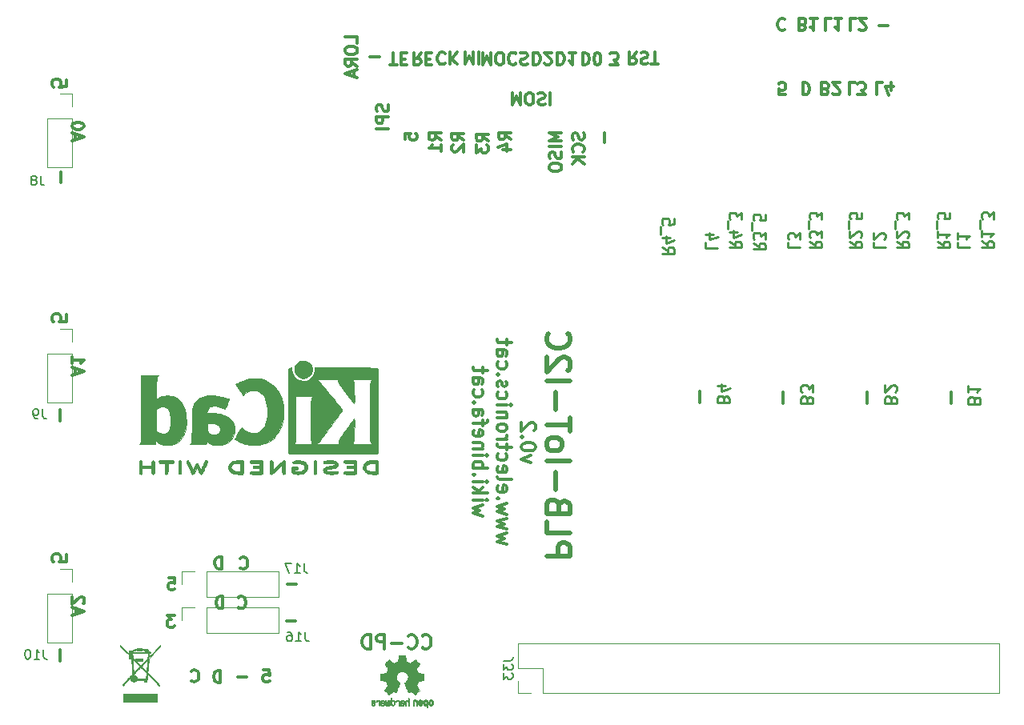
<source format=gbr>
G04 #@! TF.FileFunction,Legend,Bot*
%FSLAX46Y46*%
G04 Gerber Fmt 4.6, Leading zero omitted, Abs format (unit mm)*
G04 Created by KiCad (PCBNEW 4.0.7+dfsg1-1~bpo8+1) date Thu Sep  6 01:00:45 2018*
%MOMM*%
%LPD*%
G01*
G04 APERTURE LIST*
%ADD10C,0.100000*%
%ADD11C,0.300000*%
%ADD12C,0.254000*%
%ADD13C,0.285750*%
%ADD14C,0.500000*%
%ADD15C,0.120000*%
%ADD16C,0.010000*%
%ADD17C,0.150000*%
G04 APERTURE END LIST*
D10*
D11*
X217257143Y-77378572D02*
X217257143Y-78521429D01*
D12*
X219790714Y-78164048D02*
X219730238Y-77982619D01*
X219669762Y-77922143D01*
X219548810Y-77861667D01*
X219367381Y-77861667D01*
X219246429Y-77922143D01*
X219185952Y-77982619D01*
X219125476Y-78103572D01*
X219125476Y-78587381D01*
X220395476Y-78587381D01*
X220395476Y-78164048D01*
X220335000Y-78043095D01*
X220274524Y-77982619D01*
X220153571Y-77922143D01*
X220032619Y-77922143D01*
X219911667Y-77982619D01*
X219851190Y-78043095D01*
X219790714Y-78164048D01*
X219790714Y-78587381D01*
X219972143Y-76773095D02*
X219125476Y-76773095D01*
X220455952Y-77075476D02*
X219548810Y-77377857D01*
X219548810Y-76591667D01*
D11*
X226107143Y-77478572D02*
X226107143Y-78621429D01*
D12*
X228640714Y-78214048D02*
X228580238Y-78032619D01*
X228519762Y-77972143D01*
X228398810Y-77911667D01*
X228217381Y-77911667D01*
X228096429Y-77972143D01*
X228035952Y-78032619D01*
X227975476Y-78153572D01*
X227975476Y-78637381D01*
X229245476Y-78637381D01*
X229245476Y-78214048D01*
X229185000Y-78093095D01*
X229124524Y-78032619D01*
X229003571Y-77972143D01*
X228882619Y-77972143D01*
X228761667Y-78032619D01*
X228701190Y-78093095D01*
X228640714Y-78214048D01*
X228640714Y-78637381D01*
X229245476Y-77488333D02*
X229245476Y-76702143D01*
X228761667Y-77125476D01*
X228761667Y-76944048D01*
X228701190Y-76823095D01*
X228640714Y-76762619D01*
X228519762Y-76702143D01*
X228217381Y-76702143D01*
X228096429Y-76762619D01*
X228035952Y-76823095D01*
X227975476Y-76944048D01*
X227975476Y-77306905D01*
X228035952Y-77427857D01*
X228096429Y-77488333D01*
D11*
X234957143Y-77478572D02*
X234957143Y-78621429D01*
D12*
X237490714Y-78214048D02*
X237430238Y-78032619D01*
X237369762Y-77972143D01*
X237248810Y-77911667D01*
X237067381Y-77911667D01*
X236946429Y-77972143D01*
X236885952Y-78032619D01*
X236825476Y-78153572D01*
X236825476Y-78637381D01*
X238095476Y-78637381D01*
X238095476Y-78214048D01*
X238035000Y-78093095D01*
X237974524Y-78032619D01*
X237853571Y-77972143D01*
X237732619Y-77972143D01*
X237611667Y-78032619D01*
X237551190Y-78093095D01*
X237490714Y-78214048D01*
X237490714Y-78637381D01*
X237974524Y-77427857D02*
X238035000Y-77367381D01*
X238095476Y-77246429D01*
X238095476Y-76944048D01*
X238035000Y-76823095D01*
X237974524Y-76762619D01*
X237853571Y-76702143D01*
X237732619Y-76702143D01*
X237551190Y-76762619D01*
X236825476Y-77488333D01*
X236825476Y-76702143D01*
D11*
X243857143Y-77478572D02*
X243857143Y-78621429D01*
D12*
X246340714Y-78264048D02*
X246280238Y-78082619D01*
X246219762Y-78022143D01*
X246098810Y-77961667D01*
X245917381Y-77961667D01*
X245796429Y-78022143D01*
X245735952Y-78082619D01*
X245675476Y-78203572D01*
X245675476Y-78687381D01*
X246945476Y-78687381D01*
X246945476Y-78264048D01*
X246885000Y-78143095D01*
X246824524Y-78082619D01*
X246703571Y-78022143D01*
X246582619Y-78022143D01*
X246461667Y-78082619D01*
X246401190Y-78143095D01*
X246340714Y-78264048D01*
X246340714Y-78687381D01*
X245675476Y-76752143D02*
X245675476Y-77477857D01*
X245675476Y-77115000D02*
X246945476Y-77115000D01*
X246764048Y-77235952D01*
X246643095Y-77356905D01*
X246582619Y-77477857D01*
D13*
X217875476Y-61640499D02*
X217875476Y-62184785D01*
X219145476Y-62184785D01*
X218722143Y-60769642D02*
X217875476Y-60769642D01*
X219205952Y-61041785D02*
X218298810Y-61313928D01*
X218298810Y-60606356D01*
X226575476Y-61590499D02*
X226575476Y-62134785D01*
X227845476Y-62134785D01*
X227845476Y-61318356D02*
X227845476Y-60610785D01*
X227361667Y-60991785D01*
X227361667Y-60828499D01*
X227301190Y-60719642D01*
X227240714Y-60665213D01*
X227119762Y-60610785D01*
X226817381Y-60610785D01*
X226696429Y-60665213D01*
X226635952Y-60719642D01*
X226575476Y-60828499D01*
X226575476Y-61155071D01*
X226635952Y-61263928D01*
X226696429Y-61318356D01*
X235625476Y-61590499D02*
X235625476Y-62134785D01*
X236895476Y-62134785D01*
X236774524Y-61263928D02*
X236835000Y-61209499D01*
X236895476Y-61100642D01*
X236895476Y-60828499D01*
X236835000Y-60719642D01*
X236774524Y-60665213D01*
X236653571Y-60610785D01*
X236532619Y-60610785D01*
X236351190Y-60665213D01*
X235625476Y-61318356D01*
X235625476Y-60610785D01*
X233125476Y-61520213D02*
X233730238Y-61901213D01*
X233125476Y-62173356D02*
X234395476Y-62173356D01*
X234395476Y-61737928D01*
X234335000Y-61629070D01*
X234274524Y-61574642D01*
X234153571Y-61520213D01*
X233972143Y-61520213D01*
X233851190Y-61574642D01*
X233790714Y-61629070D01*
X233730238Y-61737928D01*
X233730238Y-62173356D01*
X234274524Y-61084785D02*
X234335000Y-61030356D01*
X234395476Y-60921499D01*
X234395476Y-60649356D01*
X234335000Y-60540499D01*
X234274524Y-60486070D01*
X234153571Y-60431642D01*
X234032619Y-60431642D01*
X233851190Y-60486070D01*
X233125476Y-61139213D01*
X233125476Y-60431642D01*
X233004524Y-60213928D02*
X233004524Y-59343071D01*
X234395476Y-58526642D02*
X234395476Y-59070928D01*
X233790714Y-59125357D01*
X233851190Y-59070928D01*
X233911667Y-58962071D01*
X233911667Y-58689928D01*
X233851190Y-58581071D01*
X233790714Y-58526642D01*
X233669762Y-58472214D01*
X233367381Y-58472214D01*
X233246429Y-58526642D01*
X233185952Y-58581071D01*
X233125476Y-58689928D01*
X233125476Y-58962071D01*
X233185952Y-59070928D01*
X233246429Y-59125357D01*
X222925476Y-61670213D02*
X223530238Y-62051213D01*
X222925476Y-62323356D02*
X224195476Y-62323356D01*
X224195476Y-61887928D01*
X224135000Y-61779070D01*
X224074524Y-61724642D01*
X223953571Y-61670213D01*
X223772143Y-61670213D01*
X223651190Y-61724642D01*
X223590714Y-61779070D01*
X223530238Y-61887928D01*
X223530238Y-62323356D01*
X224195476Y-61289213D02*
X224195476Y-60581642D01*
X223711667Y-60962642D01*
X223711667Y-60799356D01*
X223651190Y-60690499D01*
X223590714Y-60636070D01*
X223469762Y-60581642D01*
X223167381Y-60581642D01*
X223046429Y-60636070D01*
X222985952Y-60690499D01*
X222925476Y-60799356D01*
X222925476Y-61125928D01*
X222985952Y-61234785D01*
X223046429Y-61289213D01*
X222804524Y-60363928D02*
X222804524Y-59493071D01*
X224195476Y-58676642D02*
X224195476Y-59220928D01*
X223590714Y-59275357D01*
X223651190Y-59220928D01*
X223711667Y-59112071D01*
X223711667Y-58839928D01*
X223651190Y-58731071D01*
X223590714Y-58676642D01*
X223469762Y-58622214D01*
X223167381Y-58622214D01*
X223046429Y-58676642D01*
X222985952Y-58731071D01*
X222925476Y-58839928D01*
X222925476Y-59112071D01*
X222985952Y-59220928D01*
X223046429Y-59275357D01*
X213275476Y-62120213D02*
X213880238Y-62501213D01*
X213275476Y-62773356D02*
X214545476Y-62773356D01*
X214545476Y-62337928D01*
X214485000Y-62229070D01*
X214424524Y-62174642D01*
X214303571Y-62120213D01*
X214122143Y-62120213D01*
X214001190Y-62174642D01*
X213940714Y-62229070D01*
X213880238Y-62337928D01*
X213880238Y-62773356D01*
X214122143Y-61140499D02*
X213275476Y-61140499D01*
X214605952Y-61412642D02*
X213698810Y-61684785D01*
X213698810Y-60977213D01*
X213154524Y-60813928D02*
X213154524Y-59943071D01*
X214545476Y-59126642D02*
X214545476Y-59670928D01*
X213940714Y-59725357D01*
X214001190Y-59670928D01*
X214061667Y-59562071D01*
X214061667Y-59289928D01*
X214001190Y-59181071D01*
X213940714Y-59126642D01*
X213819762Y-59072214D01*
X213517381Y-59072214D01*
X213396429Y-59126642D01*
X213335952Y-59181071D01*
X213275476Y-59289928D01*
X213275476Y-59562071D01*
X213335952Y-59670928D01*
X213396429Y-59725357D01*
X220375476Y-61520213D02*
X220980238Y-61901213D01*
X220375476Y-62173356D02*
X221645476Y-62173356D01*
X221645476Y-61737928D01*
X221585000Y-61629070D01*
X221524524Y-61574642D01*
X221403571Y-61520213D01*
X221222143Y-61520213D01*
X221101190Y-61574642D01*
X221040714Y-61629070D01*
X220980238Y-61737928D01*
X220980238Y-62173356D01*
X221222143Y-60540499D02*
X220375476Y-60540499D01*
X221705952Y-60812642D02*
X220798810Y-61084785D01*
X220798810Y-60377213D01*
X220254524Y-60213928D02*
X220254524Y-59343071D01*
X221645476Y-59179785D02*
X221645476Y-58472214D01*
X221161667Y-58853214D01*
X221161667Y-58689928D01*
X221101190Y-58581071D01*
X221040714Y-58526642D01*
X220919762Y-58472214D01*
X220617381Y-58472214D01*
X220496429Y-58526642D01*
X220435952Y-58581071D01*
X220375476Y-58689928D01*
X220375476Y-59016500D01*
X220435952Y-59125357D01*
X220496429Y-59179785D01*
X228875476Y-61520213D02*
X229480238Y-61901213D01*
X228875476Y-62173356D02*
X230145476Y-62173356D01*
X230145476Y-61737928D01*
X230085000Y-61629070D01*
X230024524Y-61574642D01*
X229903571Y-61520213D01*
X229722143Y-61520213D01*
X229601190Y-61574642D01*
X229540714Y-61629070D01*
X229480238Y-61737928D01*
X229480238Y-62173356D01*
X230145476Y-61139213D02*
X230145476Y-60431642D01*
X229661667Y-60812642D01*
X229661667Y-60649356D01*
X229601190Y-60540499D01*
X229540714Y-60486070D01*
X229419762Y-60431642D01*
X229117381Y-60431642D01*
X228996429Y-60486070D01*
X228935952Y-60540499D01*
X228875476Y-60649356D01*
X228875476Y-60975928D01*
X228935952Y-61084785D01*
X228996429Y-61139213D01*
X228754524Y-60213928D02*
X228754524Y-59343071D01*
X230145476Y-59179785D02*
X230145476Y-58472214D01*
X229661667Y-58853214D01*
X229661667Y-58689928D01*
X229601190Y-58581071D01*
X229540714Y-58526642D01*
X229419762Y-58472214D01*
X229117381Y-58472214D01*
X228996429Y-58526642D01*
X228935952Y-58581071D01*
X228875476Y-58689928D01*
X228875476Y-59016500D01*
X228935952Y-59125357D01*
X228996429Y-59179785D01*
X238075476Y-61520213D02*
X238680238Y-61901213D01*
X238075476Y-62173356D02*
X239345476Y-62173356D01*
X239345476Y-61737928D01*
X239285000Y-61629070D01*
X239224524Y-61574642D01*
X239103571Y-61520213D01*
X238922143Y-61520213D01*
X238801190Y-61574642D01*
X238740714Y-61629070D01*
X238680238Y-61737928D01*
X238680238Y-62173356D01*
X239224524Y-61084785D02*
X239285000Y-61030356D01*
X239345476Y-60921499D01*
X239345476Y-60649356D01*
X239285000Y-60540499D01*
X239224524Y-60486070D01*
X239103571Y-60431642D01*
X238982619Y-60431642D01*
X238801190Y-60486070D01*
X238075476Y-61139213D01*
X238075476Y-60431642D01*
X237954524Y-60213928D02*
X237954524Y-59343071D01*
X239345476Y-59179785D02*
X239345476Y-58472214D01*
X238861667Y-58853214D01*
X238861667Y-58689928D01*
X238801190Y-58581071D01*
X238740714Y-58526642D01*
X238619762Y-58472214D01*
X238317381Y-58472214D01*
X238196429Y-58526642D01*
X238135952Y-58581071D01*
X238075476Y-58689928D01*
X238075476Y-59016500D01*
X238135952Y-59125357D01*
X238196429Y-59179785D01*
D12*
X242425476Y-61520213D02*
X243030238Y-61901213D01*
X242425476Y-62173356D02*
X243695476Y-62173356D01*
X243695476Y-61737928D01*
X243635000Y-61629070D01*
X243574524Y-61574642D01*
X243453571Y-61520213D01*
X243272143Y-61520213D01*
X243151190Y-61574642D01*
X243090714Y-61629070D01*
X243030238Y-61737928D01*
X243030238Y-62173356D01*
X242425476Y-60431642D02*
X242425476Y-61084785D01*
X242425476Y-60758213D02*
X243695476Y-60758213D01*
X243514048Y-60867070D01*
X243393095Y-60975928D01*
X243332619Y-61084785D01*
X242304524Y-60213928D02*
X242304524Y-59343071D01*
X243695476Y-58526642D02*
X243695476Y-59070928D01*
X243090714Y-59125357D01*
X243151190Y-59070928D01*
X243211667Y-58962071D01*
X243211667Y-58689928D01*
X243151190Y-58581071D01*
X243090714Y-58526642D01*
X242969762Y-58472214D01*
X242667381Y-58472214D01*
X242546429Y-58526642D01*
X242485952Y-58581071D01*
X242425476Y-58689928D01*
X242425476Y-58962071D01*
X242485952Y-59070928D01*
X242546429Y-59125357D01*
D13*
X244525476Y-61590499D02*
X244525476Y-62134785D01*
X245795476Y-62134785D01*
X244525476Y-60610785D02*
X244525476Y-61263928D01*
X244525476Y-60937356D02*
X245795476Y-60937356D01*
X245614048Y-61046213D01*
X245493095Y-61155071D01*
X245432619Y-61263928D01*
X247075476Y-61470213D02*
X247680238Y-61851213D01*
X247075476Y-62123356D02*
X248345476Y-62123356D01*
X248345476Y-61687928D01*
X248285000Y-61579070D01*
X248224524Y-61524642D01*
X248103571Y-61470213D01*
X247922143Y-61470213D01*
X247801190Y-61524642D01*
X247740714Y-61579070D01*
X247680238Y-61687928D01*
X247680238Y-62123356D01*
X247075476Y-60381642D02*
X247075476Y-61034785D01*
X247075476Y-60708213D02*
X248345476Y-60708213D01*
X248164048Y-60817070D01*
X248043095Y-60925928D01*
X247982619Y-61034785D01*
X246954524Y-60163928D02*
X246954524Y-59293071D01*
X248345476Y-59129785D02*
X248345476Y-58422214D01*
X247861667Y-58803214D01*
X247861667Y-58639928D01*
X247801190Y-58531071D01*
X247740714Y-58476642D01*
X247619762Y-58422214D01*
X247317381Y-58422214D01*
X247196429Y-58476642D01*
X247135952Y-58531071D01*
X247075476Y-58639928D01*
X247075476Y-58966500D01*
X247135952Y-59075357D01*
X247196429Y-59129785D01*
D14*
X201069048Y-94826190D02*
X203569048Y-94826190D01*
X203569048Y-93873809D01*
X203450000Y-93635714D01*
X203330952Y-93516666D01*
X203092857Y-93397618D01*
X202735714Y-93397618D01*
X202497619Y-93516666D01*
X202378571Y-93635714D01*
X202259524Y-93873809D01*
X202259524Y-94826190D01*
X201069048Y-91135714D02*
X201069048Y-92326190D01*
X203569048Y-92326190D01*
X202378571Y-89469047D02*
X202259524Y-89111904D01*
X202140476Y-88992856D01*
X201902381Y-88873808D01*
X201545238Y-88873808D01*
X201307143Y-88992856D01*
X201188095Y-89111904D01*
X201069048Y-89349999D01*
X201069048Y-90302380D01*
X203569048Y-90302380D01*
X203569048Y-89469047D01*
X203450000Y-89230951D01*
X203330952Y-89111904D01*
X203092857Y-88992856D01*
X202854762Y-88992856D01*
X202616667Y-89111904D01*
X202497619Y-89230951D01*
X202378571Y-89469047D01*
X202378571Y-90302380D01*
X202021429Y-87802380D02*
X202021429Y-85897618D01*
X201069048Y-84707142D02*
X203569048Y-84707142D01*
X201069048Y-83159523D02*
X201188095Y-83397618D01*
X201307143Y-83516666D01*
X201545238Y-83635714D01*
X202259524Y-83635714D01*
X202497619Y-83516666D01*
X202616667Y-83397618D01*
X202735714Y-83159523D01*
X202735714Y-82802380D01*
X202616667Y-82564285D01*
X202497619Y-82445237D01*
X202259524Y-82326190D01*
X201545238Y-82326190D01*
X201307143Y-82445237D01*
X201188095Y-82564285D01*
X201069048Y-82802380D01*
X201069048Y-83159523D01*
X203569048Y-81611904D02*
X203569048Y-80183332D01*
X201069048Y-80897618D02*
X203569048Y-80897618D01*
X202021429Y-79349999D02*
X202021429Y-77445237D01*
X201069048Y-76254761D02*
X203569048Y-76254761D01*
X203330952Y-75183333D02*
X203450000Y-75064285D01*
X203569048Y-74826190D01*
X203569048Y-74230952D01*
X203450000Y-73992856D01*
X203330952Y-73873809D01*
X203092857Y-73754761D01*
X202854762Y-73754761D01*
X202497619Y-73873809D01*
X201069048Y-75302380D01*
X201069048Y-73754761D01*
X201307143Y-71254761D02*
X201188095Y-71373809D01*
X201069048Y-71730952D01*
X201069048Y-71969047D01*
X201188095Y-72326190D01*
X201426190Y-72564285D01*
X201664286Y-72683333D01*
X202140476Y-72802381D01*
X202497619Y-72802381D01*
X202973810Y-72683333D01*
X203211905Y-72564285D01*
X203450000Y-72326190D01*
X203569048Y-71969047D01*
X203569048Y-71730952D01*
X203450000Y-71373809D01*
X203330952Y-71254761D01*
D11*
X236588334Y-44725476D02*
X235983572Y-44725476D01*
X235983572Y-45995476D01*
X237555953Y-45572143D02*
X237555953Y-44725476D01*
X237253572Y-46055952D02*
X236951191Y-45148810D01*
X237737381Y-45148810D01*
X233688334Y-44725476D02*
X233083572Y-44725476D01*
X233083572Y-45995476D01*
X233990715Y-45995476D02*
X234776905Y-45995476D01*
X234353572Y-45511667D01*
X234535000Y-45511667D01*
X234655953Y-45451190D01*
X234716429Y-45390714D01*
X234776905Y-45269762D01*
X234776905Y-44967381D01*
X234716429Y-44846429D01*
X234655953Y-44785952D01*
X234535000Y-44725476D01*
X234172143Y-44725476D01*
X234051191Y-44785952D01*
X233990715Y-44846429D01*
X230585952Y-45390714D02*
X230767381Y-45330238D01*
X230827857Y-45269762D01*
X230888333Y-45148810D01*
X230888333Y-44967381D01*
X230827857Y-44846429D01*
X230767381Y-44785952D01*
X230646428Y-44725476D01*
X230162619Y-44725476D01*
X230162619Y-45995476D01*
X230585952Y-45995476D01*
X230706905Y-45935000D01*
X230767381Y-45874524D01*
X230827857Y-45753571D01*
X230827857Y-45632619D01*
X230767381Y-45511667D01*
X230706905Y-45451190D01*
X230585952Y-45390714D01*
X230162619Y-45390714D01*
X231372143Y-45874524D02*
X231432619Y-45935000D01*
X231553571Y-45995476D01*
X231855952Y-45995476D01*
X231976905Y-45935000D01*
X232037381Y-45874524D01*
X232097857Y-45753571D01*
X232097857Y-45632619D01*
X232037381Y-45451190D01*
X231311667Y-44725476D01*
X232097857Y-44725476D01*
X228167381Y-44725476D02*
X228167381Y-45995476D01*
X228469762Y-45995476D01*
X228651190Y-45935000D01*
X228772143Y-45814048D01*
X228832619Y-45693095D01*
X228893095Y-45451190D01*
X228893095Y-45269762D01*
X228832619Y-45027857D01*
X228772143Y-44906905D01*
X228651190Y-44785952D01*
X228469762Y-44725476D01*
X228167381Y-44725476D01*
X226302381Y-45995476D02*
X225697619Y-45995476D01*
X225637143Y-45390714D01*
X225697619Y-45451190D01*
X225818571Y-45511667D01*
X226120952Y-45511667D01*
X226241905Y-45451190D01*
X226302381Y-45390714D01*
X226362857Y-45269762D01*
X226362857Y-44967381D01*
X226302381Y-44846429D01*
X226241905Y-44785952D01*
X226120952Y-44725476D01*
X225818571Y-44725476D01*
X225697619Y-44785952D01*
X225637143Y-44846429D01*
X226293095Y-38046429D02*
X226232619Y-37985952D01*
X226051190Y-37925476D01*
X225930238Y-37925476D01*
X225748810Y-37985952D01*
X225627857Y-38106905D01*
X225567381Y-38227857D01*
X225506905Y-38469762D01*
X225506905Y-38651190D01*
X225567381Y-38893095D01*
X225627857Y-39014048D01*
X225748810Y-39135000D01*
X225930238Y-39195476D01*
X226051190Y-39195476D01*
X226232619Y-39135000D01*
X226293095Y-39074524D01*
X228185952Y-38590714D02*
X228367381Y-38530238D01*
X228427857Y-38469762D01*
X228488333Y-38348810D01*
X228488333Y-38167381D01*
X228427857Y-38046429D01*
X228367381Y-37985952D01*
X228246428Y-37925476D01*
X227762619Y-37925476D01*
X227762619Y-39195476D01*
X228185952Y-39195476D01*
X228306905Y-39135000D01*
X228367381Y-39074524D01*
X228427857Y-38953571D01*
X228427857Y-38832619D01*
X228367381Y-38711667D01*
X228306905Y-38651190D01*
X228185952Y-38590714D01*
X227762619Y-38590714D01*
X229697857Y-37925476D02*
X228972143Y-37925476D01*
X229335000Y-37925476D02*
X229335000Y-39195476D01*
X229214048Y-39014048D01*
X229093095Y-38893095D01*
X228972143Y-38832619D01*
X231188334Y-37925476D02*
X230583572Y-37925476D01*
X230583572Y-39195476D01*
X232276905Y-37925476D02*
X231551191Y-37925476D01*
X231914048Y-37925476D02*
X231914048Y-39195476D01*
X231793096Y-39014048D01*
X231672143Y-38893095D01*
X231551191Y-38832619D01*
X233788334Y-37925476D02*
X233183572Y-37925476D01*
X233183572Y-39195476D01*
X234151191Y-39074524D02*
X234211667Y-39135000D01*
X234332619Y-39195476D01*
X234635000Y-39195476D01*
X234755953Y-39135000D01*
X234816429Y-39074524D01*
X234876905Y-38953571D01*
X234876905Y-38832619D01*
X234816429Y-38651190D01*
X234090715Y-37925476D01*
X234876905Y-37925476D01*
X237183809Y-38690714D02*
X236216190Y-38690714D01*
X187943785Y-104472514D02*
X188015214Y-104543943D01*
X188229500Y-104615371D01*
X188372357Y-104615371D01*
X188586642Y-104543943D01*
X188729500Y-104401086D01*
X188800928Y-104258229D01*
X188872357Y-103972514D01*
X188872357Y-103758229D01*
X188800928Y-103472514D01*
X188729500Y-103329657D01*
X188586642Y-103186800D01*
X188372357Y-103115371D01*
X188229500Y-103115371D01*
X188015214Y-103186800D01*
X187943785Y-103258229D01*
X186443785Y-104472514D02*
X186515214Y-104543943D01*
X186729500Y-104615371D01*
X186872357Y-104615371D01*
X187086642Y-104543943D01*
X187229500Y-104401086D01*
X187300928Y-104258229D01*
X187372357Y-103972514D01*
X187372357Y-103758229D01*
X187300928Y-103472514D01*
X187229500Y-103329657D01*
X187086642Y-103186800D01*
X186872357Y-103115371D01*
X186729500Y-103115371D01*
X186515214Y-103186800D01*
X186443785Y-103258229D01*
X185800928Y-104043943D02*
X184658071Y-104043943D01*
X183943785Y-104615371D02*
X183943785Y-103115371D01*
X183372357Y-103115371D01*
X183229499Y-103186800D01*
X183158071Y-103258229D01*
X183086642Y-103401086D01*
X183086642Y-103615371D01*
X183158071Y-103758229D01*
X183229499Y-103829657D01*
X183372357Y-103901086D01*
X183943785Y-103901086D01*
X182443785Y-104615371D02*
X182443785Y-103115371D01*
X182086642Y-103115371D01*
X181872357Y-103186800D01*
X181729499Y-103329657D01*
X181658071Y-103472514D01*
X181586642Y-103758229D01*
X181586642Y-103972514D01*
X181658071Y-104258229D01*
X181729499Y-104401086D01*
X181872357Y-104543943D01*
X182086642Y-104615371D01*
X182443785Y-104615371D01*
X199421429Y-84892856D02*
X198421429Y-84535713D01*
X199421429Y-84178571D01*
X199921429Y-83321428D02*
X199921429Y-83178571D01*
X199850000Y-83035714D01*
X199778571Y-82964285D01*
X199635714Y-82892856D01*
X199350000Y-82821428D01*
X198992857Y-82821428D01*
X198707143Y-82892856D01*
X198564286Y-82964285D01*
X198492857Y-83035714D01*
X198421429Y-83178571D01*
X198421429Y-83321428D01*
X198492857Y-83464285D01*
X198564286Y-83535714D01*
X198707143Y-83607142D01*
X198992857Y-83678571D01*
X199350000Y-83678571D01*
X199635714Y-83607142D01*
X199778571Y-83535714D01*
X199850000Y-83464285D01*
X199921429Y-83321428D01*
X198564286Y-82178571D02*
X198492857Y-82107143D01*
X198421429Y-82178571D01*
X198492857Y-82250000D01*
X198564286Y-82178571D01*
X198421429Y-82178571D01*
X199778571Y-81535714D02*
X199850000Y-81464285D01*
X199921429Y-81321428D01*
X199921429Y-80964285D01*
X199850000Y-80821428D01*
X199778571Y-80749999D01*
X199635714Y-80678571D01*
X199492857Y-80678571D01*
X199278571Y-80749999D01*
X198421429Y-81607142D01*
X198421429Y-80678571D01*
X196871429Y-93535714D02*
X195871429Y-93250000D01*
X196585714Y-92964286D01*
X195871429Y-92678571D01*
X196871429Y-92392857D01*
X196871429Y-91964285D02*
X195871429Y-91678571D01*
X196585714Y-91392857D01*
X195871429Y-91107142D01*
X196871429Y-90821428D01*
X196871429Y-90392856D02*
X195871429Y-90107142D01*
X196585714Y-89821428D01*
X195871429Y-89535713D01*
X196871429Y-89249999D01*
X196014286Y-88678570D02*
X195942857Y-88607142D01*
X195871429Y-88678570D01*
X195942857Y-88749999D01*
X196014286Y-88678570D01*
X195871429Y-88678570D01*
X195942857Y-87392856D02*
X195871429Y-87535713D01*
X195871429Y-87821427D01*
X195942857Y-87964284D01*
X196085714Y-88035713D01*
X196657143Y-88035713D01*
X196800000Y-87964284D01*
X196871429Y-87821427D01*
X196871429Y-87535713D01*
X196800000Y-87392856D01*
X196657143Y-87321427D01*
X196514286Y-87321427D01*
X196371429Y-88035713D01*
X195871429Y-86464284D02*
X195942857Y-86607142D01*
X196085714Y-86678570D01*
X197371429Y-86678570D01*
X195942857Y-85321428D02*
X195871429Y-85464285D01*
X195871429Y-85749999D01*
X195942857Y-85892856D01*
X196085714Y-85964285D01*
X196657143Y-85964285D01*
X196800000Y-85892856D01*
X196871429Y-85749999D01*
X196871429Y-85464285D01*
X196800000Y-85321428D01*
X196657143Y-85249999D01*
X196514286Y-85249999D01*
X196371429Y-85964285D01*
X195942857Y-83964285D02*
X195871429Y-84107142D01*
X195871429Y-84392856D01*
X195942857Y-84535714D01*
X196014286Y-84607142D01*
X196157143Y-84678571D01*
X196585714Y-84678571D01*
X196728571Y-84607142D01*
X196800000Y-84535714D01*
X196871429Y-84392856D01*
X196871429Y-84107142D01*
X196800000Y-83964285D01*
X196871429Y-83535714D02*
X196871429Y-82964285D01*
X197371429Y-83321428D02*
X196085714Y-83321428D01*
X195942857Y-83250000D01*
X195871429Y-83107142D01*
X195871429Y-82964285D01*
X195871429Y-82464285D02*
X196871429Y-82464285D01*
X196585714Y-82464285D02*
X196728571Y-82392857D01*
X196800000Y-82321428D01*
X196871429Y-82178571D01*
X196871429Y-82035714D01*
X195871429Y-81321428D02*
X195942857Y-81464286D01*
X196014286Y-81535714D01*
X196157143Y-81607143D01*
X196585714Y-81607143D01*
X196728571Y-81535714D01*
X196800000Y-81464286D01*
X196871429Y-81321428D01*
X196871429Y-81107143D01*
X196800000Y-80964286D01*
X196728571Y-80892857D01*
X196585714Y-80821428D01*
X196157143Y-80821428D01*
X196014286Y-80892857D01*
X195942857Y-80964286D01*
X195871429Y-81107143D01*
X195871429Y-81321428D01*
X196871429Y-80178571D02*
X195871429Y-80178571D01*
X196728571Y-80178571D02*
X196800000Y-80107143D01*
X196871429Y-79964285D01*
X196871429Y-79750000D01*
X196800000Y-79607143D01*
X196657143Y-79535714D01*
X195871429Y-79535714D01*
X195871429Y-78821428D02*
X196871429Y-78821428D01*
X197371429Y-78821428D02*
X197300000Y-78892857D01*
X197228571Y-78821428D01*
X197300000Y-78750000D01*
X197371429Y-78821428D01*
X197228571Y-78821428D01*
X195942857Y-77464285D02*
X195871429Y-77607142D01*
X195871429Y-77892856D01*
X195942857Y-78035714D01*
X196014286Y-78107142D01*
X196157143Y-78178571D01*
X196585714Y-78178571D01*
X196728571Y-78107142D01*
X196800000Y-78035714D01*
X196871429Y-77892856D01*
X196871429Y-77607142D01*
X196800000Y-77464285D01*
X195942857Y-76892857D02*
X195871429Y-76750000D01*
X195871429Y-76464285D01*
X195942857Y-76321428D01*
X196085714Y-76250000D01*
X196157143Y-76250000D01*
X196300000Y-76321428D01*
X196371429Y-76464285D01*
X196371429Y-76678571D01*
X196442857Y-76821428D01*
X196585714Y-76892857D01*
X196657143Y-76892857D01*
X196800000Y-76821428D01*
X196871429Y-76678571D01*
X196871429Y-76464285D01*
X196800000Y-76321428D01*
X196014286Y-75607142D02*
X195942857Y-75535714D01*
X195871429Y-75607142D01*
X195942857Y-75678571D01*
X196014286Y-75607142D01*
X195871429Y-75607142D01*
X195942857Y-74249999D02*
X195871429Y-74392856D01*
X195871429Y-74678570D01*
X195942857Y-74821428D01*
X196014286Y-74892856D01*
X196157143Y-74964285D01*
X196585714Y-74964285D01*
X196728571Y-74892856D01*
X196800000Y-74821428D01*
X196871429Y-74678570D01*
X196871429Y-74392856D01*
X196800000Y-74249999D01*
X195871429Y-72964285D02*
X196657143Y-72964285D01*
X196800000Y-73035714D01*
X196871429Y-73178571D01*
X196871429Y-73464285D01*
X196800000Y-73607142D01*
X195942857Y-72964285D02*
X195871429Y-73107142D01*
X195871429Y-73464285D01*
X195942857Y-73607142D01*
X196085714Y-73678571D01*
X196228571Y-73678571D01*
X196371429Y-73607142D01*
X196442857Y-73464285D01*
X196442857Y-73107142D01*
X196514286Y-72964285D01*
X196871429Y-72464285D02*
X196871429Y-71892856D01*
X197371429Y-72249999D02*
X196085714Y-72249999D01*
X195942857Y-72178571D01*
X195871429Y-72035713D01*
X195871429Y-71892856D01*
X194321429Y-90571429D02*
X193321429Y-90285715D01*
X194035714Y-90000001D01*
X193321429Y-89714286D01*
X194321429Y-89428572D01*
X193321429Y-88857143D02*
X194321429Y-88857143D01*
X194821429Y-88857143D02*
X194750000Y-88928572D01*
X194678571Y-88857143D01*
X194750000Y-88785715D01*
X194821429Y-88857143D01*
X194678571Y-88857143D01*
X193321429Y-88142857D02*
X194821429Y-88142857D01*
X193892857Y-88000000D02*
X193321429Y-87571429D01*
X194321429Y-87571429D02*
X193750000Y-88142857D01*
X193321429Y-86928571D02*
X194321429Y-86928571D01*
X194821429Y-86928571D02*
X194750000Y-87000000D01*
X194678571Y-86928571D01*
X194750000Y-86857143D01*
X194821429Y-86928571D01*
X194678571Y-86928571D01*
X193464286Y-86214285D02*
X193392857Y-86142857D01*
X193321429Y-86214285D01*
X193392857Y-86285714D01*
X193464286Y-86214285D01*
X193321429Y-86214285D01*
X193321429Y-85499999D02*
X194821429Y-85499999D01*
X194250000Y-85499999D02*
X194321429Y-85357142D01*
X194321429Y-85071428D01*
X194250000Y-84928571D01*
X194178571Y-84857142D01*
X194035714Y-84785713D01*
X193607143Y-84785713D01*
X193464286Y-84857142D01*
X193392857Y-84928571D01*
X193321429Y-85071428D01*
X193321429Y-85357142D01*
X193392857Y-85499999D01*
X193321429Y-84142856D02*
X194321429Y-84142856D01*
X194821429Y-84142856D02*
X194750000Y-84214285D01*
X194678571Y-84142856D01*
X194750000Y-84071428D01*
X194821429Y-84142856D01*
X194678571Y-84142856D01*
X194321429Y-83428570D02*
X193321429Y-83428570D01*
X194178571Y-83428570D02*
X194250000Y-83357142D01*
X194321429Y-83214284D01*
X194321429Y-82999999D01*
X194250000Y-82857142D01*
X194107143Y-82785713D01*
X193321429Y-82785713D01*
X193392857Y-81499999D02*
X193321429Y-81642856D01*
X193321429Y-81928570D01*
X193392857Y-82071427D01*
X193535714Y-82142856D01*
X194107143Y-82142856D01*
X194250000Y-82071427D01*
X194321429Y-81928570D01*
X194321429Y-81642856D01*
X194250000Y-81499999D01*
X194107143Y-81428570D01*
X193964286Y-81428570D01*
X193821429Y-82142856D01*
X194321429Y-80999999D02*
X194321429Y-80428570D01*
X193321429Y-80785713D02*
X194607143Y-80785713D01*
X194750000Y-80714285D01*
X194821429Y-80571427D01*
X194821429Y-80428570D01*
X193321429Y-79285713D02*
X194107143Y-79285713D01*
X194250000Y-79357142D01*
X194321429Y-79499999D01*
X194321429Y-79785713D01*
X194250000Y-79928570D01*
X193392857Y-79285713D02*
X193321429Y-79428570D01*
X193321429Y-79785713D01*
X193392857Y-79928570D01*
X193535714Y-79999999D01*
X193678571Y-79999999D01*
X193821429Y-79928570D01*
X193892857Y-79785713D01*
X193892857Y-79428570D01*
X193964286Y-79285713D01*
X193464286Y-78571427D02*
X193392857Y-78499999D01*
X193321429Y-78571427D01*
X193392857Y-78642856D01*
X193464286Y-78571427D01*
X193321429Y-78571427D01*
X193392857Y-77214284D02*
X193321429Y-77357141D01*
X193321429Y-77642855D01*
X193392857Y-77785713D01*
X193464286Y-77857141D01*
X193607143Y-77928570D01*
X194035714Y-77928570D01*
X194178571Y-77857141D01*
X194250000Y-77785713D01*
X194321429Y-77642855D01*
X194321429Y-77357141D01*
X194250000Y-77214284D01*
X193321429Y-75928570D02*
X194107143Y-75928570D01*
X194250000Y-75999999D01*
X194321429Y-76142856D01*
X194321429Y-76428570D01*
X194250000Y-76571427D01*
X193392857Y-75928570D02*
X193321429Y-76071427D01*
X193321429Y-76428570D01*
X193392857Y-76571427D01*
X193535714Y-76642856D01*
X193678571Y-76642856D01*
X193821429Y-76571427D01*
X193892857Y-76428570D01*
X193892857Y-76071427D01*
X193964286Y-75928570D01*
X194321429Y-75428570D02*
X194321429Y-74857141D01*
X194821429Y-75214284D02*
X193535714Y-75214284D01*
X193392857Y-75142856D01*
X193321429Y-74999998D01*
X193321429Y-74857141D01*
X181066924Y-40509372D02*
X181066924Y-39904610D01*
X179796924Y-39904610D01*
X179796924Y-41174610D02*
X179796924Y-41416514D01*
X179857400Y-41537467D01*
X179978352Y-41658419D01*
X180220257Y-41718895D01*
X180643590Y-41718895D01*
X180885495Y-41658419D01*
X181006448Y-41537467D01*
X181066924Y-41416514D01*
X181066924Y-41174610D01*
X181006448Y-41053657D01*
X180885495Y-40932705D01*
X180643590Y-40872229D01*
X180220257Y-40872229D01*
X179978352Y-40932705D01*
X179857400Y-41053657D01*
X179796924Y-41174610D01*
X181066924Y-42988895D02*
X180462162Y-42565562D01*
X181066924Y-42263181D02*
X179796924Y-42263181D01*
X179796924Y-42746990D01*
X179857400Y-42867943D01*
X179917876Y-42928419D01*
X180038829Y-42988895D01*
X180220257Y-42988895D01*
X180341210Y-42928419D01*
X180401686Y-42867943D01*
X180462162Y-42746990D01*
X180462162Y-42263181D01*
X180704067Y-43472705D02*
X180704067Y-44077467D01*
X181066924Y-43351752D02*
X179796924Y-43775086D01*
X181066924Y-44198419D01*
X184308448Y-47035962D02*
X184368924Y-47217390D01*
X184368924Y-47519771D01*
X184308448Y-47640724D01*
X184247971Y-47701200D01*
X184127019Y-47761676D01*
X184006067Y-47761676D01*
X183885114Y-47701200D01*
X183824638Y-47640724D01*
X183764162Y-47519771D01*
X183703686Y-47277867D01*
X183643210Y-47156914D01*
X183582733Y-47096438D01*
X183461781Y-47035962D01*
X183340829Y-47035962D01*
X183219876Y-47096438D01*
X183159400Y-47156914D01*
X183098924Y-47277867D01*
X183098924Y-47580247D01*
X183159400Y-47761676D01*
X184368924Y-48305962D02*
X183098924Y-48305962D01*
X183098924Y-48789771D01*
X183159400Y-48910724D01*
X183219876Y-48971200D01*
X183340829Y-49031676D01*
X183522257Y-49031676D01*
X183643210Y-48971200D01*
X183703686Y-48910724D01*
X183764162Y-48789771D01*
X183764162Y-48305962D01*
X184368924Y-49575962D02*
X183098924Y-49575962D01*
X197470486Y-45805876D02*
X197470486Y-47075876D01*
X197893819Y-46168733D01*
X198317153Y-47075876D01*
X198317153Y-45805876D01*
X199163820Y-47075876D02*
X199405724Y-47075876D01*
X199526677Y-47015400D01*
X199647629Y-46894448D01*
X199708105Y-46652543D01*
X199708105Y-46229210D01*
X199647629Y-45987305D01*
X199526677Y-45866352D01*
X199405724Y-45805876D01*
X199163820Y-45805876D01*
X199042867Y-45866352D01*
X198921915Y-45987305D01*
X198861439Y-46229210D01*
X198861439Y-46652543D01*
X198921915Y-46894448D01*
X199042867Y-47015400D01*
X199163820Y-47075876D01*
X200191915Y-45866352D02*
X200373343Y-45805876D01*
X200675724Y-45805876D01*
X200796677Y-45866352D01*
X200857153Y-45926829D01*
X200917629Y-46047781D01*
X200917629Y-46168733D01*
X200857153Y-46289686D01*
X200796677Y-46350162D01*
X200675724Y-46410638D01*
X200433820Y-46471114D01*
X200312867Y-46531590D01*
X200252391Y-46592067D01*
X200191915Y-46713019D01*
X200191915Y-46833971D01*
X200252391Y-46954924D01*
X200312867Y-47015400D01*
X200433820Y-47075876D01*
X200736200Y-47075876D01*
X200917629Y-47015400D01*
X201461915Y-45805876D02*
X201461915Y-47075876D01*
X202656924Y-50048886D02*
X201386924Y-50048886D01*
X202294067Y-50472219D01*
X201386924Y-50895553D01*
X202656924Y-50895553D01*
X202656924Y-51500315D02*
X201386924Y-51500315D01*
X202596448Y-52044601D02*
X202656924Y-52226029D01*
X202656924Y-52528410D01*
X202596448Y-52649363D01*
X202535971Y-52709839D01*
X202415019Y-52770315D01*
X202294067Y-52770315D01*
X202173114Y-52709839D01*
X202112638Y-52649363D01*
X202052162Y-52528410D01*
X201991686Y-52286506D01*
X201931210Y-52165553D01*
X201870733Y-52105077D01*
X201749781Y-52044601D01*
X201628829Y-52044601D01*
X201507876Y-52105077D01*
X201447400Y-52165553D01*
X201386924Y-52286506D01*
X201386924Y-52588886D01*
X201447400Y-52770315D01*
X201386924Y-53556506D02*
X201386924Y-53798410D01*
X201447400Y-53919363D01*
X201568352Y-54040315D01*
X201810257Y-54100791D01*
X202233590Y-54100791D01*
X202475495Y-54040315D01*
X202596448Y-53919363D01*
X202656924Y-53798410D01*
X202656924Y-53556506D01*
X202596448Y-53435553D01*
X202475495Y-53314601D01*
X202233590Y-53254125D01*
X201810257Y-53254125D01*
X201568352Y-53314601D01*
X201447400Y-53435553D01*
X201386924Y-53556506D01*
X205009448Y-50030743D02*
X205069924Y-50212171D01*
X205069924Y-50514552D01*
X205009448Y-50635505D01*
X204948971Y-50695981D01*
X204828019Y-50756457D01*
X204707067Y-50756457D01*
X204586114Y-50695981D01*
X204525638Y-50635505D01*
X204465162Y-50514552D01*
X204404686Y-50272648D01*
X204344210Y-50151695D01*
X204283733Y-50091219D01*
X204162781Y-50030743D01*
X204041829Y-50030743D01*
X203920876Y-50091219D01*
X203860400Y-50151695D01*
X203799924Y-50272648D01*
X203799924Y-50575028D01*
X203860400Y-50756457D01*
X204948971Y-52026457D02*
X205009448Y-51965981D01*
X205069924Y-51784552D01*
X205069924Y-51663600D01*
X205009448Y-51482172D01*
X204888495Y-51361219D01*
X204767543Y-51300743D01*
X204525638Y-51240267D01*
X204344210Y-51240267D01*
X204102305Y-51300743D01*
X203981352Y-51361219D01*
X203860400Y-51482172D01*
X203799924Y-51663600D01*
X203799924Y-51784552D01*
X203860400Y-51965981D01*
X203920876Y-52026457D01*
X205069924Y-52570743D02*
X203799924Y-52570743D01*
X205069924Y-53296457D02*
X204344210Y-52752172D01*
X203799924Y-53296457D02*
X204525638Y-52570743D01*
X207227714Y-50036791D02*
X207227714Y-51004410D01*
X197297524Y-50740733D02*
X196692762Y-50317400D01*
X197297524Y-50015019D02*
X196027524Y-50015019D01*
X196027524Y-50498828D01*
X196088000Y-50619781D01*
X196148476Y-50680257D01*
X196269429Y-50740733D01*
X196450857Y-50740733D01*
X196571810Y-50680257D01*
X196632286Y-50619781D01*
X196692762Y-50498828D01*
X196692762Y-50015019D01*
X196450857Y-51829305D02*
X197297524Y-51829305D01*
X195967048Y-51526924D02*
X196874190Y-51224543D01*
X196874190Y-52010733D01*
X194909924Y-50893133D02*
X194305162Y-50469800D01*
X194909924Y-50167419D02*
X193639924Y-50167419D01*
X193639924Y-50651228D01*
X193700400Y-50772181D01*
X193760876Y-50832657D01*
X193881829Y-50893133D01*
X194063257Y-50893133D01*
X194184210Y-50832657D01*
X194244686Y-50772181D01*
X194305162Y-50651228D01*
X194305162Y-50167419D01*
X193639924Y-51316467D02*
X193639924Y-52102657D01*
X194123733Y-51679324D01*
X194123733Y-51860752D01*
X194184210Y-51981705D01*
X194244686Y-52042181D01*
X194365638Y-52102657D01*
X194668019Y-52102657D01*
X194788971Y-52042181D01*
X194849448Y-51981705D01*
X194909924Y-51860752D01*
X194909924Y-51497895D01*
X194849448Y-51376943D01*
X194788971Y-51316467D01*
X192319124Y-50816933D02*
X191714362Y-50393600D01*
X192319124Y-50091219D02*
X191049124Y-50091219D01*
X191049124Y-50575028D01*
X191109600Y-50695981D01*
X191170076Y-50756457D01*
X191291029Y-50816933D01*
X191472457Y-50816933D01*
X191593410Y-50756457D01*
X191653886Y-50695981D01*
X191714362Y-50575028D01*
X191714362Y-50091219D01*
X191170076Y-51300743D02*
X191109600Y-51361219D01*
X191049124Y-51482171D01*
X191049124Y-51784552D01*
X191109600Y-51905505D01*
X191170076Y-51965981D01*
X191291029Y-52026457D01*
X191411981Y-52026457D01*
X191593410Y-51965981D01*
X192319124Y-51240267D01*
X192319124Y-52026457D01*
X189906124Y-50791533D02*
X189301362Y-50368200D01*
X189906124Y-50065819D02*
X188636124Y-50065819D01*
X188636124Y-50549628D01*
X188696600Y-50670581D01*
X188757076Y-50731057D01*
X188878029Y-50791533D01*
X189059457Y-50791533D01*
X189180410Y-50731057D01*
X189240886Y-50670581D01*
X189301362Y-50549628D01*
X189301362Y-50065819D01*
X189906124Y-52001057D02*
X189906124Y-51275343D01*
X189906124Y-51638200D02*
X188636124Y-51638200D01*
X188817552Y-51517248D01*
X188938505Y-51396295D01*
X188998981Y-51275343D01*
X186096124Y-50746781D02*
X186096124Y-50142019D01*
X186700886Y-50081543D01*
X186640410Y-50142019D01*
X186579933Y-50262971D01*
X186579933Y-50565352D01*
X186640410Y-50686305D01*
X186700886Y-50746781D01*
X186821838Y-50807257D01*
X187124219Y-50807257D01*
X187245171Y-50746781D01*
X187305648Y-50686305D01*
X187366124Y-50565352D01*
X187366124Y-50262971D01*
X187305648Y-50142019D01*
X187245171Y-50081543D01*
X210581724Y-41487876D02*
X210158391Y-42092638D01*
X209856010Y-41487876D02*
X209856010Y-42757876D01*
X210339819Y-42757876D01*
X210460772Y-42697400D01*
X210521248Y-42636924D01*
X210581724Y-42515971D01*
X210581724Y-42334543D01*
X210521248Y-42213590D01*
X210460772Y-42153114D01*
X210339819Y-42092638D01*
X209856010Y-42092638D01*
X211065534Y-41548352D02*
X211246962Y-41487876D01*
X211549343Y-41487876D01*
X211670296Y-41548352D01*
X211730772Y-41608829D01*
X211791248Y-41729781D01*
X211791248Y-41850733D01*
X211730772Y-41971686D01*
X211670296Y-42032162D01*
X211549343Y-42092638D01*
X211307439Y-42153114D01*
X211186486Y-42213590D01*
X211126010Y-42274067D01*
X211065534Y-42395019D01*
X211065534Y-42515971D01*
X211126010Y-42636924D01*
X211186486Y-42697400D01*
X211307439Y-42757876D01*
X211609819Y-42757876D01*
X211791248Y-42697400D01*
X212154105Y-42757876D02*
X212879820Y-42757876D01*
X212516963Y-41487876D02*
X212516963Y-42757876D01*
X204878819Y-41564076D02*
X204878819Y-42834076D01*
X205181200Y-42834076D01*
X205362628Y-42773600D01*
X205483581Y-42652648D01*
X205544057Y-42531695D01*
X205604533Y-42289790D01*
X205604533Y-42108362D01*
X205544057Y-41866457D01*
X205483581Y-41745505D01*
X205362628Y-41624552D01*
X205181200Y-41564076D01*
X204878819Y-41564076D01*
X206390724Y-42834076D02*
X206511676Y-42834076D01*
X206632628Y-42773600D01*
X206693105Y-42713124D01*
X206753581Y-42592171D01*
X206814057Y-42350267D01*
X206814057Y-42047886D01*
X206753581Y-41805981D01*
X206693105Y-41685029D01*
X206632628Y-41624552D01*
X206511676Y-41564076D01*
X206390724Y-41564076D01*
X206269771Y-41624552D01*
X206209295Y-41685029D01*
X206148819Y-41805981D01*
X206088343Y-42047886D01*
X206088343Y-42350267D01*
X206148819Y-42592171D01*
X206209295Y-42713124D01*
X206269771Y-42773600D01*
X206390724Y-42834076D01*
X202237219Y-41538676D02*
X202237219Y-42808676D01*
X202539600Y-42808676D01*
X202721028Y-42748200D01*
X202841981Y-42627248D01*
X202902457Y-42506295D01*
X202962933Y-42264390D01*
X202962933Y-42082962D01*
X202902457Y-41841057D01*
X202841981Y-41720105D01*
X202721028Y-41599152D01*
X202539600Y-41538676D01*
X202237219Y-41538676D01*
X204172457Y-41538676D02*
X203446743Y-41538676D01*
X203809600Y-41538676D02*
X203809600Y-42808676D01*
X203688648Y-42627248D01*
X203567695Y-42506295D01*
X203446743Y-42445819D01*
X199671819Y-41538676D02*
X199671819Y-42808676D01*
X199974200Y-42808676D01*
X200155628Y-42748200D01*
X200276581Y-42627248D01*
X200337057Y-42506295D01*
X200397533Y-42264390D01*
X200397533Y-42082962D01*
X200337057Y-41841057D01*
X200276581Y-41720105D01*
X200155628Y-41599152D01*
X199974200Y-41538676D01*
X199671819Y-41538676D01*
X200881343Y-42687724D02*
X200941819Y-42748200D01*
X201062771Y-42808676D01*
X201365152Y-42808676D01*
X201486105Y-42748200D01*
X201546581Y-42687724D01*
X201607057Y-42566771D01*
X201607057Y-42445819D01*
X201546581Y-42264390D01*
X200820867Y-41538676D01*
X201607057Y-41538676D01*
X197832133Y-41659629D02*
X197771657Y-41599152D01*
X197590228Y-41538676D01*
X197469276Y-41538676D01*
X197287848Y-41599152D01*
X197166895Y-41720105D01*
X197106419Y-41841057D01*
X197045943Y-42082962D01*
X197045943Y-42264390D01*
X197106419Y-42506295D01*
X197166895Y-42627248D01*
X197287848Y-42748200D01*
X197469276Y-42808676D01*
X197590228Y-42808676D01*
X197771657Y-42748200D01*
X197832133Y-42687724D01*
X198315943Y-41599152D02*
X198497371Y-41538676D01*
X198799752Y-41538676D01*
X198920705Y-41599152D01*
X198981181Y-41659629D01*
X199041657Y-41780581D01*
X199041657Y-41901533D01*
X198981181Y-42022486D01*
X198920705Y-42082962D01*
X198799752Y-42143438D01*
X198557848Y-42203914D01*
X198436895Y-42264390D01*
X198376419Y-42324867D01*
X198315943Y-42445819D01*
X198315943Y-42566771D01*
X198376419Y-42687724D01*
X198436895Y-42748200D01*
X198557848Y-42808676D01*
X198860228Y-42808676D01*
X199041657Y-42748200D01*
X194339029Y-41538676D02*
X194339029Y-42808676D01*
X194762362Y-41901533D01*
X195185696Y-42808676D01*
X195185696Y-41538676D01*
X196032363Y-42808676D02*
X196274267Y-42808676D01*
X196395220Y-42748200D01*
X196516172Y-42627248D01*
X196576648Y-42385343D01*
X196576648Y-41962010D01*
X196516172Y-41720105D01*
X196395220Y-41599152D01*
X196274267Y-41538676D01*
X196032363Y-41538676D01*
X195911410Y-41599152D01*
X195790458Y-41720105D01*
X195729982Y-41962010D01*
X195729982Y-42385343D01*
X195790458Y-42627248D01*
X195911410Y-42748200D01*
X196032363Y-42808676D01*
X192441286Y-41513276D02*
X192441286Y-42783276D01*
X192864619Y-41876133D01*
X193287953Y-42783276D01*
X193287953Y-41513276D01*
X193892715Y-41513276D02*
X193892715Y-42783276D01*
X190334295Y-41634229D02*
X190273819Y-41573752D01*
X190092390Y-41513276D01*
X189971438Y-41513276D01*
X189790010Y-41573752D01*
X189669057Y-41694705D01*
X189608581Y-41815657D01*
X189548105Y-42057562D01*
X189548105Y-42238990D01*
X189608581Y-42480895D01*
X189669057Y-42601848D01*
X189790010Y-42722800D01*
X189971438Y-42783276D01*
X190092390Y-42783276D01*
X190273819Y-42722800D01*
X190334295Y-42662324D01*
X190878581Y-41513276D02*
X190878581Y-42783276D01*
X191604295Y-41513276D02*
X191060010Y-42238990D01*
X191604295Y-42783276D02*
X190878581Y-42057562D01*
X187803971Y-41538676D02*
X187380638Y-42143438D01*
X187078257Y-41538676D02*
X187078257Y-42808676D01*
X187562066Y-42808676D01*
X187683019Y-42748200D01*
X187743495Y-42687724D01*
X187803971Y-42566771D01*
X187803971Y-42385343D01*
X187743495Y-42264390D01*
X187683019Y-42203914D01*
X187562066Y-42143438D01*
X187078257Y-42143438D01*
X188348257Y-42203914D02*
X188771590Y-42203914D01*
X188953019Y-41538676D02*
X188348257Y-41538676D01*
X188348257Y-42808676D01*
X188953019Y-42808676D01*
X184508019Y-42808676D02*
X185233734Y-42808676D01*
X184870877Y-41538676D02*
X184870877Y-42808676D01*
X185657067Y-42203914D02*
X186080400Y-42203914D01*
X186261829Y-41538676D02*
X185657067Y-41538676D01*
X185657067Y-42808676D01*
X186261829Y-42808676D01*
X182421591Y-42022486D02*
X183389210Y-42022486D01*
X207831267Y-42808676D02*
X208617457Y-42808676D01*
X208194124Y-42324867D01*
X208375552Y-42324867D01*
X208496505Y-42264390D01*
X208556981Y-42203914D01*
X208617457Y-42082962D01*
X208617457Y-41780581D01*
X208556981Y-41659629D01*
X208496505Y-41599152D01*
X208375552Y-41538676D01*
X208012695Y-41538676D01*
X207891743Y-41599152D01*
X207831267Y-41659629D01*
X169393809Y-107608914D02*
X168426190Y-107608914D01*
X166601019Y-108194324D02*
X166601019Y-106924324D01*
X166298638Y-106924324D01*
X166117210Y-106984800D01*
X165996257Y-107105752D01*
X165935781Y-107226705D01*
X165875305Y-107468610D01*
X165875305Y-107650038D01*
X165935781Y-107891943D01*
X165996257Y-108012895D01*
X166117210Y-108133848D01*
X166298638Y-108194324D01*
X166601019Y-108194324D01*
X163513105Y-107997171D02*
X163573581Y-108057648D01*
X163755010Y-108118124D01*
X163875962Y-108118124D01*
X164057390Y-108057648D01*
X164178343Y-107936695D01*
X164238819Y-107815743D01*
X164299295Y-107573838D01*
X164299295Y-107392410D01*
X164238819Y-107150505D01*
X164178343Y-107029552D01*
X164057390Y-106908600D01*
X163875962Y-106848124D01*
X163755010Y-106848124D01*
X163573581Y-106908600D01*
X163513105Y-106969076D01*
X166855019Y-100345724D02*
X166855019Y-99075724D01*
X166552638Y-99075724D01*
X166371210Y-99136200D01*
X166250257Y-99257152D01*
X166189781Y-99378105D01*
X166129305Y-99620010D01*
X166129305Y-99801438D01*
X166189781Y-100043343D01*
X166250257Y-100164295D01*
X166371210Y-100285248D01*
X166552638Y-100345724D01*
X166855019Y-100345724D01*
X168491505Y-100224771D02*
X168551981Y-100285248D01*
X168733410Y-100345724D01*
X168854362Y-100345724D01*
X169035790Y-100285248D01*
X169156743Y-100164295D01*
X169217219Y-100043343D01*
X169277695Y-99801438D01*
X169277695Y-99620010D01*
X169217219Y-99378105D01*
X169156743Y-99257152D01*
X169035790Y-99136200D01*
X168854362Y-99075724D01*
X168733410Y-99075724D01*
X168551981Y-99136200D01*
X168491505Y-99196676D01*
X168694705Y-96059171D02*
X168755181Y-96119648D01*
X168936610Y-96180124D01*
X169057562Y-96180124D01*
X169238990Y-96119648D01*
X169359943Y-95998695D01*
X169420419Y-95877743D01*
X169480895Y-95635838D01*
X169480895Y-95454410D01*
X169420419Y-95212505D01*
X169359943Y-95091552D01*
X169238990Y-94970600D01*
X169057562Y-94910124D01*
X168936610Y-94910124D01*
X168755181Y-94970600D01*
X168694705Y-95031076D01*
X166728019Y-96154724D02*
X166728019Y-94884724D01*
X166425638Y-94884724D01*
X166244210Y-94945200D01*
X166123257Y-95066152D01*
X166062781Y-95187105D01*
X166002305Y-95429010D01*
X166002305Y-95610438D01*
X166062781Y-95852343D01*
X166123257Y-95973295D01*
X166244210Y-96094248D01*
X166425638Y-96154724D01*
X166728019Y-96154724D01*
X174626209Y-97779114D02*
X173658590Y-97779114D01*
X174524609Y-101690714D02*
X173556990Y-101690714D01*
X161738733Y-101056924D02*
X160952543Y-101056924D01*
X161375876Y-101540733D01*
X161194448Y-101540733D01*
X161073495Y-101601210D01*
X161013019Y-101661686D01*
X160952543Y-101782638D01*
X160952543Y-102085019D01*
X161013019Y-102205971D01*
X161073495Y-102266448D01*
X161194448Y-102326924D01*
X161557305Y-102326924D01*
X161678257Y-102266448D01*
X161738733Y-102205971D01*
X161114619Y-97119924D02*
X161719381Y-97119924D01*
X161779857Y-97724686D01*
X161719381Y-97664210D01*
X161598429Y-97603733D01*
X161296048Y-97603733D01*
X161175095Y-97664210D01*
X161114619Y-97724686D01*
X161054143Y-97845638D01*
X161054143Y-98148019D01*
X161114619Y-98268971D01*
X161175095Y-98329448D01*
X161296048Y-98389924D01*
X161598429Y-98389924D01*
X161719381Y-98329448D01*
X161779857Y-98268971D01*
X171147619Y-106848124D02*
X171752381Y-106848124D01*
X171812857Y-107452886D01*
X171752381Y-107392410D01*
X171631429Y-107331933D01*
X171329048Y-107331933D01*
X171208095Y-107392410D01*
X171147619Y-107452886D01*
X171087143Y-107573838D01*
X171087143Y-107876219D01*
X171147619Y-107997171D01*
X171208095Y-108057648D01*
X171329048Y-108118124D01*
X171631429Y-108118124D01*
X171752381Y-108057648D01*
X171812857Y-107997171D01*
X149611543Y-104762372D02*
X149611543Y-105905229D01*
X149662343Y-79336972D02*
X149662343Y-80479829D01*
X150300429Y-94664256D02*
X150300429Y-95378542D01*
X149586143Y-95449971D01*
X149657571Y-95378542D01*
X149729000Y-95235685D01*
X149729000Y-94878542D01*
X149657571Y-94735685D01*
X149586143Y-94664256D01*
X149443286Y-94592828D01*
X149086143Y-94592828D01*
X148943286Y-94664256D01*
X148871857Y-94735685D01*
X148800429Y-94878542D01*
X148800429Y-95235685D01*
X148871857Y-95378542D01*
X148943286Y-95449971D01*
X150300429Y-69264256D02*
X150300429Y-69978542D01*
X149586143Y-70049971D01*
X149657571Y-69978542D01*
X149729000Y-69835685D01*
X149729000Y-69478542D01*
X149657571Y-69335685D01*
X149586143Y-69264256D01*
X149443286Y-69192828D01*
X149086143Y-69192828D01*
X148943286Y-69264256D01*
X148871857Y-69335685D01*
X148800429Y-69478542D01*
X148800429Y-69835685D01*
X148871857Y-69978542D01*
X148943286Y-70049971D01*
X151299333Y-100932342D02*
X151299333Y-100327580D01*
X150936476Y-101053295D02*
X152206476Y-100629961D01*
X150936476Y-100206628D01*
X152085524Y-99843771D02*
X152146000Y-99783295D01*
X152206476Y-99662343D01*
X152206476Y-99359962D01*
X152146000Y-99239009D01*
X152085524Y-99178533D01*
X151964571Y-99118057D01*
X151843619Y-99118057D01*
X151662190Y-99178533D01*
X150936476Y-99904247D01*
X150936476Y-99118057D01*
X151248533Y-75532342D02*
X151248533Y-74927580D01*
X150885676Y-75653295D02*
X152155676Y-75229961D01*
X150885676Y-74806628D01*
X150885676Y-73718057D02*
X150885676Y-74443771D01*
X150885676Y-74080914D02*
X152155676Y-74080914D01*
X151974248Y-74201866D01*
X151853295Y-74322819D01*
X151792819Y-74443771D01*
X151248533Y-50741942D02*
X151248533Y-50137180D01*
X150885676Y-50862895D02*
X152155676Y-50439561D01*
X150885676Y-50016228D01*
X152155676Y-49350990D02*
X152155676Y-49230038D01*
X152095200Y-49109086D01*
X152034724Y-49048609D01*
X151913771Y-48988133D01*
X151671867Y-48927657D01*
X151369486Y-48927657D01*
X151127581Y-48988133D01*
X151006629Y-49048609D01*
X150946152Y-49109086D01*
X150885676Y-49230038D01*
X150885676Y-49350990D01*
X150946152Y-49471943D01*
X151006629Y-49532419D01*
X151127581Y-49592895D01*
X151369486Y-49653371D01*
X151671867Y-49653371D01*
X151913771Y-49592895D01*
X152034724Y-49532419D01*
X152095200Y-49471943D01*
X152155676Y-49350990D01*
X149738543Y-54140172D02*
X149738543Y-55283029D01*
X150300429Y-44397656D02*
X150300429Y-45111942D01*
X149586143Y-45183371D01*
X149657571Y-45111942D01*
X149729000Y-44969085D01*
X149729000Y-44611942D01*
X149657571Y-44469085D01*
X149586143Y-44397656D01*
X149443286Y-44326228D01*
X149086143Y-44326228D01*
X148943286Y-44397656D01*
X148871857Y-44469085D01*
X148800429Y-44611942D01*
X148800429Y-44969085D01*
X148871857Y-45111942D01*
X148943286Y-45183371D01*
D15*
X150936000Y-48514000D02*
X150936000Y-53654000D01*
X150936000Y-53654000D02*
X148276000Y-53654000D01*
X148276000Y-53654000D02*
X148276000Y-48514000D01*
X148276000Y-48514000D02*
X150936000Y-48514000D01*
X150936000Y-47244000D02*
X150936000Y-45914000D01*
X150936000Y-45914000D02*
X149606000Y-45914000D01*
X150936000Y-73406000D02*
X150936000Y-78546000D01*
X150936000Y-78546000D02*
X148276000Y-78546000D01*
X148276000Y-78546000D02*
X148276000Y-73406000D01*
X148276000Y-73406000D02*
X150936000Y-73406000D01*
X150936000Y-72136000D02*
X150936000Y-70806000D01*
X150936000Y-70806000D02*
X149606000Y-70806000D01*
X150936000Y-98806000D02*
X150936000Y-103946000D01*
X150936000Y-103946000D02*
X148276000Y-103946000D01*
X148276000Y-103946000D02*
X148276000Y-98806000D01*
X148276000Y-98806000D02*
X150936000Y-98806000D01*
X150936000Y-97536000D02*
X150936000Y-96206000D01*
X150936000Y-96206000D02*
X149606000Y-96206000D01*
X165100000Y-100270000D02*
X172780000Y-100270000D01*
X172780000Y-100270000D02*
X172780000Y-102930000D01*
X172780000Y-102930000D02*
X165100000Y-102930000D01*
X165100000Y-102930000D02*
X165100000Y-100270000D01*
X163830000Y-100270000D02*
X162500000Y-100270000D01*
X162500000Y-100270000D02*
X162500000Y-101600000D01*
X165100000Y-96460000D02*
X172780000Y-96460000D01*
X172780000Y-96460000D02*
X172780000Y-99120000D01*
X172780000Y-99120000D02*
X165100000Y-99120000D01*
X165100000Y-99120000D02*
X165100000Y-96460000D01*
X163830000Y-96460000D02*
X162500000Y-96460000D01*
X162500000Y-96460000D02*
X162500000Y-97790000D01*
X200660000Y-109280000D02*
X248980000Y-109280000D01*
X248980000Y-109280000D02*
X248980000Y-104080000D01*
X248980000Y-104080000D02*
X198060000Y-104080000D01*
X198060000Y-104080000D02*
X198060000Y-106680000D01*
X198060000Y-106680000D02*
X200660000Y-106680000D01*
X200660000Y-106680000D02*
X200660000Y-109280000D01*
X199390000Y-109280000D02*
X198060000Y-109280000D01*
X198060000Y-109280000D02*
X198060000Y-108010000D01*
D16*
G36*
X182934597Y-84669991D02*
X182855280Y-84670797D01*
X182622869Y-84676405D01*
X182428226Y-84693062D01*
X182264716Y-84722557D01*
X182125706Y-84766674D01*
X182004561Y-84827202D01*
X181894649Y-84905927D01*
X181855391Y-84940125D01*
X181790269Y-85020142D01*
X181731548Y-85128723D01*
X181686289Y-85249080D01*
X181661555Y-85364424D01*
X181658985Y-85407046D01*
X181675090Y-85525199D01*
X181718247Y-85654259D01*
X181780724Y-85776419D01*
X181854787Y-85873869D01*
X181866817Y-85885627D01*
X181968719Y-85968271D01*
X182080308Y-86032786D01*
X182208018Y-86080860D01*
X182358282Y-86114184D01*
X182537534Y-86134449D01*
X182752207Y-86143346D01*
X182850537Y-86144100D01*
X182975560Y-86143498D01*
X183063482Y-86140981D01*
X183122553Y-86135481D01*
X183161020Y-86125932D01*
X183187132Y-86111266D01*
X183201128Y-86098743D01*
X183214349Y-86083529D01*
X183224720Y-86063902D01*
X183232585Y-86034605D01*
X183238291Y-85990380D01*
X183242181Y-85925969D01*
X183244600Y-85836114D01*
X183245894Y-85715559D01*
X183246406Y-85559044D01*
X183246485Y-85407046D01*
X183246985Y-85204317D01*
X183246877Y-85042368D01*
X183244948Y-84964814D01*
X182951664Y-84964814D01*
X182951664Y-85849279D01*
X182764566Y-85849107D01*
X182651984Y-85845878D01*
X182534072Y-85837560D01*
X182435693Y-85825925D01*
X182432700Y-85825446D01*
X182273700Y-85787004D01*
X182150374Y-85727133D01*
X182056563Y-85641935D01*
X181996957Y-85549691D01*
X181960230Y-85447366D01*
X181963078Y-85351286D01*
X182005702Y-85248296D01*
X182089074Y-85141753D01*
X182204606Y-85062804D01*
X182354777Y-85010033D01*
X182455139Y-84991358D01*
X182569063Y-84978243D01*
X182689805Y-84968750D01*
X182792501Y-84964804D01*
X182798584Y-84964785D01*
X182951664Y-84964814D01*
X183244948Y-84964814D01*
X183243749Y-84916659D01*
X183235186Y-84822648D01*
X183218778Y-84755797D01*
X183192110Y-84711563D01*
X183152771Y-84685406D01*
X183098348Y-84672786D01*
X183026427Y-84669161D01*
X182934597Y-84669991D01*
X182934597Y-84669991D01*
G37*
X182934597Y-84669991D02*
X182855280Y-84670797D01*
X182622869Y-84676405D01*
X182428226Y-84693062D01*
X182264716Y-84722557D01*
X182125706Y-84766674D01*
X182004561Y-84827202D01*
X181894649Y-84905927D01*
X181855391Y-84940125D01*
X181790269Y-85020142D01*
X181731548Y-85128723D01*
X181686289Y-85249080D01*
X181661555Y-85364424D01*
X181658985Y-85407046D01*
X181675090Y-85525199D01*
X181718247Y-85654259D01*
X181780724Y-85776419D01*
X181854787Y-85873869D01*
X181866817Y-85885627D01*
X181968719Y-85968271D01*
X182080308Y-86032786D01*
X182208018Y-86080860D01*
X182358282Y-86114184D01*
X182537534Y-86134449D01*
X182752207Y-86143346D01*
X182850537Y-86144100D01*
X182975560Y-86143498D01*
X183063482Y-86140981D01*
X183122553Y-86135481D01*
X183161020Y-86125932D01*
X183187132Y-86111266D01*
X183201128Y-86098743D01*
X183214349Y-86083529D01*
X183224720Y-86063902D01*
X183232585Y-86034605D01*
X183238291Y-85990380D01*
X183242181Y-85925969D01*
X183244600Y-85836114D01*
X183245894Y-85715559D01*
X183246406Y-85559044D01*
X183246485Y-85407046D01*
X183246985Y-85204317D01*
X183246877Y-85042368D01*
X183244948Y-84964814D01*
X182951664Y-84964814D01*
X182951664Y-85849279D01*
X182764566Y-85849107D01*
X182651984Y-85845878D01*
X182534072Y-85837560D01*
X182435693Y-85825925D01*
X182432700Y-85825446D01*
X182273700Y-85787004D01*
X182150374Y-85727133D01*
X182056563Y-85641935D01*
X181996957Y-85549691D01*
X181960230Y-85447366D01*
X181963078Y-85351286D01*
X182005702Y-85248296D01*
X182089074Y-85141753D01*
X182204606Y-85062804D01*
X182354777Y-85010033D01*
X182455139Y-84991358D01*
X182569063Y-84978243D01*
X182689805Y-84968750D01*
X182792501Y-84964804D01*
X182798584Y-84964785D01*
X182951664Y-84964814D01*
X183244948Y-84964814D01*
X183243749Y-84916659D01*
X183235186Y-84822648D01*
X183218778Y-84755797D01*
X183192110Y-84711563D01*
X183152771Y-84685406D01*
X183098348Y-84672786D01*
X183026427Y-84669161D01*
X182934597Y-84669991D01*
G36*
X180104866Y-84670152D02*
X179965430Y-84670900D01*
X179860183Y-84672640D01*
X179783544Y-84675777D01*
X179729930Y-84680713D01*
X179693757Y-84687853D01*
X179669441Y-84697601D01*
X179651401Y-84710361D01*
X179644869Y-84716233D01*
X179605142Y-84778627D01*
X179597989Y-84850318D01*
X179624123Y-84913964D01*
X179636207Y-84926827D01*
X179655752Y-84939298D01*
X179687223Y-84948920D01*
X179736456Y-84956159D01*
X179809286Y-84961483D01*
X179911549Y-84965362D01*
X180049082Y-84968264D01*
X180174823Y-84970029D01*
X180672468Y-84976154D01*
X180679269Y-85106555D01*
X180686070Y-85236957D01*
X180348275Y-85236957D01*
X180201626Y-85238222D01*
X180094264Y-85243514D01*
X180020157Y-85255078D01*
X179973269Y-85275158D01*
X179947567Y-85305998D01*
X179937016Y-85349844D01*
X179935414Y-85390537D01*
X179940393Y-85440468D01*
X179959184Y-85477260D01*
X179997567Y-85502835D01*
X180061320Y-85519116D01*
X180156224Y-85528026D01*
X180288058Y-85531487D01*
X180360014Y-85531779D01*
X180683807Y-85531779D01*
X180683807Y-85849279D01*
X180184878Y-85849279D01*
X180021333Y-85849506D01*
X179897037Y-85850529D01*
X179805886Y-85852856D01*
X179741772Y-85856995D01*
X179698590Y-85863457D01*
X179670233Y-85872748D01*
X179650595Y-85885379D01*
X179640593Y-85894636D01*
X179606282Y-85948663D01*
X179595235Y-85996689D01*
X179611009Y-86055351D01*
X179640593Y-86098743D01*
X179656376Y-86112403D01*
X179676751Y-86123010D01*
X179707198Y-86130948D01*
X179753197Y-86136603D01*
X179820230Y-86140359D01*
X179913778Y-86142600D01*
X180039320Y-86143711D01*
X180202338Y-86144076D01*
X180286932Y-86144100D01*
X180468088Y-86143940D01*
X180609368Y-86143202D01*
X180716252Y-86141504D01*
X180794222Y-86138459D01*
X180848759Y-86133683D01*
X180885342Y-86126792D01*
X180909453Y-86117401D01*
X180926573Y-86105125D01*
X180933271Y-86098743D01*
X180946528Y-86083482D01*
X180956919Y-86063793D01*
X180964791Y-86034401D01*
X180970493Y-85990030D01*
X180974372Y-85925403D01*
X180976777Y-85835244D01*
X180978056Y-85714278D01*
X180978555Y-85557228D01*
X180978628Y-85411000D01*
X180978561Y-85223734D01*
X180978090Y-85076528D01*
X180976813Y-84964082D01*
X180974329Y-84881099D01*
X180970236Y-84822280D01*
X180964131Y-84782327D01*
X180955612Y-84755941D01*
X180944278Y-84737825D01*
X180929725Y-84722680D01*
X180926140Y-84719303D01*
X180908741Y-84704355D01*
X180888525Y-84692780D01*
X180859884Y-84684145D01*
X180817209Y-84678022D01*
X180754895Y-84673979D01*
X180667332Y-84671586D01*
X180548913Y-84670411D01*
X180394031Y-84670025D01*
X180284077Y-84669993D01*
X180104866Y-84670152D01*
X180104866Y-84670152D01*
G37*
X180104866Y-84670152D02*
X179965430Y-84670900D01*
X179860183Y-84672640D01*
X179783544Y-84675777D01*
X179729930Y-84680713D01*
X179693757Y-84687853D01*
X179669441Y-84697601D01*
X179651401Y-84710361D01*
X179644869Y-84716233D01*
X179605142Y-84778627D01*
X179597989Y-84850318D01*
X179624123Y-84913964D01*
X179636207Y-84926827D01*
X179655752Y-84939298D01*
X179687223Y-84948920D01*
X179736456Y-84956159D01*
X179809286Y-84961483D01*
X179911549Y-84965362D01*
X180049082Y-84968264D01*
X180174823Y-84970029D01*
X180672468Y-84976154D01*
X180679269Y-85106555D01*
X180686070Y-85236957D01*
X180348275Y-85236957D01*
X180201626Y-85238222D01*
X180094264Y-85243514D01*
X180020157Y-85255078D01*
X179973269Y-85275158D01*
X179947567Y-85305998D01*
X179937016Y-85349844D01*
X179935414Y-85390537D01*
X179940393Y-85440468D01*
X179959184Y-85477260D01*
X179997567Y-85502835D01*
X180061320Y-85519116D01*
X180156224Y-85528026D01*
X180288058Y-85531487D01*
X180360014Y-85531779D01*
X180683807Y-85531779D01*
X180683807Y-85849279D01*
X180184878Y-85849279D01*
X180021333Y-85849506D01*
X179897037Y-85850529D01*
X179805886Y-85852856D01*
X179741772Y-85856995D01*
X179698590Y-85863457D01*
X179670233Y-85872748D01*
X179650595Y-85885379D01*
X179640593Y-85894636D01*
X179606282Y-85948663D01*
X179595235Y-85996689D01*
X179611009Y-86055351D01*
X179640593Y-86098743D01*
X179656376Y-86112403D01*
X179676751Y-86123010D01*
X179707198Y-86130948D01*
X179753197Y-86136603D01*
X179820230Y-86140359D01*
X179913778Y-86142600D01*
X180039320Y-86143711D01*
X180202338Y-86144076D01*
X180286932Y-86144100D01*
X180468088Y-86143940D01*
X180609368Y-86143202D01*
X180716252Y-86141504D01*
X180794222Y-86138459D01*
X180848759Y-86133683D01*
X180885342Y-86126792D01*
X180909453Y-86117401D01*
X180926573Y-86105125D01*
X180933271Y-86098743D01*
X180946528Y-86083482D01*
X180956919Y-86063793D01*
X180964791Y-86034401D01*
X180970493Y-85990030D01*
X180974372Y-85925403D01*
X180976777Y-85835244D01*
X180978056Y-85714278D01*
X180978555Y-85557228D01*
X180978628Y-85411000D01*
X180978561Y-85223734D01*
X180978090Y-85076528D01*
X180976813Y-84964082D01*
X180974329Y-84881099D01*
X180970236Y-84822280D01*
X180964131Y-84782327D01*
X180955612Y-84755941D01*
X180944278Y-84737825D01*
X180929725Y-84722680D01*
X180926140Y-84719303D01*
X180908741Y-84704355D01*
X180888525Y-84692780D01*
X180859884Y-84684145D01*
X180817209Y-84678022D01*
X180754895Y-84673979D01*
X180667332Y-84671586D01*
X180548913Y-84670411D01*
X180394031Y-84670025D01*
X180284077Y-84669993D01*
X180104866Y-84670152D01*
G36*
X178053566Y-84672573D02*
X177903268Y-84683080D01*
X177763483Y-84699491D01*
X177642337Y-84721187D01*
X177547954Y-84747550D01*
X177488461Y-84777964D01*
X177479329Y-84786917D01*
X177447575Y-84856388D01*
X177457204Y-84927708D01*
X177506457Y-84988727D01*
X177508807Y-84990475D01*
X177537777Y-85009276D01*
X177568019Y-85019162D01*
X177610201Y-85020363D01*
X177674992Y-85013107D01*
X177773061Y-84997624D01*
X177780950Y-84996321D01*
X177927077Y-84978369D01*
X178084734Y-84969513D01*
X178242856Y-84969427D01*
X178390380Y-84977785D01*
X178516240Y-84994259D01*
X178609372Y-85018523D01*
X178615491Y-85020962D01*
X178683055Y-85058817D01*
X178706793Y-85097127D01*
X178688210Y-85134804D01*
X178628811Y-85170760D01*
X178530101Y-85203906D01*
X178393585Y-85233154D01*
X178302557Y-85247236D01*
X178113338Y-85274323D01*
X177962845Y-85299084D01*
X177844666Y-85323663D01*
X177752391Y-85350205D01*
X177679610Y-85380853D01*
X177619910Y-85417752D01*
X177566882Y-85463045D01*
X177524269Y-85507523D01*
X177473714Y-85569495D01*
X177448835Y-85622784D01*
X177441054Y-85688439D01*
X177440771Y-85712483D01*
X177446615Y-85792271D01*
X177469971Y-85851630D01*
X177510393Y-85904316D01*
X177592544Y-85984854D01*
X177684152Y-86046274D01*
X177792024Y-86090579D01*
X177922965Y-86119772D01*
X178083784Y-86135856D01*
X178281286Y-86140833D01*
X178313896Y-86140749D01*
X178445601Y-86138019D01*
X178576215Y-86131816D01*
X178691501Y-86123030D01*
X178777220Y-86112550D01*
X178784153Y-86111347D01*
X178869379Y-86091158D01*
X178941667Y-86065655D01*
X178982590Y-86042339D01*
X179020674Y-85980829D01*
X179023325Y-85909202D01*
X178990495Y-85845371D01*
X178983150Y-85838153D01*
X178952788Y-85816707D01*
X178914818Y-85807467D01*
X178856052Y-85809040D01*
X178784712Y-85817213D01*
X178704997Y-85824514D01*
X178593249Y-85830674D01*
X178462792Y-85835144D01*
X178326946Y-85837376D01*
X178291218Y-85837523D01*
X178154866Y-85836973D01*
X178055076Y-85834326D01*
X177983068Y-85828663D01*
X177930060Y-85819066D01*
X177887273Y-85804617D01*
X177861560Y-85792582D01*
X177805057Y-85759165D01*
X177769033Y-85728901D01*
X177763768Y-85720322D01*
X177774875Y-85684896D01*
X177827677Y-85650601D01*
X177918516Y-85618994D01*
X178043732Y-85591631D01*
X178080624Y-85585536D01*
X178273318Y-85555270D01*
X178427104Y-85529973D01*
X178547917Y-85507806D01*
X178641695Y-85486930D01*
X178714371Y-85465507D01*
X178771883Y-85441699D01*
X178820165Y-85413668D01*
X178865153Y-85379575D01*
X178912783Y-85337582D01*
X178928811Y-85322859D01*
X178985006Y-85267914D01*
X179014752Y-85224381D01*
X179026389Y-85174565D01*
X179028271Y-85111789D01*
X179007551Y-84988685D01*
X178945629Y-84884091D01*
X178842859Y-84798345D01*
X178699598Y-84731784D01*
X178597378Y-84701929D01*
X178486283Y-84682647D01*
X178353199Y-84671739D01*
X178206252Y-84668587D01*
X178053566Y-84672573D01*
X178053566Y-84672573D01*
G37*
X178053566Y-84672573D02*
X177903268Y-84683080D01*
X177763483Y-84699491D01*
X177642337Y-84721187D01*
X177547954Y-84747550D01*
X177488461Y-84777964D01*
X177479329Y-84786917D01*
X177447575Y-84856388D01*
X177457204Y-84927708D01*
X177506457Y-84988727D01*
X177508807Y-84990475D01*
X177537777Y-85009276D01*
X177568019Y-85019162D01*
X177610201Y-85020363D01*
X177674992Y-85013107D01*
X177773061Y-84997624D01*
X177780950Y-84996321D01*
X177927077Y-84978369D01*
X178084734Y-84969513D01*
X178242856Y-84969427D01*
X178390380Y-84977785D01*
X178516240Y-84994259D01*
X178609372Y-85018523D01*
X178615491Y-85020962D01*
X178683055Y-85058817D01*
X178706793Y-85097127D01*
X178688210Y-85134804D01*
X178628811Y-85170760D01*
X178530101Y-85203906D01*
X178393585Y-85233154D01*
X178302557Y-85247236D01*
X178113338Y-85274323D01*
X177962845Y-85299084D01*
X177844666Y-85323663D01*
X177752391Y-85350205D01*
X177679610Y-85380853D01*
X177619910Y-85417752D01*
X177566882Y-85463045D01*
X177524269Y-85507523D01*
X177473714Y-85569495D01*
X177448835Y-85622784D01*
X177441054Y-85688439D01*
X177440771Y-85712483D01*
X177446615Y-85792271D01*
X177469971Y-85851630D01*
X177510393Y-85904316D01*
X177592544Y-85984854D01*
X177684152Y-86046274D01*
X177792024Y-86090579D01*
X177922965Y-86119772D01*
X178083784Y-86135856D01*
X178281286Y-86140833D01*
X178313896Y-86140749D01*
X178445601Y-86138019D01*
X178576215Y-86131816D01*
X178691501Y-86123030D01*
X178777220Y-86112550D01*
X178784153Y-86111347D01*
X178869379Y-86091158D01*
X178941667Y-86065655D01*
X178982590Y-86042339D01*
X179020674Y-85980829D01*
X179023325Y-85909202D01*
X178990495Y-85845371D01*
X178983150Y-85838153D01*
X178952788Y-85816707D01*
X178914818Y-85807467D01*
X178856052Y-85809040D01*
X178784712Y-85817213D01*
X178704997Y-85824514D01*
X178593249Y-85830674D01*
X178462792Y-85835144D01*
X178326946Y-85837376D01*
X178291218Y-85837523D01*
X178154866Y-85836973D01*
X178055076Y-85834326D01*
X177983068Y-85828663D01*
X177930060Y-85819066D01*
X177887273Y-85804617D01*
X177861560Y-85792582D01*
X177805057Y-85759165D01*
X177769033Y-85728901D01*
X177763768Y-85720322D01*
X177774875Y-85684896D01*
X177827677Y-85650601D01*
X177918516Y-85618994D01*
X178043732Y-85591631D01*
X178080624Y-85585536D01*
X178273318Y-85555270D01*
X178427104Y-85529973D01*
X178547917Y-85507806D01*
X178641695Y-85486930D01*
X178714371Y-85465507D01*
X178771883Y-85441699D01*
X178820165Y-85413668D01*
X178865153Y-85379575D01*
X178912783Y-85337582D01*
X178928811Y-85322859D01*
X178985006Y-85267914D01*
X179014752Y-85224381D01*
X179026389Y-85174565D01*
X179028271Y-85111789D01*
X179007551Y-84988685D01*
X178945629Y-84884091D01*
X178842859Y-84798345D01*
X178699598Y-84731784D01*
X178597378Y-84701929D01*
X178486283Y-84682647D01*
X178353199Y-84671739D01*
X178206252Y-84668587D01*
X178053566Y-84672573D01*
G36*
X176510950Y-84715350D02*
X176497729Y-84730564D01*
X176487359Y-84750191D01*
X176479493Y-84779488D01*
X176473787Y-84823713D01*
X176469897Y-84888124D01*
X176467478Y-84977978D01*
X176466184Y-85098534D01*
X176465672Y-85255048D01*
X176465593Y-85407046D01*
X176465733Y-85595578D01*
X176466382Y-85744010D01*
X176467886Y-85857601D01*
X176470589Y-85941609D01*
X176474836Y-86001290D01*
X176480972Y-86041902D01*
X176489341Y-86068704D01*
X176500289Y-86086953D01*
X176510950Y-86098743D01*
X176577251Y-86138280D01*
X176647896Y-86134731D01*
X176711104Y-86091611D01*
X176725627Y-86074777D01*
X176736977Y-86055244D01*
X176745545Y-86027615D01*
X176751722Y-85986489D01*
X176755898Y-85926468D01*
X176758465Y-85842151D01*
X176759812Y-85728140D01*
X176760332Y-85579034D01*
X176760414Y-85410223D01*
X176760414Y-84781324D01*
X176704748Y-84725658D01*
X176636134Y-84678825D01*
X176569577Y-84677138D01*
X176510950Y-84715350D01*
X176510950Y-84715350D01*
G37*
X176510950Y-84715350D02*
X176497729Y-84730564D01*
X176487359Y-84750191D01*
X176479493Y-84779488D01*
X176473787Y-84823713D01*
X176469897Y-84888124D01*
X176467478Y-84977978D01*
X176466184Y-85098534D01*
X176465672Y-85255048D01*
X176465593Y-85407046D01*
X176465733Y-85595578D01*
X176466382Y-85744010D01*
X176467886Y-85857601D01*
X176470589Y-85941609D01*
X176474836Y-86001290D01*
X176480972Y-86041902D01*
X176489341Y-86068704D01*
X176500289Y-86086953D01*
X176510950Y-86098743D01*
X176577251Y-86138280D01*
X176647896Y-86134731D01*
X176711104Y-86091611D01*
X176725627Y-86074777D01*
X176736977Y-86055244D01*
X176745545Y-86027615D01*
X176751722Y-85986489D01*
X176755898Y-85926468D01*
X176758465Y-85842151D01*
X176759812Y-85728140D01*
X176760332Y-85579034D01*
X176760414Y-85410223D01*
X176760414Y-84781324D01*
X176704748Y-84725658D01*
X176636134Y-84678825D01*
X176569577Y-84677138D01*
X176510950Y-84715350D01*
G36*
X174554773Y-84681106D02*
X174417128Y-84704202D01*
X174311414Y-84740105D01*
X174242640Y-84787378D01*
X174223899Y-84814348D01*
X174204841Y-84877075D01*
X174217666Y-84933822D01*
X174258153Y-84987635D01*
X174321062Y-85012810D01*
X174412343Y-85010765D01*
X174482944Y-84997126D01*
X174639826Y-84971140D01*
X174800154Y-84968670D01*
X174979609Y-84989763D01*
X175029178Y-84998700D01*
X175196043Y-85045746D01*
X175326586Y-85115729D01*
X175419376Y-85207456D01*
X175472981Y-85319734D01*
X175484068Y-85377782D01*
X175476811Y-85495553D01*
X175429959Y-85599750D01*
X175347782Y-85688342D01*
X175234549Y-85759298D01*
X175094529Y-85810587D01*
X174931991Y-85840179D01*
X174751205Y-85846043D01*
X174556438Y-85826148D01*
X174545441Y-85824272D01*
X174467974Y-85809843D01*
X174425022Y-85795906D01*
X174406405Y-85775226D01*
X174401944Y-85740570D01*
X174401843Y-85722218D01*
X174401843Y-85645171D01*
X174539405Y-85645171D01*
X174660882Y-85636850D01*
X174743781Y-85610332D01*
X174792014Y-85563289D01*
X174809496Y-85493390D01*
X174809710Y-85484267D01*
X174799481Y-85424522D01*
X174764408Y-85381861D01*
X174699130Y-85353629D01*
X174598290Y-85337171D01*
X174500615Y-85331120D01*
X174358651Y-85327648D01*
X174255677Y-85332946D01*
X174185447Y-85352493D01*
X174141714Y-85391773D01*
X174118230Y-85456266D01*
X174108749Y-85551454D01*
X174107021Y-85676475D01*
X174109852Y-85816023D01*
X174118367Y-85910947D01*
X174132606Y-85961624D01*
X174135369Y-85965593D01*
X174213550Y-86028916D01*
X174328175Y-86079062D01*
X174471980Y-86114962D01*
X174637696Y-86135544D01*
X174818058Y-86139737D01*
X175005798Y-86126469D01*
X175116218Y-86110172D01*
X175289408Y-86061151D01*
X175450374Y-85981010D01*
X175585144Y-85876998D01*
X175605628Y-85856209D01*
X175672181Y-85768813D01*
X175732231Y-85660498D01*
X175778764Y-85546940D01*
X175804763Y-85443817D01*
X175807896Y-85404211D01*
X175794556Y-85321594D01*
X175759100Y-85218803D01*
X175708331Y-85110606D01*
X175649052Y-85011769D01*
X175596679Y-84945752D01*
X175474226Y-84847552D01*
X175315932Y-84769392D01*
X175127469Y-84713039D01*
X174914510Y-84680263D01*
X174719343Y-84672254D01*
X174554773Y-84681106D01*
X174554773Y-84681106D01*
G37*
X174554773Y-84681106D02*
X174417128Y-84704202D01*
X174311414Y-84740105D01*
X174242640Y-84787378D01*
X174223899Y-84814348D01*
X174204841Y-84877075D01*
X174217666Y-84933822D01*
X174258153Y-84987635D01*
X174321062Y-85012810D01*
X174412343Y-85010765D01*
X174482944Y-84997126D01*
X174639826Y-84971140D01*
X174800154Y-84968670D01*
X174979609Y-84989763D01*
X175029178Y-84998700D01*
X175196043Y-85045746D01*
X175326586Y-85115729D01*
X175419376Y-85207456D01*
X175472981Y-85319734D01*
X175484068Y-85377782D01*
X175476811Y-85495553D01*
X175429959Y-85599750D01*
X175347782Y-85688342D01*
X175234549Y-85759298D01*
X175094529Y-85810587D01*
X174931991Y-85840179D01*
X174751205Y-85846043D01*
X174556438Y-85826148D01*
X174545441Y-85824272D01*
X174467974Y-85809843D01*
X174425022Y-85795906D01*
X174406405Y-85775226D01*
X174401944Y-85740570D01*
X174401843Y-85722218D01*
X174401843Y-85645171D01*
X174539405Y-85645171D01*
X174660882Y-85636850D01*
X174743781Y-85610332D01*
X174792014Y-85563289D01*
X174809496Y-85493390D01*
X174809710Y-85484267D01*
X174799481Y-85424522D01*
X174764408Y-85381861D01*
X174699130Y-85353629D01*
X174598290Y-85337171D01*
X174500615Y-85331120D01*
X174358651Y-85327648D01*
X174255677Y-85332946D01*
X174185447Y-85352493D01*
X174141714Y-85391773D01*
X174118230Y-85456266D01*
X174108749Y-85551454D01*
X174107021Y-85676475D01*
X174109852Y-85816023D01*
X174118367Y-85910947D01*
X174132606Y-85961624D01*
X174135369Y-85965593D01*
X174213550Y-86028916D01*
X174328175Y-86079062D01*
X174471980Y-86114962D01*
X174637696Y-86135544D01*
X174818058Y-86139737D01*
X175005798Y-86126469D01*
X175116218Y-86110172D01*
X175289408Y-86061151D01*
X175450374Y-85981010D01*
X175585144Y-85876998D01*
X175605628Y-85856209D01*
X175672181Y-85768813D01*
X175732231Y-85660498D01*
X175778764Y-85546940D01*
X175804763Y-85443817D01*
X175807896Y-85404211D01*
X175794556Y-85321594D01*
X175759100Y-85218803D01*
X175708331Y-85110606D01*
X175649052Y-85011769D01*
X175596679Y-84945752D01*
X175474226Y-84847552D01*
X175315932Y-84769392D01*
X175127469Y-84713039D01*
X174914510Y-84680263D01*
X174719343Y-84672254D01*
X174554773Y-84681106D01*
G36*
X173249035Y-84678795D02*
X173201693Y-84706567D01*
X173139792Y-84751985D01*
X173060123Y-84817189D01*
X172959480Y-84904317D01*
X172834652Y-85015510D01*
X172682432Y-85152907D01*
X172508182Y-85310876D01*
X172145325Y-85639927D01*
X172133985Y-85198265D01*
X172129891Y-85046234D01*
X172125942Y-84933017D01*
X172121262Y-84852080D01*
X172114979Y-84796893D01*
X172106218Y-84760922D01*
X172094106Y-84737635D01*
X172077769Y-84720499D01*
X172069107Y-84713298D01*
X171999737Y-84675223D01*
X171933727Y-84680790D01*
X171881364Y-84713317D01*
X171827825Y-84756642D01*
X171821166Y-85389359D01*
X171819323Y-85575441D01*
X171818385Y-85721621D01*
X171818677Y-85833351D01*
X171820523Y-85916082D01*
X171824250Y-85975266D01*
X171830180Y-86016353D01*
X171838640Y-86044796D01*
X171849953Y-86066045D01*
X171862500Y-86083088D01*
X171889644Y-86114695D01*
X171916653Y-86135646D01*
X171947270Y-86143688D01*
X171985243Y-86136565D01*
X172034318Y-86112026D01*
X172098240Y-86067814D01*
X172180755Y-86001676D01*
X172285610Y-85911359D01*
X172416551Y-85794608D01*
X172564878Y-85660459D01*
X173097825Y-85177029D01*
X173109164Y-85617247D01*
X173113265Y-85769001D01*
X173117225Y-85881954D01*
X173121921Y-85962652D01*
X173128233Y-86017641D01*
X173137037Y-86053465D01*
X173149212Y-86076670D01*
X173165637Y-86093801D01*
X173174043Y-86100783D01*
X173248334Y-86139134D01*
X173318532Y-86133349D01*
X173379661Y-86084345D01*
X173393645Y-86064630D01*
X173404544Y-86041606D01*
X173412741Y-86009749D01*
X173418620Y-85963535D01*
X173422564Y-85897440D01*
X173424956Y-85805939D01*
X173426179Y-85683511D01*
X173426618Y-85524629D01*
X173426664Y-85407046D01*
X173426517Y-85223133D01*
X173425819Y-85079052D01*
X173424187Y-84969280D01*
X173421239Y-84888293D01*
X173416589Y-84830568D01*
X173409857Y-84790581D01*
X173400657Y-84762807D01*
X173388606Y-84741723D01*
X173379661Y-84729748D01*
X173356986Y-84701380D01*
X173335795Y-84679962D01*
X173312878Y-84667632D01*
X173285028Y-84666530D01*
X173249035Y-84678795D01*
X173249035Y-84678795D01*
G37*
X173249035Y-84678795D02*
X173201693Y-84706567D01*
X173139792Y-84751985D01*
X173060123Y-84817189D01*
X172959480Y-84904317D01*
X172834652Y-85015510D01*
X172682432Y-85152907D01*
X172508182Y-85310876D01*
X172145325Y-85639927D01*
X172133985Y-85198265D01*
X172129891Y-85046234D01*
X172125942Y-84933017D01*
X172121262Y-84852080D01*
X172114979Y-84796893D01*
X172106218Y-84760922D01*
X172094106Y-84737635D01*
X172077769Y-84720499D01*
X172069107Y-84713298D01*
X171999737Y-84675223D01*
X171933727Y-84680790D01*
X171881364Y-84713317D01*
X171827825Y-84756642D01*
X171821166Y-85389359D01*
X171819323Y-85575441D01*
X171818385Y-85721621D01*
X171818677Y-85833351D01*
X171820523Y-85916082D01*
X171824250Y-85975266D01*
X171830180Y-86016353D01*
X171838640Y-86044796D01*
X171849953Y-86066045D01*
X171862500Y-86083088D01*
X171889644Y-86114695D01*
X171916653Y-86135646D01*
X171947270Y-86143688D01*
X171985243Y-86136565D01*
X172034318Y-86112026D01*
X172098240Y-86067814D01*
X172180755Y-86001676D01*
X172285610Y-85911359D01*
X172416551Y-85794608D01*
X172564878Y-85660459D01*
X173097825Y-85177029D01*
X173109164Y-85617247D01*
X173113265Y-85769001D01*
X173117225Y-85881954D01*
X173121921Y-85962652D01*
X173128233Y-86017641D01*
X173137037Y-86053465D01*
X173149212Y-86076670D01*
X173165637Y-86093801D01*
X173174043Y-86100783D01*
X173248334Y-86139134D01*
X173318532Y-86133349D01*
X173379661Y-86084345D01*
X173393645Y-86064630D01*
X173404544Y-86041606D01*
X173412741Y-86009749D01*
X173418620Y-85963535D01*
X173422564Y-85897440D01*
X173424956Y-85805939D01*
X173426179Y-85683511D01*
X173426618Y-85524629D01*
X173426664Y-85407046D01*
X173426517Y-85223133D01*
X173425819Y-85079052D01*
X173424187Y-84969280D01*
X173421239Y-84888293D01*
X173416589Y-84830568D01*
X173409857Y-84790581D01*
X173400657Y-84762807D01*
X173388606Y-84741723D01*
X173379661Y-84729748D01*
X173356986Y-84701380D01*
X173335795Y-84679962D01*
X173312878Y-84667632D01*
X173285028Y-84666530D01*
X173249035Y-84678795D01*
G36*
X170174457Y-84670380D02*
X170021058Y-84672217D01*
X169903505Y-84676511D01*
X169817044Y-84684272D01*
X169756920Y-84696510D01*
X169718380Y-84714235D01*
X169696668Y-84738456D01*
X169687030Y-84770182D01*
X169684712Y-84810423D01*
X169684700Y-84815175D01*
X169686712Y-84860691D01*
X169696225Y-84895869D01*
X169718449Y-84922128D01*
X169758598Y-84940889D01*
X169821884Y-84953573D01*
X169913518Y-84961599D01*
X170038713Y-84966389D01*
X170202681Y-84969361D01*
X170252937Y-84970020D01*
X170739253Y-84976154D01*
X170746055Y-85106555D01*
X170752856Y-85236957D01*
X170415061Y-85236957D01*
X170283093Y-85237444D01*
X170188863Y-85239503D01*
X170124755Y-85244032D01*
X170083156Y-85251930D01*
X170056450Y-85264095D01*
X170037022Y-85281425D01*
X170036898Y-85281563D01*
X170001663Y-85349101D01*
X170002937Y-85422098D01*
X170039916Y-85484325D01*
X170047235Y-85490721D01*
X170073210Y-85507205D01*
X170108803Y-85518673D01*
X170161947Y-85525988D01*
X170240572Y-85530015D01*
X170352610Y-85531617D01*
X170424266Y-85531779D01*
X170750593Y-85531779D01*
X170750593Y-85849279D01*
X170255179Y-85849279D01*
X170091614Y-85849565D01*
X169967403Y-85850734D01*
X169876545Y-85853254D01*
X169813040Y-85857592D01*
X169770887Y-85864214D01*
X169744084Y-85873587D01*
X169726631Y-85886179D01*
X169722233Y-85890752D01*
X169689760Y-85954126D01*
X169687384Y-86026224D01*
X169714025Y-86088735D01*
X169735103Y-86108796D01*
X169757030Y-86119840D01*
X169791005Y-86128385D01*
X169842402Y-86134729D01*
X169916595Y-86139172D01*
X170018959Y-86142013D01*
X170154867Y-86143552D01*
X170329695Y-86144087D01*
X170369220Y-86144100D01*
X170546976Y-86143984D01*
X170684958Y-86143342D01*
X170788744Y-86141734D01*
X170863917Y-86138721D01*
X170916059Y-86133863D01*
X170950749Y-86126721D01*
X170973570Y-86116854D01*
X170990103Y-86103823D01*
X170999173Y-86094466D01*
X171012826Y-86077894D01*
X171023492Y-86057364D01*
X171031540Y-86027493D01*
X171037336Y-85982898D01*
X171041247Y-85918194D01*
X171043643Y-85827997D01*
X171044890Y-85706924D01*
X171045356Y-85549590D01*
X171045414Y-85417168D01*
X171045271Y-85231612D01*
X171044594Y-85085942D01*
X171043008Y-84974688D01*
X171040139Y-84892378D01*
X171035613Y-84833543D01*
X171029056Y-84792711D01*
X171020094Y-84764412D01*
X171008353Y-84743175D01*
X170998411Y-84729748D01*
X170951408Y-84669993D01*
X170368457Y-84669993D01*
X170174457Y-84670380D01*
X170174457Y-84670380D01*
G37*
X170174457Y-84670380D02*
X170021058Y-84672217D01*
X169903505Y-84676511D01*
X169817044Y-84684272D01*
X169756920Y-84696510D01*
X169718380Y-84714235D01*
X169696668Y-84738456D01*
X169687030Y-84770182D01*
X169684712Y-84810423D01*
X169684700Y-84815175D01*
X169686712Y-84860691D01*
X169696225Y-84895869D01*
X169718449Y-84922128D01*
X169758598Y-84940889D01*
X169821884Y-84953573D01*
X169913518Y-84961599D01*
X170038713Y-84966389D01*
X170202681Y-84969361D01*
X170252937Y-84970020D01*
X170739253Y-84976154D01*
X170746055Y-85106555D01*
X170752856Y-85236957D01*
X170415061Y-85236957D01*
X170283093Y-85237444D01*
X170188863Y-85239503D01*
X170124755Y-85244032D01*
X170083156Y-85251930D01*
X170056450Y-85264095D01*
X170037022Y-85281425D01*
X170036898Y-85281563D01*
X170001663Y-85349101D01*
X170002937Y-85422098D01*
X170039916Y-85484325D01*
X170047235Y-85490721D01*
X170073210Y-85507205D01*
X170108803Y-85518673D01*
X170161947Y-85525988D01*
X170240572Y-85530015D01*
X170352610Y-85531617D01*
X170424266Y-85531779D01*
X170750593Y-85531779D01*
X170750593Y-85849279D01*
X170255179Y-85849279D01*
X170091614Y-85849565D01*
X169967403Y-85850734D01*
X169876545Y-85853254D01*
X169813040Y-85857592D01*
X169770887Y-85864214D01*
X169744084Y-85873587D01*
X169726631Y-85886179D01*
X169722233Y-85890752D01*
X169689760Y-85954126D01*
X169687384Y-86026224D01*
X169714025Y-86088735D01*
X169735103Y-86108796D01*
X169757030Y-86119840D01*
X169791005Y-86128385D01*
X169842402Y-86134729D01*
X169916595Y-86139172D01*
X170018959Y-86142013D01*
X170154867Y-86143552D01*
X170329695Y-86144087D01*
X170369220Y-86144100D01*
X170546976Y-86143984D01*
X170684958Y-86143342D01*
X170788744Y-86141734D01*
X170863917Y-86138721D01*
X170916059Y-86133863D01*
X170950749Y-86126721D01*
X170973570Y-86116854D01*
X170990103Y-86103823D01*
X170999173Y-86094466D01*
X171012826Y-86077894D01*
X171023492Y-86057364D01*
X171031540Y-86027493D01*
X171037336Y-85982898D01*
X171041247Y-85918194D01*
X171043643Y-85827997D01*
X171044890Y-85706924D01*
X171045356Y-85549590D01*
X171045414Y-85417168D01*
X171045271Y-85231612D01*
X171044594Y-85085942D01*
X171043008Y-84974688D01*
X171040139Y-84892378D01*
X171035613Y-84833543D01*
X171029056Y-84792711D01*
X171020094Y-84764412D01*
X171008353Y-84743175D01*
X170998411Y-84729748D01*
X170951408Y-84669993D01*
X170368457Y-84669993D01*
X170174457Y-84670380D01*
G36*
X168591490Y-84670411D02*
X168332379Y-84679172D01*
X168111994Y-84705740D01*
X167926701Y-84751705D01*
X167772865Y-84818660D01*
X167646854Y-84908193D01*
X167545033Y-85021896D01*
X167463769Y-85161359D01*
X167462170Y-85164760D01*
X167413671Y-85289579D01*
X167396391Y-85400123D01*
X167410395Y-85511374D01*
X167455752Y-85638310D01*
X167464354Y-85657626D01*
X167523014Y-85770683D01*
X167588940Y-85858042D01*
X167674026Y-85932304D01*
X167790166Y-86006068D01*
X167796913Y-86009919D01*
X167898016Y-86058485D01*
X168012291Y-86094756D01*
X168147079Y-86119983D01*
X168309725Y-86135416D01*
X168507571Y-86142308D01*
X168577473Y-86142907D01*
X168910336Y-86144100D01*
X168957339Y-86084345D01*
X168971282Y-86064696D01*
X168982159Y-86041750D01*
X168990349Y-86010006D01*
X168996233Y-85963959D01*
X169000189Y-85898110D01*
X169001479Y-85849279D01*
X168686843Y-85849279D01*
X168498240Y-85849279D01*
X168387875Y-85846051D01*
X168274579Y-85837558D01*
X168181595Y-85825580D01*
X168175982Y-85824571D01*
X168010830Y-85780265D01*
X167882730Y-85713699D01*
X167787630Y-85621784D01*
X167721477Y-85501432D01*
X167709973Y-85469535D01*
X167698698Y-85419857D01*
X167703580Y-85370777D01*
X167727333Y-85305484D01*
X167741651Y-85273409D01*
X167788538Y-85188174D01*
X167845029Y-85128376D01*
X167907185Y-85086734D01*
X168031688Y-85032545D01*
X168191026Y-84993292D01*
X168376647Y-84970689D01*
X168511084Y-84965714D01*
X168686843Y-84964814D01*
X168686843Y-85849279D01*
X169001479Y-85849279D01*
X169002598Y-85806955D01*
X169003839Y-85684992D01*
X169004292Y-85526718D01*
X169004343Y-85402957D01*
X169004343Y-84781324D01*
X168948677Y-84725658D01*
X168923972Y-84703095D01*
X168897259Y-84687643D01*
X168859956Y-84677975D01*
X168803477Y-84672764D01*
X168719242Y-84670682D01*
X168598665Y-84670401D01*
X168591490Y-84670411D01*
X168591490Y-84670411D01*
G37*
X168591490Y-84670411D02*
X168332379Y-84679172D01*
X168111994Y-84705740D01*
X167926701Y-84751705D01*
X167772865Y-84818660D01*
X167646854Y-84908193D01*
X167545033Y-85021896D01*
X167463769Y-85161359D01*
X167462170Y-85164760D01*
X167413671Y-85289579D01*
X167396391Y-85400123D01*
X167410395Y-85511374D01*
X167455752Y-85638310D01*
X167464354Y-85657626D01*
X167523014Y-85770683D01*
X167588940Y-85858042D01*
X167674026Y-85932304D01*
X167790166Y-86006068D01*
X167796913Y-86009919D01*
X167898016Y-86058485D01*
X168012291Y-86094756D01*
X168147079Y-86119983D01*
X168309725Y-86135416D01*
X168507571Y-86142308D01*
X168577473Y-86142907D01*
X168910336Y-86144100D01*
X168957339Y-86084345D01*
X168971282Y-86064696D01*
X168982159Y-86041750D01*
X168990349Y-86010006D01*
X168996233Y-85963959D01*
X169000189Y-85898110D01*
X169001479Y-85849279D01*
X168686843Y-85849279D01*
X168498240Y-85849279D01*
X168387875Y-85846051D01*
X168274579Y-85837558D01*
X168181595Y-85825580D01*
X168175982Y-85824571D01*
X168010830Y-85780265D01*
X167882730Y-85713699D01*
X167787630Y-85621784D01*
X167721477Y-85501432D01*
X167709973Y-85469535D01*
X167698698Y-85419857D01*
X167703580Y-85370777D01*
X167727333Y-85305484D01*
X167741651Y-85273409D01*
X167788538Y-85188174D01*
X167845029Y-85128376D01*
X167907185Y-85086734D01*
X168031688Y-85032545D01*
X168191026Y-84993292D01*
X168376647Y-84970689D01*
X168511084Y-84965714D01*
X168686843Y-84964814D01*
X168686843Y-85849279D01*
X169001479Y-85849279D01*
X169002598Y-85806955D01*
X169003839Y-85684992D01*
X169004292Y-85526718D01*
X169004343Y-85402957D01*
X169004343Y-84781324D01*
X168948677Y-84725658D01*
X168923972Y-84703095D01*
X168897259Y-84687643D01*
X168859956Y-84677975D01*
X168803477Y-84672764D01*
X168719242Y-84670682D01*
X168598665Y-84670401D01*
X168591490Y-84670411D01*
G36*
X163114435Y-84673945D02*
X163075081Y-84688009D01*
X163073562Y-84688697D01*
X163020120Y-84729481D01*
X162990675Y-84771432D01*
X162984913Y-84791101D01*
X162985198Y-84817237D01*
X162993305Y-84854468D01*
X163011012Y-84907428D01*
X163040096Y-84980745D01*
X163082333Y-85079051D01*
X163139500Y-85206976D01*
X163213374Y-85369152D01*
X163254036Y-85457793D01*
X163327461Y-85616035D01*
X163396389Y-85761557D01*
X163458188Y-85889037D01*
X163510229Y-85993156D01*
X163549879Y-86068593D01*
X163574509Y-86110028D01*
X163579383Y-86115752D01*
X163641742Y-86141002D01*
X163712180Y-86137620D01*
X163768672Y-86106910D01*
X163770974Y-86104412D01*
X163793446Y-86070392D01*
X163831142Y-86004128D01*
X163879414Y-85914149D01*
X163933612Y-85808986D01*
X163953090Y-85770233D01*
X164100118Y-85475740D01*
X164260377Y-85795649D01*
X164317579Y-85906183D01*
X164370649Y-86002044D01*
X164415251Y-86075893D01*
X164447050Y-86120393D01*
X164457827Y-86129829D01*
X164541594Y-86142609D01*
X164610716Y-86115752D01*
X164631049Y-86087049D01*
X164666234Y-86023258D01*
X164713401Y-85930656D01*
X164769680Y-85815520D01*
X164832201Y-85684126D01*
X164898093Y-85542752D01*
X164964486Y-85397674D01*
X165028510Y-85255170D01*
X165087294Y-85121517D01*
X165137968Y-85002991D01*
X165177662Y-84905869D01*
X165203505Y-84836429D01*
X165212628Y-84800947D01*
X165212535Y-84799662D01*
X165190339Y-84755014D01*
X165145974Y-84709540D01*
X165143361Y-84707562D01*
X165088834Y-84676740D01*
X165038399Y-84677038D01*
X165019496Y-84682849D01*
X164996461Y-84695407D01*
X164972000Y-84720111D01*
X164943178Y-84762084D01*
X164907060Y-84826452D01*
X164860712Y-84918340D01*
X164801201Y-85042871D01*
X164747533Y-85157823D01*
X164685788Y-85291072D01*
X164630460Y-85410900D01*
X164584423Y-85511048D01*
X164550550Y-85585255D01*
X164531718Y-85627261D01*
X164528971Y-85633832D01*
X164516618Y-85623090D01*
X164488227Y-85578113D01*
X164447575Y-85505465D01*
X164398441Y-85411711D01*
X164378889Y-85373029D01*
X164312655Y-85242412D01*
X164261576Y-85147288D01*
X164221460Y-85082129D01*
X164188116Y-85041402D01*
X164157351Y-85019578D01*
X164124975Y-85011126D01*
X164103876Y-85010171D01*
X164066658Y-85013469D01*
X164034044Y-85027109D01*
X164001638Y-85056711D01*
X163965044Y-85107893D01*
X163919866Y-85186275D01*
X163861708Y-85297477D01*
X163829620Y-85360735D01*
X163777572Y-85461552D01*
X163732176Y-85545157D01*
X163697440Y-85604497D01*
X163677367Y-85632516D01*
X163674637Y-85633683D01*
X163661674Y-85611631D01*
X163632651Y-85554370D01*
X163590475Y-85467893D01*
X163538052Y-85358193D01*
X163478289Y-85231263D01*
X163448891Y-85168216D01*
X163372412Y-85005507D01*
X163310828Y-84880306D01*
X163260942Y-84788528D01*
X163219557Y-84726087D01*
X163183476Y-84688900D01*
X163149501Y-84672881D01*
X163114435Y-84673945D01*
X163114435Y-84673945D01*
G37*
X163114435Y-84673945D02*
X163075081Y-84688009D01*
X163073562Y-84688697D01*
X163020120Y-84729481D01*
X162990675Y-84771432D01*
X162984913Y-84791101D01*
X162985198Y-84817237D01*
X162993305Y-84854468D01*
X163011012Y-84907428D01*
X163040096Y-84980745D01*
X163082333Y-85079051D01*
X163139500Y-85206976D01*
X163213374Y-85369152D01*
X163254036Y-85457793D01*
X163327461Y-85616035D01*
X163396389Y-85761557D01*
X163458188Y-85889037D01*
X163510229Y-85993156D01*
X163549879Y-86068593D01*
X163574509Y-86110028D01*
X163579383Y-86115752D01*
X163641742Y-86141002D01*
X163712180Y-86137620D01*
X163768672Y-86106910D01*
X163770974Y-86104412D01*
X163793446Y-86070392D01*
X163831142Y-86004128D01*
X163879414Y-85914149D01*
X163933612Y-85808986D01*
X163953090Y-85770233D01*
X164100118Y-85475740D01*
X164260377Y-85795649D01*
X164317579Y-85906183D01*
X164370649Y-86002044D01*
X164415251Y-86075893D01*
X164447050Y-86120393D01*
X164457827Y-86129829D01*
X164541594Y-86142609D01*
X164610716Y-86115752D01*
X164631049Y-86087049D01*
X164666234Y-86023258D01*
X164713401Y-85930656D01*
X164769680Y-85815520D01*
X164832201Y-85684126D01*
X164898093Y-85542752D01*
X164964486Y-85397674D01*
X165028510Y-85255170D01*
X165087294Y-85121517D01*
X165137968Y-85002991D01*
X165177662Y-84905869D01*
X165203505Y-84836429D01*
X165212628Y-84800947D01*
X165212535Y-84799662D01*
X165190339Y-84755014D01*
X165145974Y-84709540D01*
X165143361Y-84707562D01*
X165088834Y-84676740D01*
X165038399Y-84677038D01*
X165019496Y-84682849D01*
X164996461Y-84695407D01*
X164972000Y-84720111D01*
X164943178Y-84762084D01*
X164907060Y-84826452D01*
X164860712Y-84918340D01*
X164801201Y-85042871D01*
X164747533Y-85157823D01*
X164685788Y-85291072D01*
X164630460Y-85410900D01*
X164584423Y-85511048D01*
X164550550Y-85585255D01*
X164531718Y-85627261D01*
X164528971Y-85633832D01*
X164516618Y-85623090D01*
X164488227Y-85578113D01*
X164447575Y-85505465D01*
X164398441Y-85411711D01*
X164378889Y-85373029D01*
X164312655Y-85242412D01*
X164261576Y-85147288D01*
X164221460Y-85082129D01*
X164188116Y-85041402D01*
X164157351Y-85019578D01*
X164124975Y-85011126D01*
X164103876Y-85010171D01*
X164066658Y-85013469D01*
X164034044Y-85027109D01*
X164001638Y-85056711D01*
X163965044Y-85107893D01*
X163919866Y-85186275D01*
X163861708Y-85297477D01*
X163829620Y-85360735D01*
X163777572Y-85461552D01*
X163732176Y-85545157D01*
X163697440Y-85604497D01*
X163677367Y-85632516D01*
X163674637Y-85633683D01*
X163661674Y-85611631D01*
X163632651Y-85554370D01*
X163590475Y-85467893D01*
X163538052Y-85358193D01*
X163478289Y-85231263D01*
X163448891Y-85168216D01*
X163372412Y-85005507D01*
X163310828Y-84880306D01*
X163260942Y-84788528D01*
X163219557Y-84726087D01*
X163183476Y-84688900D01*
X163149501Y-84672881D01*
X163114435Y-84673945D01*
G36*
X162222573Y-84683674D02*
X162174935Y-84713346D01*
X162121396Y-84756700D01*
X162121396Y-85402662D01*
X162121567Y-85591615D01*
X162122297Y-85740481D01*
X162123915Y-85854532D01*
X162126749Y-85939036D01*
X162131128Y-85999263D01*
X162137379Y-86040485D01*
X162145831Y-86067970D01*
X162156812Y-86086990D01*
X162164599Y-86096362D01*
X162227757Y-86137531D01*
X162299677Y-86135852D01*
X162362678Y-86100747D01*
X162416218Y-86057393D01*
X162416218Y-84756700D01*
X162362678Y-84713346D01*
X162311005Y-84681810D01*
X162268807Y-84669993D01*
X162222573Y-84683674D01*
X162222573Y-84683674D01*
G37*
X162222573Y-84683674D02*
X162174935Y-84713346D01*
X162121396Y-84756700D01*
X162121396Y-85402662D01*
X162121567Y-85591615D01*
X162122297Y-85740481D01*
X162123915Y-85854532D01*
X162126749Y-85939036D01*
X162131128Y-85999263D01*
X162137379Y-86040485D01*
X162145831Y-86067970D01*
X162156812Y-86086990D01*
X162164599Y-86096362D01*
X162227757Y-86137531D01*
X162299677Y-86135852D01*
X162362678Y-86100747D01*
X162416218Y-86057393D01*
X162416218Y-84756700D01*
X162362678Y-84713346D01*
X162311005Y-84681810D01*
X162268807Y-84669993D01*
X162222573Y-84683674D01*
G36*
X160666757Y-84670187D02*
X160508639Y-84670947D01*
X160385912Y-84672537D01*
X160293594Y-84675222D01*
X160226701Y-84679267D01*
X160180252Y-84684937D01*
X160149263Y-84692497D01*
X160128752Y-84702212D01*
X160118826Y-84709680D01*
X160067309Y-84775042D01*
X160061077Y-84842905D01*
X160092913Y-84904554D01*
X160113732Y-84929189D01*
X160136135Y-84945987D01*
X160168603Y-84956447D01*
X160219614Y-84962072D01*
X160297650Y-84964360D01*
X160411190Y-84964812D01*
X160433489Y-84964814D01*
X160726664Y-84964814D01*
X160726664Y-85509100D01*
X160726857Y-85680659D01*
X160727734Y-85812666D01*
X160729742Y-85910922D01*
X160733326Y-85981233D01*
X160738933Y-86029400D01*
X160747009Y-86061228D01*
X160758002Y-86082519D01*
X160772021Y-86098743D01*
X160838181Y-86138611D01*
X160907246Y-86135469D01*
X160969880Y-86089982D01*
X160974482Y-86084345D01*
X160989463Y-86063035D01*
X161000877Y-86038102D01*
X161009206Y-86003486D01*
X161014933Y-85953130D01*
X161018541Y-85880975D01*
X161020514Y-85780963D01*
X161021334Y-85647035D01*
X161021485Y-85494702D01*
X161021485Y-84964814D01*
X161301453Y-84964814D01*
X161421598Y-84964001D01*
X161504775Y-84960833D01*
X161559357Y-84954216D01*
X161593714Y-84943056D01*
X161616220Y-84926261D01*
X161618953Y-84923341D01*
X161651814Y-84856567D01*
X161648908Y-84781077D01*
X161611128Y-84715350D01*
X161596518Y-84702601D01*
X161577680Y-84692492D01*
X161549592Y-84684717D01*
X161507230Y-84678972D01*
X161445570Y-84674951D01*
X161359588Y-84672349D01*
X161244262Y-84670859D01*
X161094568Y-84670176D01*
X160905482Y-84669996D01*
X160865248Y-84669993D01*
X160666757Y-84670187D01*
X160666757Y-84670187D01*
G37*
X160666757Y-84670187D02*
X160508639Y-84670947D01*
X160385912Y-84672537D01*
X160293594Y-84675222D01*
X160226701Y-84679267D01*
X160180252Y-84684937D01*
X160149263Y-84692497D01*
X160128752Y-84702212D01*
X160118826Y-84709680D01*
X160067309Y-84775042D01*
X160061077Y-84842905D01*
X160092913Y-84904554D01*
X160113732Y-84929189D01*
X160136135Y-84945987D01*
X160168603Y-84956447D01*
X160219614Y-84962072D01*
X160297650Y-84964360D01*
X160411190Y-84964812D01*
X160433489Y-84964814D01*
X160726664Y-84964814D01*
X160726664Y-85509100D01*
X160726857Y-85680659D01*
X160727734Y-85812666D01*
X160729742Y-85910922D01*
X160733326Y-85981233D01*
X160738933Y-86029400D01*
X160747009Y-86061228D01*
X160758002Y-86082519D01*
X160772021Y-86098743D01*
X160838181Y-86138611D01*
X160907246Y-86135469D01*
X160969880Y-86089982D01*
X160974482Y-86084345D01*
X160989463Y-86063035D01*
X161000877Y-86038102D01*
X161009206Y-86003486D01*
X161014933Y-85953130D01*
X161018541Y-85880975D01*
X161020514Y-85780963D01*
X161021334Y-85647035D01*
X161021485Y-85494702D01*
X161021485Y-84964814D01*
X161301453Y-84964814D01*
X161421598Y-84964001D01*
X161504775Y-84960833D01*
X161559357Y-84954216D01*
X161593714Y-84943056D01*
X161616220Y-84926261D01*
X161618953Y-84923341D01*
X161651814Y-84856567D01*
X161648908Y-84781077D01*
X161611128Y-84715350D01*
X161596518Y-84702601D01*
X161577680Y-84692492D01*
X161549592Y-84684717D01*
X161507230Y-84678972D01*
X161445570Y-84674951D01*
X161359588Y-84672349D01*
X161244262Y-84670859D01*
X161094568Y-84670176D01*
X160905482Y-84669996D01*
X160865248Y-84669993D01*
X160666757Y-84670187D01*
G36*
X158123938Y-84680974D02*
X158060901Y-84725658D01*
X158005235Y-84781324D01*
X158005235Y-85402957D01*
X158005381Y-85587536D01*
X158006070Y-85732260D01*
X158007683Y-85842632D01*
X158010600Y-85924153D01*
X158015198Y-85982326D01*
X158021859Y-86022654D01*
X158030962Y-86050637D01*
X158042886Y-86071780D01*
X158052239Y-86084345D01*
X158113975Y-86133712D01*
X158184863Y-86139070D01*
X158249654Y-86108796D01*
X158271063Y-86090923D01*
X158285374Y-86067182D01*
X158294006Y-86028952D01*
X158298378Y-85967610D01*
X158299910Y-85874537D01*
X158300057Y-85802635D01*
X158300057Y-85531779D01*
X159297914Y-85531779D01*
X159297914Y-85778184D01*
X159298946Y-85890859D01*
X159303074Y-85968295D01*
X159311849Y-86020585D01*
X159326818Y-86057821D01*
X159344917Y-86084345D01*
X159406999Y-86133573D01*
X159477208Y-86139402D01*
X159544421Y-86104412D01*
X159562772Y-86086070D01*
X159575732Y-86061754D01*
X159584281Y-86023878D01*
X159589395Y-85964855D01*
X159592051Y-85877099D01*
X159593229Y-85753023D01*
X159593366Y-85724546D01*
X159594338Y-85490769D01*
X159594839Y-85298105D01*
X159594676Y-85142312D01*
X159593655Y-85019148D01*
X159591583Y-84924370D01*
X159588267Y-84853736D01*
X159583513Y-84803003D01*
X159577129Y-84767929D01*
X159568920Y-84744270D01*
X159558693Y-84727786D01*
X159547378Y-84715350D01*
X159483371Y-84675571D01*
X159416617Y-84680974D01*
X159353580Y-84725658D01*
X159328071Y-84754487D01*
X159311811Y-84786332D01*
X159302739Y-84831685D01*
X159298794Y-84901043D01*
X159297915Y-85004899D01*
X159297914Y-85009141D01*
X159297914Y-85236957D01*
X158300057Y-85236957D01*
X158300057Y-84998832D01*
X158299039Y-84889128D01*
X158294949Y-84815053D01*
X158286235Y-84766904D01*
X158271345Y-84734978D01*
X158254700Y-84715350D01*
X158190693Y-84675571D01*
X158123938Y-84680974D01*
X158123938Y-84680974D01*
G37*
X158123938Y-84680974D02*
X158060901Y-84725658D01*
X158005235Y-84781324D01*
X158005235Y-85402957D01*
X158005381Y-85587536D01*
X158006070Y-85732260D01*
X158007683Y-85842632D01*
X158010600Y-85924153D01*
X158015198Y-85982326D01*
X158021859Y-86022654D01*
X158030962Y-86050637D01*
X158042886Y-86071780D01*
X158052239Y-86084345D01*
X158113975Y-86133712D01*
X158184863Y-86139070D01*
X158249654Y-86108796D01*
X158271063Y-86090923D01*
X158285374Y-86067182D01*
X158294006Y-86028952D01*
X158298378Y-85967610D01*
X158299910Y-85874537D01*
X158300057Y-85802635D01*
X158300057Y-85531779D01*
X159297914Y-85531779D01*
X159297914Y-85778184D01*
X159298946Y-85890859D01*
X159303074Y-85968295D01*
X159311849Y-86020585D01*
X159326818Y-86057821D01*
X159344917Y-86084345D01*
X159406999Y-86133573D01*
X159477208Y-86139402D01*
X159544421Y-86104412D01*
X159562772Y-86086070D01*
X159575732Y-86061754D01*
X159584281Y-86023878D01*
X159589395Y-85964855D01*
X159592051Y-85877099D01*
X159593229Y-85753023D01*
X159593366Y-85724546D01*
X159594338Y-85490769D01*
X159594839Y-85298105D01*
X159594676Y-85142312D01*
X159593655Y-85019148D01*
X159591583Y-84924370D01*
X159588267Y-84853736D01*
X159583513Y-84803003D01*
X159577129Y-84767929D01*
X159568920Y-84744270D01*
X159558693Y-84727786D01*
X159547378Y-84715350D01*
X159483371Y-84675571D01*
X159416617Y-84680974D01*
X159353580Y-84725658D01*
X159328071Y-84754487D01*
X159311811Y-84786332D01*
X159302739Y-84831685D01*
X159298794Y-84901043D01*
X159297915Y-85004899D01*
X159297914Y-85009141D01*
X159297914Y-85236957D01*
X158300057Y-85236957D01*
X158300057Y-84998832D01*
X158299039Y-84889128D01*
X158294949Y-84815053D01*
X158286235Y-84766904D01*
X158271345Y-84734978D01*
X158254700Y-84715350D01*
X158190693Y-84675571D01*
X158123938Y-84680974D01*
G36*
X176556307Y-75067289D02*
X176534480Y-75296185D01*
X176470963Y-75512391D01*
X176368703Y-75711273D01*
X176230646Y-75888197D01*
X176059738Y-76038529D01*
X175864898Y-76154781D01*
X175651412Y-76234377D01*
X175436429Y-76271680D01*
X175224186Y-76269391D01*
X175018924Y-76230209D01*
X174824880Y-76156834D01*
X174646293Y-76051968D01*
X174487404Y-75918308D01*
X174352450Y-75758557D01*
X174245671Y-75575414D01*
X174171305Y-75371578D01*
X174133592Y-75149751D01*
X174129700Y-75049514D01*
X174129700Y-74872850D01*
X174025378Y-74872850D01*
X173952439Y-74878565D01*
X173898404Y-74902269D01*
X173843950Y-74949957D01*
X173766843Y-75027064D01*
X173766843Y-79429773D01*
X173766861Y-79956389D01*
X173766926Y-80439539D01*
X173767054Y-80881115D01*
X173767262Y-81283009D01*
X173767566Y-81647112D01*
X173767983Y-81975315D01*
X173768528Y-82269511D01*
X173769219Y-82531590D01*
X173770072Y-82763445D01*
X173771102Y-82966966D01*
X173772327Y-83144046D01*
X173773763Y-83296576D01*
X173775426Y-83426447D01*
X173777333Y-83535551D01*
X173779499Y-83625779D01*
X173781942Y-83699024D01*
X173784678Y-83757176D01*
X173787723Y-83802128D01*
X173791093Y-83835770D01*
X173794806Y-83859995D01*
X173798876Y-83876693D01*
X173803322Y-83887757D01*
X173805496Y-83891474D01*
X173813859Y-83905560D01*
X173820960Y-83918511D01*
X173828653Y-83930372D01*
X173838793Y-83941193D01*
X173853234Y-83951020D01*
X173873831Y-83959900D01*
X173902439Y-83967882D01*
X173940911Y-83975012D01*
X173991103Y-83981338D01*
X174054869Y-83986908D01*
X174134064Y-83991768D01*
X174230542Y-83995966D01*
X174346158Y-83999550D01*
X174482765Y-84002568D01*
X174642220Y-84005065D01*
X174826375Y-84007090D01*
X175037086Y-84008691D01*
X175276208Y-84009914D01*
X175545595Y-84010808D01*
X175847100Y-84011419D01*
X176182580Y-84011794D01*
X176553888Y-84011983D01*
X176962879Y-84012031D01*
X177411408Y-84011986D01*
X177901328Y-84011895D01*
X178434495Y-84011807D01*
X178511605Y-84011798D01*
X179047945Y-84011711D01*
X179540775Y-84011569D01*
X179991942Y-84011358D01*
X180403293Y-84011062D01*
X180776676Y-84010667D01*
X181113938Y-84010159D01*
X181416925Y-84009524D01*
X181687486Y-84008746D01*
X181927467Y-84007811D01*
X182138715Y-84006705D01*
X182323078Y-84005413D01*
X182482402Y-84003920D01*
X182618535Y-84002213D01*
X182733325Y-84000276D01*
X182828617Y-83998096D01*
X182906260Y-83995657D01*
X182968100Y-83992945D01*
X183015985Y-83989946D01*
X183051762Y-83986645D01*
X183077278Y-83983027D01*
X183094381Y-83979079D01*
X183103135Y-83975727D01*
X183120135Y-83968554D01*
X183135742Y-83963259D01*
X183150016Y-83957962D01*
X183163016Y-83950788D01*
X183174800Y-83939856D01*
X183185428Y-83923291D01*
X183194959Y-83899214D01*
X183203453Y-83865747D01*
X183210969Y-83821013D01*
X183217566Y-83763133D01*
X183223304Y-83690231D01*
X183228240Y-83600428D01*
X183232436Y-83491846D01*
X183235950Y-83362607D01*
X183238841Y-83210835D01*
X183241168Y-83034650D01*
X183242991Y-82832176D01*
X183244370Y-82601535D01*
X183245362Y-82340848D01*
X183246028Y-82048238D01*
X183246427Y-81721827D01*
X183246617Y-81359738D01*
X183246659Y-80960092D01*
X183246612Y-80521012D01*
X183246534Y-80040620D01*
X183246486Y-79517038D01*
X183246485Y-79432359D01*
X183246513Y-78904218D01*
X183246563Y-78419543D01*
X183246585Y-77976441D01*
X183246526Y-77573021D01*
X183246336Y-77207391D01*
X183245963Y-76877660D01*
X183245354Y-76581934D01*
X183244460Y-76318324D01*
X183243296Y-76097493D01*
X182634916Y-76097493D01*
X182554981Y-76213698D01*
X182532540Y-76245375D01*
X182512309Y-76273423D01*
X182494173Y-76300228D01*
X182478020Y-76328171D01*
X182463734Y-76359636D01*
X182451201Y-76397006D01*
X182440307Y-76442666D01*
X182430939Y-76498999D01*
X182422982Y-76568387D01*
X182416322Y-76653214D01*
X182410844Y-76755864D01*
X182406436Y-76878720D01*
X182402982Y-77024166D01*
X182400368Y-77194584D01*
X182398481Y-77392359D01*
X182397206Y-77619874D01*
X182396430Y-77879511D01*
X182396037Y-78173655D01*
X182395914Y-78504690D01*
X182395947Y-78874997D01*
X182396022Y-79286961D01*
X182396039Y-79533296D01*
X182395991Y-79969132D01*
X182395923Y-80361996D01*
X182395947Y-80714275D01*
X182396177Y-81028356D01*
X182396725Y-81306625D01*
X182397704Y-81551467D01*
X182399228Y-81765269D01*
X182401409Y-81950417D01*
X182404360Y-82109296D01*
X182408194Y-82244294D01*
X182413025Y-82357796D01*
X182418965Y-82452188D01*
X182426126Y-82529857D01*
X182434623Y-82593188D01*
X182444568Y-82644568D01*
X182456073Y-82686383D01*
X182469253Y-82721018D01*
X182484219Y-82750861D01*
X182501085Y-82778296D01*
X182519964Y-82805711D01*
X182540968Y-82835491D01*
X182553204Y-82853352D01*
X182631097Y-82969100D01*
X181563223Y-82969100D01*
X181315625Y-82969030D01*
X181109718Y-82968728D01*
X180941837Y-82968052D01*
X180808316Y-82966861D01*
X180705490Y-82965015D01*
X180629692Y-82962372D01*
X180577257Y-82958793D01*
X180544520Y-82954135D01*
X180527814Y-82948259D01*
X180523475Y-82941023D01*
X180527836Y-82932286D01*
X180530239Y-82929412D01*
X180580763Y-82854939D01*
X180632790Y-82748865D01*
X180680219Y-82624308D01*
X180696831Y-82571246D01*
X180706106Y-82535203D01*
X180713944Y-82492893D01*
X180720510Y-82440126D01*
X180725969Y-82372713D01*
X180730488Y-82286463D01*
X180734230Y-82177188D01*
X180737361Y-82040698D01*
X180740045Y-81872803D01*
X180742449Y-81669314D01*
X180744737Y-81426041D01*
X180745495Y-81336243D01*
X180747537Y-81084823D01*
X180749061Y-80875157D01*
X180749950Y-80703646D01*
X180750086Y-80566688D01*
X180749352Y-80460682D01*
X180747630Y-80382029D01*
X180744804Y-80327127D01*
X180740755Y-80292376D01*
X180735366Y-80274175D01*
X180728521Y-80268923D01*
X180720101Y-80273020D01*
X180711113Y-80281689D01*
X180690311Y-80307675D01*
X180645998Y-80366083D01*
X180581309Y-80452633D01*
X180499379Y-80563043D01*
X180403344Y-80693030D01*
X180296339Y-80838314D01*
X180181499Y-80994613D01*
X180061960Y-81157645D01*
X179940858Y-81323129D01*
X179821327Y-81486783D01*
X179706504Y-81644325D01*
X179599522Y-81791474D01*
X179503518Y-81923949D01*
X179421628Y-82037466D01*
X179356986Y-82127746D01*
X179312728Y-82190507D01*
X179303551Y-82203831D01*
X179257503Y-82277966D01*
X179203647Y-82374374D01*
X179152623Y-82473892D01*
X179146153Y-82487313D01*
X179102604Y-82584134D01*
X179077319Y-82659592D01*
X179065808Y-82731563D01*
X179063562Y-82816020D01*
X179064835Y-82969100D01*
X176745650Y-82969100D01*
X176928791Y-82780801D01*
X177022803Y-82680567D01*
X177123827Y-82567104D01*
X177216327Y-82458080D01*
X177257360Y-82407149D01*
X177318509Y-82327705D01*
X177398975Y-82220807D01*
X177496407Y-82089726D01*
X177608452Y-81937738D01*
X177732757Y-81768116D01*
X177866969Y-81584132D01*
X178008736Y-81389062D01*
X178155705Y-81186177D01*
X178305522Y-80978753D01*
X178455836Y-80770062D01*
X178604294Y-80563379D01*
X178748542Y-80361976D01*
X178886229Y-80169127D01*
X179015001Y-79988106D01*
X179132506Y-79822186D01*
X179236390Y-79674641D01*
X179324302Y-79548745D01*
X179393888Y-79447771D01*
X179442795Y-79374993D01*
X179468672Y-79333684D01*
X179472204Y-79325443D01*
X179456214Y-79302689D01*
X179414439Y-79248086D01*
X179349616Y-79165051D01*
X179264484Y-79057000D01*
X179161781Y-78927349D01*
X179044245Y-78779514D01*
X178914616Y-78616912D01*
X178775632Y-78442960D01*
X178630030Y-78261072D01*
X178480550Y-78074666D01*
X178360558Y-77925287D01*
X176329521Y-77925287D01*
X176317649Y-77951317D01*
X176288862Y-77996014D01*
X176286758Y-77998992D01*
X176249016Y-78059567D01*
X176209547Y-78133559D01*
X176201714Y-78149904D01*
X176194610Y-78166837D01*
X176188332Y-78187165D01*
X176182818Y-78213686D01*
X176178009Y-78249198D01*
X176173844Y-78296501D01*
X176170261Y-78358394D01*
X176167201Y-78437674D01*
X176164604Y-78537141D01*
X176162408Y-78659593D01*
X176160553Y-78807828D01*
X176158979Y-78984646D01*
X176157624Y-79192846D01*
X176156430Y-79435225D01*
X176155334Y-79714583D01*
X176154277Y-80033718D01*
X176153204Y-80393028D01*
X176152123Y-80764917D01*
X176151250Y-81094258D01*
X176150721Y-81383861D01*
X176150671Y-81636535D01*
X176151236Y-81855090D01*
X176152550Y-82042335D01*
X176154750Y-82201080D01*
X176157971Y-82334135D01*
X176162349Y-82444308D01*
X176168018Y-82534409D01*
X176175114Y-82607248D01*
X176183773Y-82665634D01*
X176194130Y-82712377D01*
X176206321Y-82750286D01*
X176220480Y-82782170D01*
X176236744Y-82810840D01*
X176255247Y-82839104D01*
X176272324Y-82864150D01*
X176306749Y-82916973D01*
X176327132Y-82952298D01*
X176329521Y-82958768D01*
X176307610Y-82960932D01*
X176244945Y-82962942D01*
X176146130Y-82964750D01*
X176015769Y-82966308D01*
X175858465Y-82967567D01*
X175678821Y-82968480D01*
X175481441Y-82968998D01*
X175343003Y-82969100D01*
X175132080Y-82968657D01*
X174937531Y-82967388D01*
X174763754Y-82965382D01*
X174615144Y-82962726D01*
X174496098Y-82959510D01*
X174411012Y-82955823D01*
X174364284Y-82951753D01*
X174356485Y-82949198D01*
X174371949Y-82919259D01*
X174388018Y-82903127D01*
X174414479Y-82868721D01*
X174449112Y-82807949D01*
X174473062Y-82758609D01*
X174526575Y-82640261D01*
X174532752Y-80276020D01*
X174538930Y-77911778D01*
X175434226Y-77911779D01*
X175630732Y-77912109D01*
X175812327Y-77913050D01*
X175974179Y-77914530D01*
X176111453Y-77916475D01*
X176219320Y-77918814D01*
X176292945Y-77921472D01*
X176327497Y-77924377D01*
X176329521Y-77925287D01*
X178360558Y-77925287D01*
X178329929Y-77887158D01*
X178180907Y-77701964D01*
X178036221Y-77522501D01*
X177898611Y-77352184D01*
X177770814Y-77194431D01*
X177655569Y-77052657D01*
X177555614Y-76930279D01*
X177473688Y-76830712D01*
X177439206Y-76789189D01*
X177265851Y-76586968D01*
X177111969Y-76419709D01*
X176973728Y-76283463D01*
X176847295Y-76174279D01*
X176828450Y-76159478D01*
X176749075Y-76097996D01*
X177885887Y-76097744D01*
X179022700Y-76097493D01*
X179012074Y-76193877D01*
X179018710Y-76309076D01*
X179061964Y-76446235D01*
X179142271Y-76606446D01*
X179233289Y-76751657D01*
X179265871Y-76797150D01*
X179322228Y-76872597D01*
X179399001Y-76973695D01*
X179492831Y-77096144D01*
X179600358Y-77235640D01*
X179718222Y-77387883D01*
X179843065Y-77548569D01*
X179971527Y-77713397D01*
X180100248Y-77878065D01*
X180225869Y-78038271D01*
X180345030Y-78189712D01*
X180454372Y-78328087D01*
X180550536Y-78449094D01*
X180630162Y-78548431D01*
X180689891Y-78621795D01*
X180726362Y-78664885D01*
X180732506Y-78671511D01*
X180738251Y-78655426D01*
X180742698Y-78594568D01*
X180745840Y-78489502D01*
X180747668Y-78340792D01*
X180748177Y-78149004D01*
X180747359Y-77914703D01*
X180745533Y-77673654D01*
X180742876Y-77408251D01*
X180739813Y-77183776D01*
X180735844Y-76995801D01*
X180730469Y-76839898D01*
X180723189Y-76711636D01*
X180713504Y-76606589D01*
X180700914Y-76520327D01*
X180684920Y-76448421D01*
X180665022Y-76386443D01*
X180640720Y-76329964D01*
X180611516Y-76274556D01*
X180582020Y-76224255D01*
X180505687Y-76097493D01*
X182634916Y-76097493D01*
X183243296Y-76097493D01*
X183243229Y-76084937D01*
X183241609Y-75879881D01*
X183239549Y-75701265D01*
X183236998Y-75547196D01*
X183233904Y-75415784D01*
X183230216Y-75305135D01*
X183225883Y-75213360D01*
X183220853Y-75138565D01*
X183215075Y-75078859D01*
X183208498Y-75032350D01*
X183201069Y-74997147D01*
X183192739Y-74971357D01*
X183183455Y-74953090D01*
X183173166Y-74940452D01*
X183161821Y-74931554D01*
X183149368Y-74924502D01*
X183135756Y-74917404D01*
X183123710Y-74910236D01*
X183113198Y-74905061D01*
X183096773Y-74900383D01*
X183072238Y-74896177D01*
X183037393Y-74892418D01*
X182990039Y-74889083D01*
X182927978Y-74886144D01*
X182849011Y-74883579D01*
X182750938Y-74881362D01*
X182631561Y-74879468D01*
X182488681Y-74877873D01*
X182320098Y-74876551D01*
X182123615Y-74875478D01*
X181897032Y-74874629D01*
X181638150Y-74873980D01*
X181344770Y-74873504D01*
X181014693Y-74873178D01*
X180645721Y-74872977D01*
X180235654Y-74872876D01*
X179811480Y-74872850D01*
X176556307Y-74872850D01*
X176556307Y-75067289D01*
X176556307Y-75067289D01*
G37*
X176556307Y-75067289D02*
X176534480Y-75296185D01*
X176470963Y-75512391D01*
X176368703Y-75711273D01*
X176230646Y-75888197D01*
X176059738Y-76038529D01*
X175864898Y-76154781D01*
X175651412Y-76234377D01*
X175436429Y-76271680D01*
X175224186Y-76269391D01*
X175018924Y-76230209D01*
X174824880Y-76156834D01*
X174646293Y-76051968D01*
X174487404Y-75918308D01*
X174352450Y-75758557D01*
X174245671Y-75575414D01*
X174171305Y-75371578D01*
X174133592Y-75149751D01*
X174129700Y-75049514D01*
X174129700Y-74872850D01*
X174025378Y-74872850D01*
X173952439Y-74878565D01*
X173898404Y-74902269D01*
X173843950Y-74949957D01*
X173766843Y-75027064D01*
X173766843Y-79429773D01*
X173766861Y-79956389D01*
X173766926Y-80439539D01*
X173767054Y-80881115D01*
X173767262Y-81283009D01*
X173767566Y-81647112D01*
X173767983Y-81975315D01*
X173768528Y-82269511D01*
X173769219Y-82531590D01*
X173770072Y-82763445D01*
X173771102Y-82966966D01*
X173772327Y-83144046D01*
X173773763Y-83296576D01*
X173775426Y-83426447D01*
X173777333Y-83535551D01*
X173779499Y-83625779D01*
X173781942Y-83699024D01*
X173784678Y-83757176D01*
X173787723Y-83802128D01*
X173791093Y-83835770D01*
X173794806Y-83859995D01*
X173798876Y-83876693D01*
X173803322Y-83887757D01*
X173805496Y-83891474D01*
X173813859Y-83905560D01*
X173820960Y-83918511D01*
X173828653Y-83930372D01*
X173838793Y-83941193D01*
X173853234Y-83951020D01*
X173873831Y-83959900D01*
X173902439Y-83967882D01*
X173940911Y-83975012D01*
X173991103Y-83981338D01*
X174054869Y-83986908D01*
X174134064Y-83991768D01*
X174230542Y-83995966D01*
X174346158Y-83999550D01*
X174482765Y-84002568D01*
X174642220Y-84005065D01*
X174826375Y-84007090D01*
X175037086Y-84008691D01*
X175276208Y-84009914D01*
X175545595Y-84010808D01*
X175847100Y-84011419D01*
X176182580Y-84011794D01*
X176553888Y-84011983D01*
X176962879Y-84012031D01*
X177411408Y-84011986D01*
X177901328Y-84011895D01*
X178434495Y-84011807D01*
X178511605Y-84011798D01*
X179047945Y-84011711D01*
X179540775Y-84011569D01*
X179991942Y-84011358D01*
X180403293Y-84011062D01*
X180776676Y-84010667D01*
X181113938Y-84010159D01*
X181416925Y-84009524D01*
X181687486Y-84008746D01*
X181927467Y-84007811D01*
X182138715Y-84006705D01*
X182323078Y-84005413D01*
X182482402Y-84003920D01*
X182618535Y-84002213D01*
X182733325Y-84000276D01*
X182828617Y-83998096D01*
X182906260Y-83995657D01*
X182968100Y-83992945D01*
X183015985Y-83989946D01*
X183051762Y-83986645D01*
X183077278Y-83983027D01*
X183094381Y-83979079D01*
X183103135Y-83975727D01*
X183120135Y-83968554D01*
X183135742Y-83963259D01*
X183150016Y-83957962D01*
X183163016Y-83950788D01*
X183174800Y-83939856D01*
X183185428Y-83923291D01*
X183194959Y-83899214D01*
X183203453Y-83865747D01*
X183210969Y-83821013D01*
X183217566Y-83763133D01*
X183223304Y-83690231D01*
X183228240Y-83600428D01*
X183232436Y-83491846D01*
X183235950Y-83362607D01*
X183238841Y-83210835D01*
X183241168Y-83034650D01*
X183242991Y-82832176D01*
X183244370Y-82601535D01*
X183245362Y-82340848D01*
X183246028Y-82048238D01*
X183246427Y-81721827D01*
X183246617Y-81359738D01*
X183246659Y-80960092D01*
X183246612Y-80521012D01*
X183246534Y-80040620D01*
X183246486Y-79517038D01*
X183246485Y-79432359D01*
X183246513Y-78904218D01*
X183246563Y-78419543D01*
X183246585Y-77976441D01*
X183246526Y-77573021D01*
X183246336Y-77207391D01*
X183245963Y-76877660D01*
X183245354Y-76581934D01*
X183244460Y-76318324D01*
X183243296Y-76097493D01*
X182634916Y-76097493D01*
X182554981Y-76213698D01*
X182532540Y-76245375D01*
X182512309Y-76273423D01*
X182494173Y-76300228D01*
X182478020Y-76328171D01*
X182463734Y-76359636D01*
X182451201Y-76397006D01*
X182440307Y-76442666D01*
X182430939Y-76498999D01*
X182422982Y-76568387D01*
X182416322Y-76653214D01*
X182410844Y-76755864D01*
X182406436Y-76878720D01*
X182402982Y-77024166D01*
X182400368Y-77194584D01*
X182398481Y-77392359D01*
X182397206Y-77619874D01*
X182396430Y-77879511D01*
X182396037Y-78173655D01*
X182395914Y-78504690D01*
X182395947Y-78874997D01*
X182396022Y-79286961D01*
X182396039Y-79533296D01*
X182395991Y-79969132D01*
X182395923Y-80361996D01*
X182395947Y-80714275D01*
X182396177Y-81028356D01*
X182396725Y-81306625D01*
X182397704Y-81551467D01*
X182399228Y-81765269D01*
X182401409Y-81950417D01*
X182404360Y-82109296D01*
X182408194Y-82244294D01*
X182413025Y-82357796D01*
X182418965Y-82452188D01*
X182426126Y-82529857D01*
X182434623Y-82593188D01*
X182444568Y-82644568D01*
X182456073Y-82686383D01*
X182469253Y-82721018D01*
X182484219Y-82750861D01*
X182501085Y-82778296D01*
X182519964Y-82805711D01*
X182540968Y-82835491D01*
X182553204Y-82853352D01*
X182631097Y-82969100D01*
X181563223Y-82969100D01*
X181315625Y-82969030D01*
X181109718Y-82968728D01*
X180941837Y-82968052D01*
X180808316Y-82966861D01*
X180705490Y-82965015D01*
X180629692Y-82962372D01*
X180577257Y-82958793D01*
X180544520Y-82954135D01*
X180527814Y-82948259D01*
X180523475Y-82941023D01*
X180527836Y-82932286D01*
X180530239Y-82929412D01*
X180580763Y-82854939D01*
X180632790Y-82748865D01*
X180680219Y-82624308D01*
X180696831Y-82571246D01*
X180706106Y-82535203D01*
X180713944Y-82492893D01*
X180720510Y-82440126D01*
X180725969Y-82372713D01*
X180730488Y-82286463D01*
X180734230Y-82177188D01*
X180737361Y-82040698D01*
X180740045Y-81872803D01*
X180742449Y-81669314D01*
X180744737Y-81426041D01*
X180745495Y-81336243D01*
X180747537Y-81084823D01*
X180749061Y-80875157D01*
X180749950Y-80703646D01*
X180750086Y-80566688D01*
X180749352Y-80460682D01*
X180747630Y-80382029D01*
X180744804Y-80327127D01*
X180740755Y-80292376D01*
X180735366Y-80274175D01*
X180728521Y-80268923D01*
X180720101Y-80273020D01*
X180711113Y-80281689D01*
X180690311Y-80307675D01*
X180645998Y-80366083D01*
X180581309Y-80452633D01*
X180499379Y-80563043D01*
X180403344Y-80693030D01*
X180296339Y-80838314D01*
X180181499Y-80994613D01*
X180061960Y-81157645D01*
X179940858Y-81323129D01*
X179821327Y-81486783D01*
X179706504Y-81644325D01*
X179599522Y-81791474D01*
X179503518Y-81923949D01*
X179421628Y-82037466D01*
X179356986Y-82127746D01*
X179312728Y-82190507D01*
X179303551Y-82203831D01*
X179257503Y-82277966D01*
X179203647Y-82374374D01*
X179152623Y-82473892D01*
X179146153Y-82487313D01*
X179102604Y-82584134D01*
X179077319Y-82659592D01*
X179065808Y-82731563D01*
X179063562Y-82816020D01*
X179064835Y-82969100D01*
X176745650Y-82969100D01*
X176928791Y-82780801D01*
X177022803Y-82680567D01*
X177123827Y-82567104D01*
X177216327Y-82458080D01*
X177257360Y-82407149D01*
X177318509Y-82327705D01*
X177398975Y-82220807D01*
X177496407Y-82089726D01*
X177608452Y-81937738D01*
X177732757Y-81768116D01*
X177866969Y-81584132D01*
X178008736Y-81389062D01*
X178155705Y-81186177D01*
X178305522Y-80978753D01*
X178455836Y-80770062D01*
X178604294Y-80563379D01*
X178748542Y-80361976D01*
X178886229Y-80169127D01*
X179015001Y-79988106D01*
X179132506Y-79822186D01*
X179236390Y-79674641D01*
X179324302Y-79548745D01*
X179393888Y-79447771D01*
X179442795Y-79374993D01*
X179468672Y-79333684D01*
X179472204Y-79325443D01*
X179456214Y-79302689D01*
X179414439Y-79248086D01*
X179349616Y-79165051D01*
X179264484Y-79057000D01*
X179161781Y-78927349D01*
X179044245Y-78779514D01*
X178914616Y-78616912D01*
X178775632Y-78442960D01*
X178630030Y-78261072D01*
X178480550Y-78074666D01*
X178360558Y-77925287D01*
X176329521Y-77925287D01*
X176317649Y-77951317D01*
X176288862Y-77996014D01*
X176286758Y-77998992D01*
X176249016Y-78059567D01*
X176209547Y-78133559D01*
X176201714Y-78149904D01*
X176194610Y-78166837D01*
X176188332Y-78187165D01*
X176182818Y-78213686D01*
X176178009Y-78249198D01*
X176173844Y-78296501D01*
X176170261Y-78358394D01*
X176167201Y-78437674D01*
X176164604Y-78537141D01*
X176162408Y-78659593D01*
X176160553Y-78807828D01*
X176158979Y-78984646D01*
X176157624Y-79192846D01*
X176156430Y-79435225D01*
X176155334Y-79714583D01*
X176154277Y-80033718D01*
X176153204Y-80393028D01*
X176152123Y-80764917D01*
X176151250Y-81094258D01*
X176150721Y-81383861D01*
X176150671Y-81636535D01*
X176151236Y-81855090D01*
X176152550Y-82042335D01*
X176154750Y-82201080D01*
X176157971Y-82334135D01*
X176162349Y-82444308D01*
X176168018Y-82534409D01*
X176175114Y-82607248D01*
X176183773Y-82665634D01*
X176194130Y-82712377D01*
X176206321Y-82750286D01*
X176220480Y-82782170D01*
X176236744Y-82810840D01*
X176255247Y-82839104D01*
X176272324Y-82864150D01*
X176306749Y-82916973D01*
X176327132Y-82952298D01*
X176329521Y-82958768D01*
X176307610Y-82960932D01*
X176244945Y-82962942D01*
X176146130Y-82964750D01*
X176015769Y-82966308D01*
X175858465Y-82967567D01*
X175678821Y-82968480D01*
X175481441Y-82968998D01*
X175343003Y-82969100D01*
X175132080Y-82968657D01*
X174937531Y-82967388D01*
X174763754Y-82965382D01*
X174615144Y-82962726D01*
X174496098Y-82959510D01*
X174411012Y-82955823D01*
X174364284Y-82951753D01*
X174356485Y-82949198D01*
X174371949Y-82919259D01*
X174388018Y-82903127D01*
X174414479Y-82868721D01*
X174449112Y-82807949D01*
X174473062Y-82758609D01*
X174526575Y-82640261D01*
X174532752Y-80276020D01*
X174538930Y-77911778D01*
X175434226Y-77911779D01*
X175630732Y-77912109D01*
X175812327Y-77913050D01*
X175974179Y-77914530D01*
X176111453Y-77916475D01*
X176219320Y-77918814D01*
X176292945Y-77921472D01*
X176327497Y-77924377D01*
X176329521Y-77925287D01*
X178360558Y-77925287D01*
X178329929Y-77887158D01*
X178180907Y-77701964D01*
X178036221Y-77522501D01*
X177898611Y-77352184D01*
X177770814Y-77194431D01*
X177655569Y-77052657D01*
X177555614Y-76930279D01*
X177473688Y-76830712D01*
X177439206Y-76789189D01*
X177265851Y-76586968D01*
X177111969Y-76419709D01*
X176973728Y-76283463D01*
X176847295Y-76174279D01*
X176828450Y-76159478D01*
X176749075Y-76097996D01*
X177885887Y-76097744D01*
X179022700Y-76097493D01*
X179012074Y-76193877D01*
X179018710Y-76309076D01*
X179061964Y-76446235D01*
X179142271Y-76606446D01*
X179233289Y-76751657D01*
X179265871Y-76797150D01*
X179322228Y-76872597D01*
X179399001Y-76973695D01*
X179492831Y-77096144D01*
X179600358Y-77235640D01*
X179718222Y-77387883D01*
X179843065Y-77548569D01*
X179971527Y-77713397D01*
X180100248Y-77878065D01*
X180225869Y-78038271D01*
X180345030Y-78189712D01*
X180454372Y-78328087D01*
X180550536Y-78449094D01*
X180630162Y-78548431D01*
X180689891Y-78621795D01*
X180726362Y-78664885D01*
X180732506Y-78671511D01*
X180738251Y-78655426D01*
X180742698Y-78594568D01*
X180745840Y-78489502D01*
X180747668Y-78340792D01*
X180748177Y-78149004D01*
X180747359Y-77914703D01*
X180745533Y-77673654D01*
X180742876Y-77408251D01*
X180739813Y-77183776D01*
X180735844Y-76995801D01*
X180730469Y-76839898D01*
X180723189Y-76711636D01*
X180713504Y-76606589D01*
X180700914Y-76520327D01*
X180684920Y-76448421D01*
X180665022Y-76386443D01*
X180640720Y-76329964D01*
X180611516Y-76274556D01*
X180582020Y-76224255D01*
X180505687Y-76097493D01*
X182634916Y-76097493D01*
X183243296Y-76097493D01*
X183243229Y-76084937D01*
X183241609Y-75879881D01*
X183239549Y-75701265D01*
X183236998Y-75547196D01*
X183233904Y-75415784D01*
X183230216Y-75305135D01*
X183225883Y-75213360D01*
X183220853Y-75138565D01*
X183215075Y-75078859D01*
X183208498Y-75032350D01*
X183201069Y-74997147D01*
X183192739Y-74971357D01*
X183183455Y-74953090D01*
X183173166Y-74940452D01*
X183161821Y-74931554D01*
X183149368Y-74924502D01*
X183135756Y-74917404D01*
X183123710Y-74910236D01*
X183113198Y-74905061D01*
X183096773Y-74900383D01*
X183072238Y-74896177D01*
X183037393Y-74892418D01*
X182990039Y-74889083D01*
X182927978Y-74886144D01*
X182849011Y-74883579D01*
X182750938Y-74881362D01*
X182631561Y-74879468D01*
X182488681Y-74877873D01*
X182320098Y-74876551D01*
X182123615Y-74875478D01*
X181897032Y-74874629D01*
X181638150Y-74873980D01*
X181344770Y-74873504D01*
X181014693Y-74873178D01*
X180645721Y-74872977D01*
X180235654Y-74872876D01*
X179811480Y-74872850D01*
X176556307Y-74872850D01*
X176556307Y-75067289D01*
G36*
X169977409Y-75991430D02*
X169655697Y-76033966D01*
X169326353Y-76114605D01*
X168985231Y-76234144D01*
X168628185Y-76393383D01*
X168605549Y-76404522D01*
X168489644Y-76460823D01*
X168386089Y-76509193D01*
X168302440Y-76546252D01*
X168246249Y-76568625D01*
X168227021Y-76573743D01*
X168188416Y-76583803D01*
X168179152Y-76592252D01*
X168189404Y-76613211D01*
X168221627Y-76666022D01*
X168272112Y-76745151D01*
X168337149Y-76845063D01*
X168413028Y-76960225D01*
X168496039Y-77085101D01*
X168582471Y-77214158D01*
X168668617Y-77341861D01*
X168750764Y-77462676D01*
X168825204Y-77571069D01*
X168888226Y-77661505D01*
X168936121Y-77728451D01*
X168965179Y-77766371D01*
X168969167Y-77770769D01*
X168989494Y-77761431D01*
X169034375Y-77726924D01*
X169095789Y-77673645D01*
X169127417Y-77644563D01*
X169321257Y-77493328D01*
X169535631Y-77381951D01*
X169767671Y-77311436D01*
X170014508Y-77282788D01*
X170153928Y-77285140D01*
X170397287Y-77319615D01*
X170616698Y-77391700D01*
X170812815Y-77501920D01*
X170986295Y-77650803D01*
X171137793Y-77838875D01*
X171267966Y-78066664D01*
X171343135Y-78240618D01*
X171431232Y-78513229D01*
X171496161Y-78809513D01*
X171538090Y-79121829D01*
X171557187Y-79442538D01*
X171553618Y-79764000D01*
X171527551Y-80078575D01*
X171479153Y-80378622D01*
X171408591Y-80656501D01*
X171316033Y-80904573D01*
X171283324Y-80973386D01*
X171146222Y-81202577D01*
X170984584Y-81396424D01*
X170800785Y-81553348D01*
X170597199Y-81671768D01*
X170376199Y-81750106D01*
X170140160Y-81786781D01*
X170056854Y-81789479D01*
X169812652Y-81767540D01*
X169570702Y-81701614D01*
X169334075Y-81593063D01*
X169105838Y-81443248D01*
X168922207Y-81285896D01*
X168828731Y-81196437D01*
X168464577Y-81793617D01*
X168373979Y-81942604D01*
X168291135Y-82079639D01*
X168218982Y-82199799D01*
X168160459Y-82298158D01*
X168118505Y-82369794D01*
X168096058Y-82409782D01*
X168093141Y-82415999D01*
X168109673Y-82435364D01*
X168161059Y-82470079D01*
X168240802Y-82516856D01*
X168342406Y-82572405D01*
X168459372Y-82633439D01*
X168585204Y-82696670D01*
X168713406Y-82758809D01*
X168837480Y-82816568D01*
X168950929Y-82866660D01*
X169047256Y-82905796D01*
X169094370Y-82922730D01*
X169363095Y-82998697D01*
X169640114Y-83048926D01*
X169936843Y-83075050D01*
X170191552Y-83079727D01*
X170328070Y-83077528D01*
X170459858Y-83073314D01*
X170575231Y-83067605D01*
X170662505Y-83060920D01*
X170690841Y-83057538D01*
X170970112Y-82999610D01*
X171254429Y-82908968D01*
X171530621Y-82791008D01*
X171785514Y-82651127D01*
X171941218Y-82545297D01*
X172197170Y-82327928D01*
X172434832Y-82073663D01*
X172649801Y-81788787D01*
X172837675Y-81479582D01*
X172994053Y-81152331D01*
X173082154Y-80916689D01*
X173183098Y-80547795D01*
X173250394Y-80156964D01*
X173284065Y-79752655D01*
X173284131Y-79343322D01*
X173250612Y-78937423D01*
X173183531Y-78543414D01*
X173082908Y-78169752D01*
X173075241Y-78146472D01*
X172948913Y-77820918D01*
X172794733Y-77523763D01*
X172607472Y-77246596D01*
X172381899Y-76981008D01*
X172293777Y-76890079D01*
X172020277Y-76641089D01*
X171739115Y-76435089D01*
X171445973Y-76269837D01*
X171136535Y-76143090D01*
X170806487Y-76052605D01*
X170614521Y-76017469D01*
X170295635Y-75986197D01*
X169977409Y-75991430D01*
X169977409Y-75991430D01*
G37*
X169977409Y-75991430D02*
X169655697Y-76033966D01*
X169326353Y-76114605D01*
X168985231Y-76234144D01*
X168628185Y-76393383D01*
X168605549Y-76404522D01*
X168489644Y-76460823D01*
X168386089Y-76509193D01*
X168302440Y-76546252D01*
X168246249Y-76568625D01*
X168227021Y-76573743D01*
X168188416Y-76583803D01*
X168179152Y-76592252D01*
X168189404Y-76613211D01*
X168221627Y-76666022D01*
X168272112Y-76745151D01*
X168337149Y-76845063D01*
X168413028Y-76960225D01*
X168496039Y-77085101D01*
X168582471Y-77214158D01*
X168668617Y-77341861D01*
X168750764Y-77462676D01*
X168825204Y-77571069D01*
X168888226Y-77661505D01*
X168936121Y-77728451D01*
X168965179Y-77766371D01*
X168969167Y-77770769D01*
X168989494Y-77761431D01*
X169034375Y-77726924D01*
X169095789Y-77673645D01*
X169127417Y-77644563D01*
X169321257Y-77493328D01*
X169535631Y-77381951D01*
X169767671Y-77311436D01*
X170014508Y-77282788D01*
X170153928Y-77285140D01*
X170397287Y-77319615D01*
X170616698Y-77391700D01*
X170812815Y-77501920D01*
X170986295Y-77650803D01*
X171137793Y-77838875D01*
X171267966Y-78066664D01*
X171343135Y-78240618D01*
X171431232Y-78513229D01*
X171496161Y-78809513D01*
X171538090Y-79121829D01*
X171557187Y-79442538D01*
X171553618Y-79764000D01*
X171527551Y-80078575D01*
X171479153Y-80378622D01*
X171408591Y-80656501D01*
X171316033Y-80904573D01*
X171283324Y-80973386D01*
X171146222Y-81202577D01*
X170984584Y-81396424D01*
X170800785Y-81553348D01*
X170597199Y-81671768D01*
X170376199Y-81750106D01*
X170140160Y-81786781D01*
X170056854Y-81789479D01*
X169812652Y-81767540D01*
X169570702Y-81701614D01*
X169334075Y-81593063D01*
X169105838Y-81443248D01*
X168922207Y-81285896D01*
X168828731Y-81196437D01*
X168464577Y-81793617D01*
X168373979Y-81942604D01*
X168291135Y-82079639D01*
X168218982Y-82199799D01*
X168160459Y-82298158D01*
X168118505Y-82369794D01*
X168096058Y-82409782D01*
X168093141Y-82415999D01*
X168109673Y-82435364D01*
X168161059Y-82470079D01*
X168240802Y-82516856D01*
X168342406Y-82572405D01*
X168459372Y-82633439D01*
X168585204Y-82696670D01*
X168713406Y-82758809D01*
X168837480Y-82816568D01*
X168950929Y-82866660D01*
X169047256Y-82905796D01*
X169094370Y-82922730D01*
X169363095Y-82998697D01*
X169640114Y-83048926D01*
X169936843Y-83075050D01*
X170191552Y-83079727D01*
X170328070Y-83077528D01*
X170459858Y-83073314D01*
X170575231Y-83067605D01*
X170662505Y-83060920D01*
X170690841Y-83057538D01*
X170970112Y-82999610D01*
X171254429Y-82908968D01*
X171530621Y-82791008D01*
X171785514Y-82651127D01*
X171941218Y-82545297D01*
X172197170Y-82327928D01*
X172434832Y-82073663D01*
X172649801Y-81788787D01*
X172837675Y-81479582D01*
X172994053Y-81152331D01*
X173082154Y-80916689D01*
X173183098Y-80547795D01*
X173250394Y-80156964D01*
X173284065Y-79752655D01*
X173284131Y-79343322D01*
X173250612Y-78937423D01*
X173183531Y-78543414D01*
X173082908Y-78169752D01*
X173075241Y-78146472D01*
X172948913Y-77820918D01*
X172794733Y-77523763D01*
X172607472Y-77246596D01*
X172381899Y-76981008D01*
X172293777Y-76890079D01*
X172020277Y-76641089D01*
X171739115Y-76435089D01*
X171445973Y-76269837D01*
X171136535Y-76143090D01*
X170806487Y-76052605D01*
X170614521Y-76017469D01*
X170295635Y-75986197D01*
X169977409Y-75991430D01*
G36*
X165266181Y-77834584D02*
X164960988Y-77874792D01*
X164689252Y-77942362D01*
X164449219Y-78037833D01*
X164239134Y-78161743D01*
X164083222Y-78289431D01*
X163944926Y-78438361D01*
X163836964Y-78598617D01*
X163750773Y-78783881D01*
X163719686Y-78870405D01*
X163693853Y-78948715D01*
X163671349Y-79021332D01*
X163651914Y-79091936D01*
X163635288Y-79164210D01*
X163621211Y-79241834D01*
X163609421Y-79328490D01*
X163599660Y-79427859D01*
X163591665Y-79543622D01*
X163585178Y-79679461D01*
X163579936Y-79839057D01*
X163575681Y-80026091D01*
X163572152Y-80244244D01*
X163569088Y-80497198D01*
X163566228Y-80788633D01*
X163563713Y-81075439D01*
X163561048Y-81389215D01*
X163558626Y-81660964D01*
X163556196Y-81894013D01*
X163553505Y-82091690D01*
X163550301Y-82257322D01*
X163546334Y-82394236D01*
X163541349Y-82505760D01*
X163535097Y-82595222D01*
X163527324Y-82665948D01*
X163517780Y-82721266D01*
X163506211Y-82764503D01*
X163492366Y-82798988D01*
X163475993Y-82828046D01*
X163456841Y-82855006D01*
X163434657Y-82883194D01*
X163426017Y-82894109D01*
X163394237Y-82939990D01*
X163380102Y-82971235D01*
X163380057Y-82972158D01*
X163401908Y-82976575D01*
X163464156Y-82980645D01*
X163561839Y-82984252D01*
X163689996Y-82987283D01*
X163843668Y-82989623D01*
X164017893Y-82991158D01*
X164207710Y-82991772D01*
X164229620Y-82991779D01*
X165079184Y-82991779D01*
X165085736Y-82798788D01*
X165092289Y-82605797D01*
X165217021Y-82708227D01*
X165412550Y-82843857D01*
X165633334Y-82953729D01*
X165807035Y-83014457D01*
X165945793Y-83043965D01*
X166113242Y-83064040D01*
X166293576Y-83074058D01*
X166470993Y-83073390D01*
X166629687Y-83061412D01*
X166702468Y-83049934D01*
X166983755Y-82973872D01*
X167237735Y-82863696D01*
X167462571Y-82721046D01*
X167656426Y-82547562D01*
X167817466Y-82344884D01*
X167943854Y-82114654D01*
X168033001Y-81861345D01*
X168057780Y-81747673D01*
X168073067Y-81622719D01*
X168080357Y-81472374D01*
X168081351Y-81404279D01*
X168081220Y-81397880D01*
X166554559Y-81397880D01*
X166535888Y-81548653D01*
X166479263Y-81676877D01*
X166381893Y-81788650D01*
X166371734Y-81797514D01*
X166274714Y-81867479D01*
X166170835Y-81912844D01*
X166048829Y-81936792D01*
X165897430Y-81942504D01*
X165861053Y-81941690D01*
X165752936Y-81936361D01*
X165672519Y-81925480D01*
X165602173Y-81905062D01*
X165524269Y-81871120D01*
X165502890Y-81860717D01*
X165381046Y-81788741D01*
X165286991Y-81703096D01*
X165261403Y-81672484D01*
X165171664Y-81558956D01*
X165171664Y-81165455D01*
X165172740Y-81007460D01*
X165176135Y-80891041D01*
X165182098Y-80812465D01*
X165190879Y-80767999D01*
X165199085Y-80755008D01*
X165231078Y-80748652D01*
X165298946Y-80743384D01*
X165393213Y-80739701D01*
X165504400Y-80738099D01*
X165522255Y-80738069D01*
X165764884Y-80748623D01*
X165971141Y-80781102D01*
X166145021Y-80836745D01*
X166290519Y-80916795D01*
X166400869Y-81011114D01*
X166490361Y-81127404D01*
X166540030Y-81254063D01*
X166554559Y-81397880D01*
X168081220Y-81397880D01*
X168077467Y-81215931D01*
X168060704Y-81057428D01*
X168028067Y-80914347D01*
X167976565Y-80772265D01*
X167928358Y-80667054D01*
X167810597Y-80475609D01*
X167653706Y-80298771D01*
X167462459Y-80139760D01*
X167241631Y-80001792D01*
X166995995Y-79888088D01*
X166730326Y-79801865D01*
X166600414Y-79771853D01*
X166326835Y-79727446D01*
X166028618Y-79698149D01*
X165724354Y-79685331D01*
X165470107Y-79688610D01*
X165144888Y-79702229D01*
X165159794Y-79583745D01*
X165198552Y-79384553D01*
X165261097Y-79222392D01*
X165349159Y-79096018D01*
X165464468Y-79004190D01*
X165608754Y-78945663D01*
X165783747Y-78919194D01*
X165991178Y-78923541D01*
X166067468Y-78931579D01*
X166351109Y-78982139D01*
X166625957Y-79064574D01*
X166815860Y-79140916D01*
X166906583Y-79179838D01*
X166983791Y-79211118D01*
X167036729Y-79230493D01*
X167052174Y-79234607D01*
X167071750Y-79216369D01*
X167105336Y-79158171D01*
X167153250Y-79059357D01*
X167215807Y-78919269D01*
X167293323Y-78737249D01*
X167306577Y-78705529D01*
X167366958Y-78560249D01*
X167421158Y-78428971D01*
X167466836Y-78317437D01*
X167501652Y-78231387D01*
X167523264Y-78176561D01*
X167529505Y-78158804D01*
X167509418Y-78149252D01*
X167456630Y-78138651D01*
X167399834Y-78131259D01*
X167339250Y-78121703D01*
X167243249Y-78102728D01*
X167120344Y-78076194D01*
X166979050Y-78043961D01*
X166827880Y-78007889D01*
X166770503Y-77993782D01*
X166559443Y-77942377D01*
X166383333Y-77902073D01*
X166233491Y-77871582D01*
X166101233Y-77849616D01*
X165977876Y-77834889D01*
X165854740Y-77826111D01*
X165723139Y-77821997D01*
X165606586Y-77821198D01*
X165266181Y-77834584D01*
X165266181Y-77834584D01*
G37*
X165266181Y-77834584D02*
X164960988Y-77874792D01*
X164689252Y-77942362D01*
X164449219Y-78037833D01*
X164239134Y-78161743D01*
X164083222Y-78289431D01*
X163944926Y-78438361D01*
X163836964Y-78598617D01*
X163750773Y-78783881D01*
X163719686Y-78870405D01*
X163693853Y-78948715D01*
X163671349Y-79021332D01*
X163651914Y-79091936D01*
X163635288Y-79164210D01*
X163621211Y-79241834D01*
X163609421Y-79328490D01*
X163599660Y-79427859D01*
X163591665Y-79543622D01*
X163585178Y-79679461D01*
X163579936Y-79839057D01*
X163575681Y-80026091D01*
X163572152Y-80244244D01*
X163569088Y-80497198D01*
X163566228Y-80788633D01*
X163563713Y-81075439D01*
X163561048Y-81389215D01*
X163558626Y-81660964D01*
X163556196Y-81894013D01*
X163553505Y-82091690D01*
X163550301Y-82257322D01*
X163546334Y-82394236D01*
X163541349Y-82505760D01*
X163535097Y-82595222D01*
X163527324Y-82665948D01*
X163517780Y-82721266D01*
X163506211Y-82764503D01*
X163492366Y-82798988D01*
X163475993Y-82828046D01*
X163456841Y-82855006D01*
X163434657Y-82883194D01*
X163426017Y-82894109D01*
X163394237Y-82939990D01*
X163380102Y-82971235D01*
X163380057Y-82972158D01*
X163401908Y-82976575D01*
X163464156Y-82980645D01*
X163561839Y-82984252D01*
X163689996Y-82987283D01*
X163843668Y-82989623D01*
X164017893Y-82991158D01*
X164207710Y-82991772D01*
X164229620Y-82991779D01*
X165079184Y-82991779D01*
X165085736Y-82798788D01*
X165092289Y-82605797D01*
X165217021Y-82708227D01*
X165412550Y-82843857D01*
X165633334Y-82953729D01*
X165807035Y-83014457D01*
X165945793Y-83043965D01*
X166113242Y-83064040D01*
X166293576Y-83074058D01*
X166470993Y-83073390D01*
X166629687Y-83061412D01*
X166702468Y-83049934D01*
X166983755Y-82973872D01*
X167237735Y-82863696D01*
X167462571Y-82721046D01*
X167656426Y-82547562D01*
X167817466Y-82344884D01*
X167943854Y-82114654D01*
X168033001Y-81861345D01*
X168057780Y-81747673D01*
X168073067Y-81622719D01*
X168080357Y-81472374D01*
X168081351Y-81404279D01*
X168081220Y-81397880D01*
X166554559Y-81397880D01*
X166535888Y-81548653D01*
X166479263Y-81676877D01*
X166381893Y-81788650D01*
X166371734Y-81797514D01*
X166274714Y-81867479D01*
X166170835Y-81912844D01*
X166048829Y-81936792D01*
X165897430Y-81942504D01*
X165861053Y-81941690D01*
X165752936Y-81936361D01*
X165672519Y-81925480D01*
X165602173Y-81905062D01*
X165524269Y-81871120D01*
X165502890Y-81860717D01*
X165381046Y-81788741D01*
X165286991Y-81703096D01*
X165261403Y-81672484D01*
X165171664Y-81558956D01*
X165171664Y-81165455D01*
X165172740Y-81007460D01*
X165176135Y-80891041D01*
X165182098Y-80812465D01*
X165190879Y-80767999D01*
X165199085Y-80755008D01*
X165231078Y-80748652D01*
X165298946Y-80743384D01*
X165393213Y-80739701D01*
X165504400Y-80738099D01*
X165522255Y-80738069D01*
X165764884Y-80748623D01*
X165971141Y-80781102D01*
X166145021Y-80836745D01*
X166290519Y-80916795D01*
X166400869Y-81011114D01*
X166490361Y-81127404D01*
X166540030Y-81254063D01*
X166554559Y-81397880D01*
X168081220Y-81397880D01*
X168077467Y-81215931D01*
X168060704Y-81057428D01*
X168028067Y-80914347D01*
X167976565Y-80772265D01*
X167928358Y-80667054D01*
X167810597Y-80475609D01*
X167653706Y-80298771D01*
X167462459Y-80139760D01*
X167241631Y-80001792D01*
X166995995Y-79888088D01*
X166730326Y-79801865D01*
X166600414Y-79771853D01*
X166326835Y-79727446D01*
X166028618Y-79698149D01*
X165724354Y-79685331D01*
X165470107Y-79688610D01*
X165144888Y-79702229D01*
X165159794Y-79583745D01*
X165198552Y-79384553D01*
X165261097Y-79222392D01*
X165349159Y-79096018D01*
X165464468Y-79004190D01*
X165608754Y-78945663D01*
X165783747Y-78919194D01*
X165991178Y-78923541D01*
X166067468Y-78931579D01*
X166351109Y-78982139D01*
X166625957Y-79064574D01*
X166815860Y-79140916D01*
X166906583Y-79179838D01*
X166983791Y-79211118D01*
X167036729Y-79230493D01*
X167052174Y-79234607D01*
X167071750Y-79216369D01*
X167105336Y-79158171D01*
X167153250Y-79059357D01*
X167215807Y-78919269D01*
X167293323Y-78737249D01*
X167306577Y-78705529D01*
X167366958Y-78560249D01*
X167421158Y-78428971D01*
X167466836Y-78317437D01*
X167501652Y-78231387D01*
X167523264Y-78176561D01*
X167529505Y-78158804D01*
X167509418Y-78149252D01*
X167456630Y-78138651D01*
X167399834Y-78131259D01*
X167339250Y-78121703D01*
X167243249Y-78102728D01*
X167120344Y-78076194D01*
X166979050Y-78043961D01*
X166827880Y-78007889D01*
X166770503Y-77993782D01*
X166559443Y-77942377D01*
X166383333Y-77902073D01*
X166233491Y-77871582D01*
X166101233Y-77849616D01*
X165977876Y-77834889D01*
X165854740Y-77826111D01*
X165723139Y-77821997D01*
X165606586Y-77821198D01*
X165266181Y-77834584D01*
G36*
X158208949Y-79051377D02*
X158208910Y-79522305D01*
X158208858Y-79950088D01*
X158208712Y-80336938D01*
X158208395Y-80685066D01*
X158207829Y-80996685D01*
X158206935Y-81274006D01*
X158205635Y-81519240D01*
X158203851Y-81734601D01*
X158201503Y-81922300D01*
X158198515Y-82084548D01*
X158194807Y-82223557D01*
X158190301Y-82341540D01*
X158184918Y-82440709D01*
X158178581Y-82523274D01*
X158171212Y-82591448D01*
X158162730Y-82647443D01*
X158153059Y-82693470D01*
X158142121Y-82731743D01*
X158129835Y-82764471D01*
X158116125Y-82793868D01*
X158100912Y-82822144D01*
X158084117Y-82851513D01*
X158073684Y-82869807D01*
X158004848Y-82991779D01*
X159728807Y-82991779D01*
X159728807Y-82799011D01*
X159730277Y-82711896D01*
X159734198Y-82645271D01*
X159739841Y-82609550D01*
X159742336Y-82606243D01*
X159765282Y-82620072D01*
X159810914Y-82655917D01*
X159856516Y-82694839D01*
X159966173Y-82776672D01*
X160105750Y-82859045D01*
X160260541Y-82934391D01*
X160415840Y-82995143D01*
X160477820Y-83014526D01*
X160615427Y-83043788D01*
X160781869Y-83063799D01*
X160961454Y-83073931D01*
X161138487Y-83073556D01*
X161297275Y-83062045D01*
X161373003Y-83050377D01*
X161650430Y-82973914D01*
X161906169Y-82857951D01*
X162138845Y-82703542D01*
X162347081Y-82511744D01*
X162529499Y-82283612D01*
X162663699Y-82061026D01*
X162773924Y-81826472D01*
X162858300Y-81586708D01*
X162918561Y-81333596D01*
X162956441Y-81058998D01*
X162973674Y-80754774D01*
X162975134Y-80599189D01*
X162970926Y-80485127D01*
X161305291Y-80485127D01*
X161304873Y-80672095D01*
X161299021Y-80848258D01*
X161287646Y-81003106D01*
X161270660Y-81126127D01*
X161265470Y-81150919D01*
X161201584Y-81366443D01*
X161117894Y-81541270D01*
X161013702Y-81675837D01*
X160888309Y-81770583D01*
X160741015Y-81825950D01*
X160571123Y-81842374D01*
X160377933Y-81820295D01*
X160250414Y-81788711D01*
X160151689Y-81752169D01*
X160042948Y-81700242D01*
X159961262Y-81652626D01*
X159819521Y-81559477D01*
X159819521Y-79248825D01*
X159954938Y-79161301D01*
X160112690Y-79079090D01*
X160281813Y-79025551D01*
X160452821Y-79001596D01*
X160616229Y-79008139D01*
X160762553Y-79046093D01*
X160826746Y-79077370D01*
X160943112Y-79163748D01*
X161041464Y-79277799D01*
X161124140Y-79423692D01*
X161193479Y-79605592D01*
X161251820Y-79827669D01*
X161254394Y-79839457D01*
X161274826Y-79964521D01*
X161290179Y-80120829D01*
X161300363Y-80297868D01*
X161305291Y-80485127D01*
X162970926Y-80485127D01*
X162959361Y-80171658D01*
X162915276Y-79778237D01*
X162842986Y-79419187D01*
X162742594Y-79094770D01*
X162614205Y-78805246D01*
X162457922Y-78550876D01*
X162273850Y-78331921D01*
X162062093Y-78148642D01*
X161971361Y-78086464D01*
X161768562Y-77973668D01*
X161561059Y-77894092D01*
X161339900Y-77845557D01*
X161096134Y-77825880D01*
X160910297Y-77827980D01*
X160649831Y-77850010D01*
X160423638Y-77893836D01*
X160225173Y-77961472D01*
X160047894Y-78054931D01*
X159949727Y-78123660D01*
X159890732Y-78167685D01*
X159847157Y-78197760D01*
X159830664Y-78206600D01*
X159827420Y-78184845D01*
X159824827Y-78123265D01*
X159822860Y-78027388D01*
X159821495Y-77902741D01*
X159820705Y-77754850D01*
X159820465Y-77589244D01*
X159820750Y-77411449D01*
X159821535Y-77226993D01*
X159822794Y-77041403D01*
X159824502Y-76860206D01*
X159826633Y-76688930D01*
X159829163Y-76533101D01*
X159832065Y-76398248D01*
X159835314Y-76289897D01*
X159838885Y-76213575D01*
X159839873Y-76199546D01*
X159855095Y-76058086D01*
X159878321Y-75947296D01*
X159913957Y-75852632D01*
X159966409Y-75759552D01*
X159978999Y-75740305D01*
X160028082Y-75666600D01*
X158209343Y-75666600D01*
X158208949Y-79051377D01*
X158208949Y-79051377D01*
G37*
X158208949Y-79051377D02*
X158208910Y-79522305D01*
X158208858Y-79950088D01*
X158208712Y-80336938D01*
X158208395Y-80685066D01*
X158207829Y-80996685D01*
X158206935Y-81274006D01*
X158205635Y-81519240D01*
X158203851Y-81734601D01*
X158201503Y-81922300D01*
X158198515Y-82084548D01*
X158194807Y-82223557D01*
X158190301Y-82341540D01*
X158184918Y-82440709D01*
X158178581Y-82523274D01*
X158171212Y-82591448D01*
X158162730Y-82647443D01*
X158153059Y-82693470D01*
X158142121Y-82731743D01*
X158129835Y-82764471D01*
X158116125Y-82793868D01*
X158100912Y-82822144D01*
X158084117Y-82851513D01*
X158073684Y-82869807D01*
X158004848Y-82991779D01*
X159728807Y-82991779D01*
X159728807Y-82799011D01*
X159730277Y-82711896D01*
X159734198Y-82645271D01*
X159739841Y-82609550D01*
X159742336Y-82606243D01*
X159765282Y-82620072D01*
X159810914Y-82655917D01*
X159856516Y-82694839D01*
X159966173Y-82776672D01*
X160105750Y-82859045D01*
X160260541Y-82934391D01*
X160415840Y-82995143D01*
X160477820Y-83014526D01*
X160615427Y-83043788D01*
X160781869Y-83063799D01*
X160961454Y-83073931D01*
X161138487Y-83073556D01*
X161297275Y-83062045D01*
X161373003Y-83050377D01*
X161650430Y-82973914D01*
X161906169Y-82857951D01*
X162138845Y-82703542D01*
X162347081Y-82511744D01*
X162529499Y-82283612D01*
X162663699Y-82061026D01*
X162773924Y-81826472D01*
X162858300Y-81586708D01*
X162918561Y-81333596D01*
X162956441Y-81058998D01*
X162973674Y-80754774D01*
X162975134Y-80599189D01*
X162970926Y-80485127D01*
X161305291Y-80485127D01*
X161304873Y-80672095D01*
X161299021Y-80848258D01*
X161287646Y-81003106D01*
X161270660Y-81126127D01*
X161265470Y-81150919D01*
X161201584Y-81366443D01*
X161117894Y-81541270D01*
X161013702Y-81675837D01*
X160888309Y-81770583D01*
X160741015Y-81825950D01*
X160571123Y-81842374D01*
X160377933Y-81820295D01*
X160250414Y-81788711D01*
X160151689Y-81752169D01*
X160042948Y-81700242D01*
X159961262Y-81652626D01*
X159819521Y-81559477D01*
X159819521Y-79248825D01*
X159954938Y-79161301D01*
X160112690Y-79079090D01*
X160281813Y-79025551D01*
X160452821Y-79001596D01*
X160616229Y-79008139D01*
X160762553Y-79046093D01*
X160826746Y-79077370D01*
X160943112Y-79163748D01*
X161041464Y-79277799D01*
X161124140Y-79423692D01*
X161193479Y-79605592D01*
X161251820Y-79827669D01*
X161254394Y-79839457D01*
X161274826Y-79964521D01*
X161290179Y-80120829D01*
X161300363Y-80297868D01*
X161305291Y-80485127D01*
X162970926Y-80485127D01*
X162959361Y-80171658D01*
X162915276Y-79778237D01*
X162842986Y-79419187D01*
X162742594Y-79094770D01*
X162614205Y-78805246D01*
X162457922Y-78550876D01*
X162273850Y-78331921D01*
X162062093Y-78148642D01*
X161971361Y-78086464D01*
X161768562Y-77973668D01*
X161561059Y-77894092D01*
X161339900Y-77845557D01*
X161096134Y-77825880D01*
X160910297Y-77827980D01*
X160649831Y-77850010D01*
X160423638Y-77893836D01*
X160225173Y-77961472D01*
X160047894Y-78054931D01*
X159949727Y-78123660D01*
X159890732Y-78167685D01*
X159847157Y-78197760D01*
X159830664Y-78206600D01*
X159827420Y-78184845D01*
X159824827Y-78123265D01*
X159822860Y-78027388D01*
X159821495Y-77902741D01*
X159820705Y-77754850D01*
X159820465Y-77589244D01*
X159820750Y-77411449D01*
X159821535Y-77226993D01*
X159822794Y-77041403D01*
X159824502Y-76860206D01*
X159826633Y-76688930D01*
X159829163Y-76533101D01*
X159832065Y-76398248D01*
X159835314Y-76289897D01*
X159838885Y-76213575D01*
X159839873Y-76199546D01*
X159855095Y-76058086D01*
X159878321Y-75947296D01*
X159913957Y-75852632D01*
X159966409Y-75759552D01*
X159978999Y-75740305D01*
X160028082Y-75666600D01*
X158209343Y-75666600D01*
X158208949Y-79051377D01*
G36*
X175203580Y-74138194D02*
X175010170Y-74186886D01*
X174836229Y-74272932D01*
X174685940Y-74393021D01*
X174563484Y-74543843D01*
X174473045Y-74722086D01*
X174420286Y-74915567D01*
X174408532Y-75110964D01*
X174438373Y-75299520D01*
X174506074Y-75476019D01*
X174607903Y-75635245D01*
X174740125Y-75771985D01*
X174899008Y-75881022D01*
X175080817Y-75957140D01*
X175183806Y-75982098D01*
X175273199Y-75997208D01*
X175342109Y-76003179D01*
X175408324Y-75999513D01*
X175489634Y-75985713D01*
X175556122Y-75971700D01*
X175743788Y-75908400D01*
X175911881Y-75805696D01*
X176056616Y-75666702D01*
X176174207Y-75494535D01*
X176202229Y-75439814D01*
X176235251Y-75366755D01*
X176255960Y-75305403D01*
X176267141Y-75240852D01*
X176271580Y-75158199D01*
X176272139Y-75065618D01*
X176263929Y-74896149D01*
X176236979Y-74756973D01*
X176186374Y-74635182D01*
X176107202Y-74517872D01*
X176029762Y-74428949D01*
X175885336Y-74296725D01*
X175734479Y-74205455D01*
X175568238Y-74150808D01*
X175412278Y-74130167D01*
X175203580Y-74138194D01*
X175203580Y-74138194D01*
G37*
X175203580Y-74138194D02*
X175010170Y-74186886D01*
X174836229Y-74272932D01*
X174685940Y-74393021D01*
X174563484Y-74543843D01*
X174473045Y-74722086D01*
X174420286Y-74915567D01*
X174408532Y-75110964D01*
X174438373Y-75299520D01*
X174506074Y-75476019D01*
X174607903Y-75635245D01*
X174740125Y-75771985D01*
X174899008Y-75881022D01*
X175080817Y-75957140D01*
X175183806Y-75982098D01*
X175273199Y-75997208D01*
X175342109Y-76003179D01*
X175408324Y-75999513D01*
X175489634Y-75985713D01*
X175556122Y-75971700D01*
X175743788Y-75908400D01*
X175911881Y-75805696D01*
X176056616Y-75666702D01*
X176174207Y-75494535D01*
X176202229Y-75439814D01*
X176235251Y-75366755D01*
X176255960Y-75305403D01*
X176267141Y-75240852D01*
X176271580Y-75158199D01*
X176272139Y-75065618D01*
X176263929Y-74896149D01*
X176236979Y-74756973D01*
X176186374Y-74635182D01*
X176107202Y-74517872D01*
X176029762Y-74428949D01*
X175885336Y-74296725D01*
X175734479Y-74205455D01*
X175568238Y-74150808D01*
X175412278Y-74130167D01*
X175203580Y-74138194D01*
G36*
X188201256Y-109996918D02*
X188145799Y-110024568D01*
X188096852Y-110075480D01*
X188083371Y-110094338D01*
X188068686Y-110119015D01*
X188059158Y-110145816D01*
X188053707Y-110181587D01*
X188051253Y-110233169D01*
X188050714Y-110301267D01*
X188053148Y-110394588D01*
X188061606Y-110464657D01*
X188077826Y-110516931D01*
X188103546Y-110556869D01*
X188140503Y-110589929D01*
X188143218Y-110591886D01*
X188179640Y-110611908D01*
X188223498Y-110621815D01*
X188279276Y-110624257D01*
X188369952Y-110624257D01*
X188369990Y-110712283D01*
X188370834Y-110761308D01*
X188375976Y-110790065D01*
X188389413Y-110807311D01*
X188415142Y-110821808D01*
X188421321Y-110824769D01*
X188450236Y-110838648D01*
X188472624Y-110847414D01*
X188489271Y-110848171D01*
X188500964Y-110838023D01*
X188508490Y-110814073D01*
X188512634Y-110773426D01*
X188514185Y-110713186D01*
X188513929Y-110630455D01*
X188512651Y-110522339D01*
X188512252Y-110490000D01*
X188510815Y-110378524D01*
X188509528Y-110305603D01*
X188370029Y-110305603D01*
X188369245Y-110367499D01*
X188365760Y-110407997D01*
X188357876Y-110434708D01*
X188343895Y-110455244D01*
X188334403Y-110465260D01*
X188295596Y-110494567D01*
X188261237Y-110496952D01*
X188225784Y-110472750D01*
X188224886Y-110471857D01*
X188210461Y-110453153D01*
X188201687Y-110427732D01*
X188197261Y-110388584D01*
X188195882Y-110328697D01*
X188195857Y-110315430D01*
X188199188Y-110232901D01*
X188210031Y-110175691D01*
X188229660Y-110140766D01*
X188259350Y-110125094D01*
X188276509Y-110123514D01*
X188317234Y-110130926D01*
X188345168Y-110155330D01*
X188361983Y-110199980D01*
X188369350Y-110268130D01*
X188370029Y-110305603D01*
X188509528Y-110305603D01*
X188509292Y-110292245D01*
X188507323Y-110227333D01*
X188504550Y-110179958D01*
X188500612Y-110146290D01*
X188495151Y-110122498D01*
X188487808Y-110104753D01*
X188478223Y-110089224D01*
X188474113Y-110083381D01*
X188419595Y-110028185D01*
X188350664Y-109996890D01*
X188270928Y-109988165D01*
X188201256Y-109996918D01*
X188201256Y-109996918D01*
G37*
X188201256Y-109996918D02*
X188145799Y-110024568D01*
X188096852Y-110075480D01*
X188083371Y-110094338D01*
X188068686Y-110119015D01*
X188059158Y-110145816D01*
X188053707Y-110181587D01*
X188051253Y-110233169D01*
X188050714Y-110301267D01*
X188053148Y-110394588D01*
X188061606Y-110464657D01*
X188077826Y-110516931D01*
X188103546Y-110556869D01*
X188140503Y-110589929D01*
X188143218Y-110591886D01*
X188179640Y-110611908D01*
X188223498Y-110621815D01*
X188279276Y-110624257D01*
X188369952Y-110624257D01*
X188369990Y-110712283D01*
X188370834Y-110761308D01*
X188375976Y-110790065D01*
X188389413Y-110807311D01*
X188415142Y-110821808D01*
X188421321Y-110824769D01*
X188450236Y-110838648D01*
X188472624Y-110847414D01*
X188489271Y-110848171D01*
X188500964Y-110838023D01*
X188508490Y-110814073D01*
X188512634Y-110773426D01*
X188514185Y-110713186D01*
X188513929Y-110630455D01*
X188512651Y-110522339D01*
X188512252Y-110490000D01*
X188510815Y-110378524D01*
X188509528Y-110305603D01*
X188370029Y-110305603D01*
X188369245Y-110367499D01*
X188365760Y-110407997D01*
X188357876Y-110434708D01*
X188343895Y-110455244D01*
X188334403Y-110465260D01*
X188295596Y-110494567D01*
X188261237Y-110496952D01*
X188225784Y-110472750D01*
X188224886Y-110471857D01*
X188210461Y-110453153D01*
X188201687Y-110427732D01*
X188197261Y-110388584D01*
X188195882Y-110328697D01*
X188195857Y-110315430D01*
X188199188Y-110232901D01*
X188210031Y-110175691D01*
X188229660Y-110140766D01*
X188259350Y-110125094D01*
X188276509Y-110123514D01*
X188317234Y-110130926D01*
X188345168Y-110155330D01*
X188361983Y-110199980D01*
X188369350Y-110268130D01*
X188370029Y-110305603D01*
X188509528Y-110305603D01*
X188509292Y-110292245D01*
X188507323Y-110227333D01*
X188504550Y-110179958D01*
X188500612Y-110146290D01*
X188495151Y-110122498D01*
X188487808Y-110104753D01*
X188478223Y-110089224D01*
X188474113Y-110083381D01*
X188419595Y-110028185D01*
X188350664Y-109996890D01*
X188270928Y-109988165D01*
X188201256Y-109996918D01*
G36*
X187084907Y-110004780D02*
X187038328Y-110031723D01*
X187005943Y-110058466D01*
X186982258Y-110086484D01*
X186965941Y-110120748D01*
X186955661Y-110166227D01*
X186950086Y-110227892D01*
X186947884Y-110310711D01*
X186947629Y-110370246D01*
X186947629Y-110589391D01*
X187009314Y-110617044D01*
X187071000Y-110644697D01*
X187078257Y-110404670D01*
X187081256Y-110315028D01*
X187084402Y-110249962D01*
X187088299Y-110205026D01*
X187093553Y-110175770D01*
X187100769Y-110157748D01*
X187110550Y-110146511D01*
X187113688Y-110144079D01*
X187161239Y-110125083D01*
X187209303Y-110132600D01*
X187237914Y-110152543D01*
X187249553Y-110166675D01*
X187257609Y-110185220D01*
X187262729Y-110213334D01*
X187265559Y-110256173D01*
X187266744Y-110318895D01*
X187266943Y-110384261D01*
X187266982Y-110466268D01*
X187268386Y-110524316D01*
X187273086Y-110563465D01*
X187283013Y-110588780D01*
X187300097Y-110605323D01*
X187326268Y-110618156D01*
X187361225Y-110631491D01*
X187399404Y-110646007D01*
X187394859Y-110388389D01*
X187393029Y-110295519D01*
X187390888Y-110226889D01*
X187387819Y-110177711D01*
X187383206Y-110143198D01*
X187376432Y-110118562D01*
X187366881Y-110099016D01*
X187355366Y-110081770D01*
X187299810Y-110026680D01*
X187232020Y-109994822D01*
X187158287Y-109987191D01*
X187084907Y-110004780D01*
X187084907Y-110004780D01*
G37*
X187084907Y-110004780D02*
X187038328Y-110031723D01*
X187005943Y-110058466D01*
X186982258Y-110086484D01*
X186965941Y-110120748D01*
X186955661Y-110166227D01*
X186950086Y-110227892D01*
X186947884Y-110310711D01*
X186947629Y-110370246D01*
X186947629Y-110589391D01*
X187009314Y-110617044D01*
X187071000Y-110644697D01*
X187078257Y-110404670D01*
X187081256Y-110315028D01*
X187084402Y-110249962D01*
X187088299Y-110205026D01*
X187093553Y-110175770D01*
X187100769Y-110157748D01*
X187110550Y-110146511D01*
X187113688Y-110144079D01*
X187161239Y-110125083D01*
X187209303Y-110132600D01*
X187237914Y-110152543D01*
X187249553Y-110166675D01*
X187257609Y-110185220D01*
X187262729Y-110213334D01*
X187265559Y-110256173D01*
X187266744Y-110318895D01*
X187266943Y-110384261D01*
X187266982Y-110466268D01*
X187268386Y-110524316D01*
X187273086Y-110563465D01*
X187283013Y-110588780D01*
X187300097Y-110605323D01*
X187326268Y-110618156D01*
X187361225Y-110631491D01*
X187399404Y-110646007D01*
X187394859Y-110388389D01*
X187393029Y-110295519D01*
X187390888Y-110226889D01*
X187387819Y-110177711D01*
X187383206Y-110143198D01*
X187376432Y-110118562D01*
X187366881Y-110099016D01*
X187355366Y-110081770D01*
X187299810Y-110026680D01*
X187232020Y-109994822D01*
X187158287Y-109987191D01*
X187084907Y-110004780D01*
G36*
X188759885Y-109998962D02*
X188691855Y-110034733D01*
X188641649Y-110092301D01*
X188623815Y-110129312D01*
X188609937Y-110184882D01*
X188602833Y-110255096D01*
X188602160Y-110331727D01*
X188607573Y-110406552D01*
X188618730Y-110471342D01*
X188635286Y-110517873D01*
X188640374Y-110525887D01*
X188700645Y-110585707D01*
X188772231Y-110621535D01*
X188849908Y-110632020D01*
X188928452Y-110615810D01*
X188950311Y-110606092D01*
X188992878Y-110576143D01*
X189030237Y-110536433D01*
X189033768Y-110531397D01*
X189048119Y-110507124D01*
X189057606Y-110481178D01*
X189063210Y-110447022D01*
X189065914Y-110398119D01*
X189066701Y-110327935D01*
X189066714Y-110312200D01*
X189066678Y-110307192D01*
X188921571Y-110307192D01*
X188920727Y-110373430D01*
X188917404Y-110417386D01*
X188910417Y-110445779D01*
X188898584Y-110465325D01*
X188892543Y-110471857D01*
X188857814Y-110496680D01*
X188824097Y-110495548D01*
X188790005Y-110474016D01*
X188769671Y-110451029D01*
X188757629Y-110417478D01*
X188750866Y-110364569D01*
X188750402Y-110358399D01*
X188749248Y-110262513D01*
X188761312Y-110191299D01*
X188786430Y-110145194D01*
X188824440Y-110124635D01*
X188838008Y-110123514D01*
X188873636Y-110129152D01*
X188898006Y-110148686D01*
X188912907Y-110186042D01*
X188920125Y-110245150D01*
X188921571Y-110307192D01*
X189066678Y-110307192D01*
X189066174Y-110237413D01*
X189063904Y-110185159D01*
X189058932Y-110148949D01*
X189050287Y-110122299D01*
X189036995Y-110098722D01*
X189034057Y-110094338D01*
X188984687Y-110035249D01*
X188930891Y-110000947D01*
X188865398Y-109987331D01*
X188843158Y-109986665D01*
X188759885Y-109998962D01*
X188759885Y-109998962D01*
G37*
X188759885Y-109998962D02*
X188691855Y-110034733D01*
X188641649Y-110092301D01*
X188623815Y-110129312D01*
X188609937Y-110184882D01*
X188602833Y-110255096D01*
X188602160Y-110331727D01*
X188607573Y-110406552D01*
X188618730Y-110471342D01*
X188635286Y-110517873D01*
X188640374Y-110525887D01*
X188700645Y-110585707D01*
X188772231Y-110621535D01*
X188849908Y-110632020D01*
X188928452Y-110615810D01*
X188950311Y-110606092D01*
X188992878Y-110576143D01*
X189030237Y-110536433D01*
X189033768Y-110531397D01*
X189048119Y-110507124D01*
X189057606Y-110481178D01*
X189063210Y-110447022D01*
X189065914Y-110398119D01*
X189066701Y-110327935D01*
X189066714Y-110312200D01*
X189066678Y-110307192D01*
X188921571Y-110307192D01*
X188920727Y-110373430D01*
X188917404Y-110417386D01*
X188910417Y-110445779D01*
X188898584Y-110465325D01*
X188892543Y-110471857D01*
X188857814Y-110496680D01*
X188824097Y-110495548D01*
X188790005Y-110474016D01*
X188769671Y-110451029D01*
X188757629Y-110417478D01*
X188750866Y-110364569D01*
X188750402Y-110358399D01*
X188749248Y-110262513D01*
X188761312Y-110191299D01*
X188786430Y-110145194D01*
X188824440Y-110124635D01*
X188838008Y-110123514D01*
X188873636Y-110129152D01*
X188898006Y-110148686D01*
X188912907Y-110186042D01*
X188920125Y-110245150D01*
X188921571Y-110307192D01*
X189066678Y-110307192D01*
X189066174Y-110237413D01*
X189063904Y-110185159D01*
X189058932Y-110148949D01*
X189050287Y-110122299D01*
X189036995Y-110098722D01*
X189034057Y-110094338D01*
X188984687Y-110035249D01*
X188930891Y-110000947D01*
X188865398Y-109987331D01*
X188843158Y-109986665D01*
X188759885Y-109998962D01*
G36*
X187632697Y-110008239D02*
X187575473Y-110046735D01*
X187531251Y-110102335D01*
X187504833Y-110173086D01*
X187499490Y-110225162D01*
X187500097Y-110246893D01*
X187505178Y-110263531D01*
X187519145Y-110278437D01*
X187546411Y-110294973D01*
X187591388Y-110316498D01*
X187658489Y-110346374D01*
X187658829Y-110346524D01*
X187720593Y-110374813D01*
X187771241Y-110399933D01*
X187805596Y-110419179D01*
X187818482Y-110429848D01*
X187818486Y-110429934D01*
X187807128Y-110453166D01*
X187780569Y-110478774D01*
X187750077Y-110497221D01*
X187734630Y-110500886D01*
X187692485Y-110488212D01*
X187656192Y-110456471D01*
X187638483Y-110421572D01*
X187621448Y-110395845D01*
X187588078Y-110366546D01*
X187548851Y-110341235D01*
X187514244Y-110327471D01*
X187507007Y-110326714D01*
X187498861Y-110339160D01*
X187498370Y-110370972D01*
X187504357Y-110413866D01*
X187515643Y-110459558D01*
X187531050Y-110499761D01*
X187531829Y-110501322D01*
X187578196Y-110566062D01*
X187638289Y-110610097D01*
X187706535Y-110631711D01*
X187777362Y-110629185D01*
X187845196Y-110600804D01*
X187848212Y-110598808D01*
X187901573Y-110550448D01*
X187936660Y-110487352D01*
X187956078Y-110404387D01*
X187958684Y-110381078D01*
X187963299Y-110271055D01*
X187957767Y-110219748D01*
X187818486Y-110219748D01*
X187816676Y-110251753D01*
X187806778Y-110261093D01*
X187782102Y-110254105D01*
X187743205Y-110237587D01*
X187699725Y-110216881D01*
X187698644Y-110216333D01*
X187661791Y-110196949D01*
X187647000Y-110184013D01*
X187650647Y-110170451D01*
X187666005Y-110152632D01*
X187705077Y-110126845D01*
X187747154Y-110124950D01*
X187784897Y-110143717D01*
X187810966Y-110179915D01*
X187818486Y-110219748D01*
X187957767Y-110219748D01*
X187953806Y-110183027D01*
X187929450Y-110113212D01*
X187895544Y-110064302D01*
X187834347Y-110014878D01*
X187766937Y-109990359D01*
X187698120Y-109988797D01*
X187632697Y-110008239D01*
X187632697Y-110008239D01*
G37*
X187632697Y-110008239D02*
X187575473Y-110046735D01*
X187531251Y-110102335D01*
X187504833Y-110173086D01*
X187499490Y-110225162D01*
X187500097Y-110246893D01*
X187505178Y-110263531D01*
X187519145Y-110278437D01*
X187546411Y-110294973D01*
X187591388Y-110316498D01*
X187658489Y-110346374D01*
X187658829Y-110346524D01*
X187720593Y-110374813D01*
X187771241Y-110399933D01*
X187805596Y-110419179D01*
X187818482Y-110429848D01*
X187818486Y-110429934D01*
X187807128Y-110453166D01*
X187780569Y-110478774D01*
X187750077Y-110497221D01*
X187734630Y-110500886D01*
X187692485Y-110488212D01*
X187656192Y-110456471D01*
X187638483Y-110421572D01*
X187621448Y-110395845D01*
X187588078Y-110366546D01*
X187548851Y-110341235D01*
X187514244Y-110327471D01*
X187507007Y-110326714D01*
X187498861Y-110339160D01*
X187498370Y-110370972D01*
X187504357Y-110413866D01*
X187515643Y-110459558D01*
X187531050Y-110499761D01*
X187531829Y-110501322D01*
X187578196Y-110566062D01*
X187638289Y-110610097D01*
X187706535Y-110631711D01*
X187777362Y-110629185D01*
X187845196Y-110600804D01*
X187848212Y-110598808D01*
X187901573Y-110550448D01*
X187936660Y-110487352D01*
X187956078Y-110404387D01*
X187958684Y-110381078D01*
X187963299Y-110271055D01*
X187957767Y-110219748D01*
X187818486Y-110219748D01*
X187816676Y-110251753D01*
X187806778Y-110261093D01*
X187782102Y-110254105D01*
X187743205Y-110237587D01*
X187699725Y-110216881D01*
X187698644Y-110216333D01*
X187661791Y-110196949D01*
X187647000Y-110184013D01*
X187650647Y-110170451D01*
X187666005Y-110152632D01*
X187705077Y-110126845D01*
X187747154Y-110124950D01*
X187784897Y-110143717D01*
X187810966Y-110179915D01*
X187818486Y-110219748D01*
X187957767Y-110219748D01*
X187953806Y-110183027D01*
X187929450Y-110113212D01*
X187895544Y-110064302D01*
X187834347Y-110014878D01*
X187766937Y-109990359D01*
X187698120Y-109988797D01*
X187632697Y-110008239D01*
G36*
X186425114Y-109928289D02*
X186420861Y-109987613D01*
X186415975Y-110022572D01*
X186409205Y-110037820D01*
X186399298Y-110038015D01*
X186396086Y-110036195D01*
X186353356Y-110023015D01*
X186297773Y-110023785D01*
X186241263Y-110037333D01*
X186205918Y-110054861D01*
X186169679Y-110082861D01*
X186143187Y-110114549D01*
X186125001Y-110154813D01*
X186113678Y-110208543D01*
X186107778Y-110280626D01*
X186105857Y-110375951D01*
X186105823Y-110394237D01*
X186105800Y-110599646D01*
X186151509Y-110615580D01*
X186183973Y-110626420D01*
X186201785Y-110631468D01*
X186202309Y-110631514D01*
X186204063Y-110617828D01*
X186205556Y-110580076D01*
X186206674Y-110523224D01*
X186207303Y-110452234D01*
X186207400Y-110409073D01*
X186207602Y-110323973D01*
X186208642Y-110262981D01*
X186211169Y-110221177D01*
X186215836Y-110193642D01*
X186223293Y-110175456D01*
X186234189Y-110161698D01*
X186240993Y-110155073D01*
X186287728Y-110128375D01*
X186338728Y-110126375D01*
X186384999Y-110148955D01*
X186393556Y-110157107D01*
X186406107Y-110172436D01*
X186414812Y-110190618D01*
X186420369Y-110216909D01*
X186423474Y-110256562D01*
X186424824Y-110314832D01*
X186425114Y-110395173D01*
X186425114Y-110599646D01*
X186470823Y-110615580D01*
X186503287Y-110626420D01*
X186521099Y-110631468D01*
X186521623Y-110631514D01*
X186522963Y-110617623D01*
X186524172Y-110578439D01*
X186525199Y-110517700D01*
X186525998Y-110439141D01*
X186526519Y-110346498D01*
X186526714Y-110243509D01*
X186526714Y-109846342D01*
X186479543Y-109826444D01*
X186432371Y-109806547D01*
X186425114Y-109928289D01*
X186425114Y-109928289D01*
G37*
X186425114Y-109928289D02*
X186420861Y-109987613D01*
X186415975Y-110022572D01*
X186409205Y-110037820D01*
X186399298Y-110038015D01*
X186396086Y-110036195D01*
X186353356Y-110023015D01*
X186297773Y-110023785D01*
X186241263Y-110037333D01*
X186205918Y-110054861D01*
X186169679Y-110082861D01*
X186143187Y-110114549D01*
X186125001Y-110154813D01*
X186113678Y-110208543D01*
X186107778Y-110280626D01*
X186105857Y-110375951D01*
X186105823Y-110394237D01*
X186105800Y-110599646D01*
X186151509Y-110615580D01*
X186183973Y-110626420D01*
X186201785Y-110631468D01*
X186202309Y-110631514D01*
X186204063Y-110617828D01*
X186205556Y-110580076D01*
X186206674Y-110523224D01*
X186207303Y-110452234D01*
X186207400Y-110409073D01*
X186207602Y-110323973D01*
X186208642Y-110262981D01*
X186211169Y-110221177D01*
X186215836Y-110193642D01*
X186223293Y-110175456D01*
X186234189Y-110161698D01*
X186240993Y-110155073D01*
X186287728Y-110128375D01*
X186338728Y-110126375D01*
X186384999Y-110148955D01*
X186393556Y-110157107D01*
X186406107Y-110172436D01*
X186414812Y-110190618D01*
X186420369Y-110216909D01*
X186423474Y-110256562D01*
X186424824Y-110314832D01*
X186425114Y-110395173D01*
X186425114Y-110599646D01*
X186470823Y-110615580D01*
X186503287Y-110626420D01*
X186521099Y-110631468D01*
X186521623Y-110631514D01*
X186522963Y-110617623D01*
X186524172Y-110578439D01*
X186525199Y-110517700D01*
X186525998Y-110439141D01*
X186526519Y-110346498D01*
X186526714Y-110243509D01*
X186526714Y-109846342D01*
X186479543Y-109826444D01*
X186432371Y-109806547D01*
X186425114Y-109928289D01*
G36*
X185761256Y-110027968D02*
X185704384Y-110049087D01*
X185703733Y-110049493D01*
X185668560Y-110075380D01*
X185642593Y-110105633D01*
X185624330Y-110145058D01*
X185612268Y-110198462D01*
X185604904Y-110270651D01*
X185600736Y-110366432D01*
X185600371Y-110380078D01*
X185595124Y-110585842D01*
X185639284Y-110608678D01*
X185671237Y-110624110D01*
X185690530Y-110631423D01*
X185691422Y-110631514D01*
X185694761Y-110618022D01*
X185697413Y-110581626D01*
X185699044Y-110528452D01*
X185699400Y-110485393D01*
X185699408Y-110415641D01*
X185702597Y-110371837D01*
X185713712Y-110350944D01*
X185737499Y-110349925D01*
X185778704Y-110365741D01*
X185840914Y-110394815D01*
X185886659Y-110418963D01*
X185910187Y-110439913D01*
X185917104Y-110462747D01*
X185917114Y-110463877D01*
X185905701Y-110503212D01*
X185871908Y-110524462D01*
X185820191Y-110527539D01*
X185782939Y-110527006D01*
X185763297Y-110537735D01*
X185751048Y-110563505D01*
X185743998Y-110596337D01*
X185754158Y-110614966D01*
X185757983Y-110617632D01*
X185793999Y-110628340D01*
X185844434Y-110629856D01*
X185896374Y-110622759D01*
X185933178Y-110609788D01*
X185984062Y-110566585D01*
X186012986Y-110506446D01*
X186018714Y-110459462D01*
X186014343Y-110417082D01*
X185998525Y-110382488D01*
X185967203Y-110351763D01*
X185916322Y-110320990D01*
X185841824Y-110286252D01*
X185837286Y-110284288D01*
X185770179Y-110253287D01*
X185728768Y-110227862D01*
X185711019Y-110205014D01*
X185714893Y-110181745D01*
X185738357Y-110155056D01*
X185745373Y-110148914D01*
X185792370Y-110125100D01*
X185841067Y-110126103D01*
X185883478Y-110149451D01*
X185911616Y-110192675D01*
X185914231Y-110201160D01*
X185939692Y-110242308D01*
X185971999Y-110262128D01*
X186018714Y-110281770D01*
X186018714Y-110230950D01*
X186004504Y-110157082D01*
X185962325Y-110089327D01*
X185940376Y-110066661D01*
X185890483Y-110037569D01*
X185827033Y-110024400D01*
X185761256Y-110027968D01*
X185761256Y-110027968D01*
G37*
X185761256Y-110027968D02*
X185704384Y-110049087D01*
X185703733Y-110049493D01*
X185668560Y-110075380D01*
X185642593Y-110105633D01*
X185624330Y-110145058D01*
X185612268Y-110198462D01*
X185604904Y-110270651D01*
X185600736Y-110366432D01*
X185600371Y-110380078D01*
X185595124Y-110585842D01*
X185639284Y-110608678D01*
X185671237Y-110624110D01*
X185690530Y-110631423D01*
X185691422Y-110631514D01*
X185694761Y-110618022D01*
X185697413Y-110581626D01*
X185699044Y-110528452D01*
X185699400Y-110485393D01*
X185699408Y-110415641D01*
X185702597Y-110371837D01*
X185713712Y-110350944D01*
X185737499Y-110349925D01*
X185778704Y-110365741D01*
X185840914Y-110394815D01*
X185886659Y-110418963D01*
X185910187Y-110439913D01*
X185917104Y-110462747D01*
X185917114Y-110463877D01*
X185905701Y-110503212D01*
X185871908Y-110524462D01*
X185820191Y-110527539D01*
X185782939Y-110527006D01*
X185763297Y-110537735D01*
X185751048Y-110563505D01*
X185743998Y-110596337D01*
X185754158Y-110614966D01*
X185757983Y-110617632D01*
X185793999Y-110628340D01*
X185844434Y-110629856D01*
X185896374Y-110622759D01*
X185933178Y-110609788D01*
X185984062Y-110566585D01*
X186012986Y-110506446D01*
X186018714Y-110459462D01*
X186014343Y-110417082D01*
X185998525Y-110382488D01*
X185967203Y-110351763D01*
X185916322Y-110320990D01*
X185841824Y-110286252D01*
X185837286Y-110284288D01*
X185770179Y-110253287D01*
X185728768Y-110227862D01*
X185711019Y-110205014D01*
X185714893Y-110181745D01*
X185738357Y-110155056D01*
X185745373Y-110148914D01*
X185792370Y-110125100D01*
X185841067Y-110126103D01*
X185883478Y-110149451D01*
X185911616Y-110192675D01*
X185914231Y-110201160D01*
X185939692Y-110242308D01*
X185971999Y-110262128D01*
X186018714Y-110281770D01*
X186018714Y-110230950D01*
X186004504Y-110157082D01*
X185962325Y-110089327D01*
X185940376Y-110066661D01*
X185890483Y-110037569D01*
X185827033Y-110024400D01*
X185761256Y-110027968D01*
G36*
X185271074Y-110026755D02*
X185205142Y-110051084D01*
X185151727Y-110094117D01*
X185130836Y-110124409D01*
X185108061Y-110179994D01*
X185108534Y-110220186D01*
X185132438Y-110247217D01*
X185141283Y-110251813D01*
X185179470Y-110266144D01*
X185198972Y-110262472D01*
X185205578Y-110238407D01*
X185205914Y-110225114D01*
X185218008Y-110176210D01*
X185249529Y-110141999D01*
X185293341Y-110125476D01*
X185342305Y-110129634D01*
X185382106Y-110151227D01*
X185395550Y-110163544D01*
X185405079Y-110178487D01*
X185411515Y-110201075D01*
X185415683Y-110236328D01*
X185418403Y-110289266D01*
X185420498Y-110364907D01*
X185421040Y-110388857D01*
X185423019Y-110470790D01*
X185425269Y-110528455D01*
X185428643Y-110566608D01*
X185433994Y-110590004D01*
X185442176Y-110603398D01*
X185454041Y-110611545D01*
X185461638Y-110615144D01*
X185493898Y-110627452D01*
X185512889Y-110631514D01*
X185519164Y-110617948D01*
X185522994Y-110576934D01*
X185524400Y-110507999D01*
X185523402Y-110410669D01*
X185523092Y-110395657D01*
X185520899Y-110306859D01*
X185518307Y-110242019D01*
X185514618Y-110196067D01*
X185509136Y-110163935D01*
X185501165Y-110140553D01*
X185490007Y-110120852D01*
X185484170Y-110112410D01*
X185450704Y-110075057D01*
X185413273Y-110046003D01*
X185408691Y-110043467D01*
X185341574Y-110023443D01*
X185271074Y-110026755D01*
X185271074Y-110026755D01*
G37*
X185271074Y-110026755D02*
X185205142Y-110051084D01*
X185151727Y-110094117D01*
X185130836Y-110124409D01*
X185108061Y-110179994D01*
X185108534Y-110220186D01*
X185132438Y-110247217D01*
X185141283Y-110251813D01*
X185179470Y-110266144D01*
X185198972Y-110262472D01*
X185205578Y-110238407D01*
X185205914Y-110225114D01*
X185218008Y-110176210D01*
X185249529Y-110141999D01*
X185293341Y-110125476D01*
X185342305Y-110129634D01*
X185382106Y-110151227D01*
X185395550Y-110163544D01*
X185405079Y-110178487D01*
X185411515Y-110201075D01*
X185415683Y-110236328D01*
X185418403Y-110289266D01*
X185420498Y-110364907D01*
X185421040Y-110388857D01*
X185423019Y-110470790D01*
X185425269Y-110528455D01*
X185428643Y-110566608D01*
X185433994Y-110590004D01*
X185442176Y-110603398D01*
X185454041Y-110611545D01*
X185461638Y-110615144D01*
X185493898Y-110627452D01*
X185512889Y-110631514D01*
X185519164Y-110617948D01*
X185522994Y-110576934D01*
X185524400Y-110507999D01*
X185523402Y-110410669D01*
X185523092Y-110395657D01*
X185520899Y-110306859D01*
X185518307Y-110242019D01*
X185514618Y-110196067D01*
X185509136Y-110163935D01*
X185501165Y-110140553D01*
X185490007Y-110120852D01*
X185484170Y-110112410D01*
X185450704Y-110075057D01*
X185413273Y-110046003D01*
X185408691Y-110043467D01*
X185341574Y-110023443D01*
X185271074Y-110026755D01*
G36*
X184610883Y-110142358D02*
X184611067Y-110250837D01*
X184611781Y-110334287D01*
X184613325Y-110396704D01*
X184615999Y-110442085D01*
X184620106Y-110474429D01*
X184625945Y-110497733D01*
X184633818Y-110515995D01*
X184639779Y-110526418D01*
X184689145Y-110582945D01*
X184751736Y-110618377D01*
X184820987Y-110631090D01*
X184890332Y-110619463D01*
X184931625Y-110598568D01*
X184974975Y-110562422D01*
X185004519Y-110518276D01*
X185022345Y-110460462D01*
X185030537Y-110383313D01*
X185031698Y-110326714D01*
X185031542Y-110322647D01*
X184930143Y-110322647D01*
X184929524Y-110387550D01*
X184926686Y-110430514D01*
X184920160Y-110458622D01*
X184908477Y-110478953D01*
X184894517Y-110494288D01*
X184847635Y-110523890D01*
X184797299Y-110526419D01*
X184749724Y-110501705D01*
X184746021Y-110498356D01*
X184730217Y-110480935D01*
X184720307Y-110460209D01*
X184714942Y-110429362D01*
X184712772Y-110381577D01*
X184712429Y-110328748D01*
X184713173Y-110262381D01*
X184716252Y-110218106D01*
X184722939Y-110189009D01*
X184734504Y-110168173D01*
X184743987Y-110157107D01*
X184788040Y-110129198D01*
X184838776Y-110125843D01*
X184887204Y-110147159D01*
X184896550Y-110155073D01*
X184912460Y-110172647D01*
X184922390Y-110193587D01*
X184927722Y-110224782D01*
X184929837Y-110273122D01*
X184930143Y-110322647D01*
X185031542Y-110322647D01*
X185028190Y-110235568D01*
X185016274Y-110167086D01*
X184993865Y-110115600D01*
X184958876Y-110075443D01*
X184931625Y-110054861D01*
X184882093Y-110032625D01*
X184824684Y-110022304D01*
X184771318Y-110025067D01*
X184741457Y-110036212D01*
X184729739Y-110039383D01*
X184721963Y-110027557D01*
X184716535Y-109995866D01*
X184712429Y-109947593D01*
X184707933Y-109893829D01*
X184701687Y-109861482D01*
X184690324Y-109842985D01*
X184670472Y-109830770D01*
X184658000Y-109825362D01*
X184610829Y-109805601D01*
X184610883Y-110142358D01*
X184610883Y-110142358D01*
G37*
X184610883Y-110142358D02*
X184611067Y-110250837D01*
X184611781Y-110334287D01*
X184613325Y-110396704D01*
X184615999Y-110442085D01*
X184620106Y-110474429D01*
X184625945Y-110497733D01*
X184633818Y-110515995D01*
X184639779Y-110526418D01*
X184689145Y-110582945D01*
X184751736Y-110618377D01*
X184820987Y-110631090D01*
X184890332Y-110619463D01*
X184931625Y-110598568D01*
X184974975Y-110562422D01*
X185004519Y-110518276D01*
X185022345Y-110460462D01*
X185030537Y-110383313D01*
X185031698Y-110326714D01*
X185031542Y-110322647D01*
X184930143Y-110322647D01*
X184929524Y-110387550D01*
X184926686Y-110430514D01*
X184920160Y-110458622D01*
X184908477Y-110478953D01*
X184894517Y-110494288D01*
X184847635Y-110523890D01*
X184797299Y-110526419D01*
X184749724Y-110501705D01*
X184746021Y-110498356D01*
X184730217Y-110480935D01*
X184720307Y-110460209D01*
X184714942Y-110429362D01*
X184712772Y-110381577D01*
X184712429Y-110328748D01*
X184713173Y-110262381D01*
X184716252Y-110218106D01*
X184722939Y-110189009D01*
X184734504Y-110168173D01*
X184743987Y-110157107D01*
X184788040Y-110129198D01*
X184838776Y-110125843D01*
X184887204Y-110147159D01*
X184896550Y-110155073D01*
X184912460Y-110172647D01*
X184922390Y-110193587D01*
X184927722Y-110224782D01*
X184929837Y-110273122D01*
X184930143Y-110322647D01*
X185031542Y-110322647D01*
X185028190Y-110235568D01*
X185016274Y-110167086D01*
X184993865Y-110115600D01*
X184958876Y-110075443D01*
X184931625Y-110054861D01*
X184882093Y-110032625D01*
X184824684Y-110022304D01*
X184771318Y-110025067D01*
X184741457Y-110036212D01*
X184729739Y-110039383D01*
X184721963Y-110027557D01*
X184716535Y-109995866D01*
X184712429Y-109947593D01*
X184707933Y-109893829D01*
X184701687Y-109861482D01*
X184690324Y-109842985D01*
X184670472Y-109830770D01*
X184658000Y-109825362D01*
X184610829Y-109805601D01*
X184610883Y-110142358D01*
G36*
X184021167Y-110035663D02*
X184018952Y-110073850D01*
X184017216Y-110131886D01*
X184016101Y-110205180D01*
X184015743Y-110282055D01*
X184015743Y-110542196D01*
X184061674Y-110588127D01*
X184093325Y-110616429D01*
X184121110Y-110627893D01*
X184159085Y-110627168D01*
X184174160Y-110625321D01*
X184221274Y-110619948D01*
X184260244Y-110616869D01*
X184269743Y-110616585D01*
X184301767Y-110618445D01*
X184347568Y-110623114D01*
X184365326Y-110625321D01*
X184408943Y-110628735D01*
X184438255Y-110621320D01*
X184467320Y-110598427D01*
X184477812Y-110588127D01*
X184523743Y-110542196D01*
X184523743Y-110055602D01*
X184486774Y-110038758D01*
X184454941Y-110026282D01*
X184436317Y-110021914D01*
X184431542Y-110035718D01*
X184427079Y-110074286D01*
X184423225Y-110133356D01*
X184420278Y-110208663D01*
X184418857Y-110272286D01*
X184414886Y-110522657D01*
X184380241Y-110527556D01*
X184348732Y-110524131D01*
X184333292Y-110513041D01*
X184328977Y-110492308D01*
X184325292Y-110448145D01*
X184322531Y-110386146D01*
X184320988Y-110311909D01*
X184320765Y-110273706D01*
X184320543Y-110053783D01*
X184274834Y-110037849D01*
X184242482Y-110027015D01*
X184224885Y-110021962D01*
X184224377Y-110021914D01*
X184222612Y-110035648D01*
X184220671Y-110073730D01*
X184218718Y-110131482D01*
X184216916Y-110204227D01*
X184215657Y-110272286D01*
X184211686Y-110522657D01*
X184124600Y-110522657D01*
X184120604Y-110294240D01*
X184116608Y-110065822D01*
X184074153Y-110043868D01*
X184042808Y-110028793D01*
X184024256Y-110021951D01*
X184023721Y-110021914D01*
X184021167Y-110035663D01*
X184021167Y-110035663D01*
G37*
X184021167Y-110035663D02*
X184018952Y-110073850D01*
X184017216Y-110131886D01*
X184016101Y-110205180D01*
X184015743Y-110282055D01*
X184015743Y-110542196D01*
X184061674Y-110588127D01*
X184093325Y-110616429D01*
X184121110Y-110627893D01*
X184159085Y-110627168D01*
X184174160Y-110625321D01*
X184221274Y-110619948D01*
X184260244Y-110616869D01*
X184269743Y-110616585D01*
X184301767Y-110618445D01*
X184347568Y-110623114D01*
X184365326Y-110625321D01*
X184408943Y-110628735D01*
X184438255Y-110621320D01*
X184467320Y-110598427D01*
X184477812Y-110588127D01*
X184523743Y-110542196D01*
X184523743Y-110055602D01*
X184486774Y-110038758D01*
X184454941Y-110026282D01*
X184436317Y-110021914D01*
X184431542Y-110035718D01*
X184427079Y-110074286D01*
X184423225Y-110133356D01*
X184420278Y-110208663D01*
X184418857Y-110272286D01*
X184414886Y-110522657D01*
X184380241Y-110527556D01*
X184348732Y-110524131D01*
X184333292Y-110513041D01*
X184328977Y-110492308D01*
X184325292Y-110448145D01*
X184322531Y-110386146D01*
X184320988Y-110311909D01*
X184320765Y-110273706D01*
X184320543Y-110053783D01*
X184274834Y-110037849D01*
X184242482Y-110027015D01*
X184224885Y-110021962D01*
X184224377Y-110021914D01*
X184222612Y-110035648D01*
X184220671Y-110073730D01*
X184218718Y-110131482D01*
X184216916Y-110204227D01*
X184215657Y-110272286D01*
X184211686Y-110522657D01*
X184124600Y-110522657D01*
X184120604Y-110294240D01*
X184116608Y-110065822D01*
X184074153Y-110043868D01*
X184042808Y-110028793D01*
X184024256Y-110021951D01*
X184023721Y-110021914D01*
X184021167Y-110035663D01*
G36*
X183656124Y-110033335D02*
X183614333Y-110052344D01*
X183581531Y-110075378D01*
X183557497Y-110101133D01*
X183540903Y-110134358D01*
X183530423Y-110179800D01*
X183524729Y-110242207D01*
X183522493Y-110326327D01*
X183522257Y-110381721D01*
X183522257Y-110597826D01*
X183559226Y-110614670D01*
X183588344Y-110626981D01*
X183602769Y-110631514D01*
X183605528Y-110618025D01*
X183607718Y-110581653D01*
X183609058Y-110528542D01*
X183609343Y-110486372D01*
X183610566Y-110425447D01*
X183613864Y-110377115D01*
X183618679Y-110347518D01*
X183622504Y-110341229D01*
X183648217Y-110347652D01*
X183688582Y-110364125D01*
X183735321Y-110386458D01*
X183780155Y-110410457D01*
X183814807Y-110431930D01*
X183830998Y-110446685D01*
X183831062Y-110446845D01*
X183829670Y-110474152D01*
X183817182Y-110500219D01*
X183795257Y-110521392D01*
X183763257Y-110528474D01*
X183735908Y-110527649D01*
X183697174Y-110527042D01*
X183676842Y-110536116D01*
X183664631Y-110560092D01*
X183663091Y-110564613D01*
X183657797Y-110598806D01*
X183671953Y-110619568D01*
X183708852Y-110629462D01*
X183748711Y-110631292D01*
X183820438Y-110617727D01*
X183857568Y-110598355D01*
X183903424Y-110552845D01*
X183927744Y-110496983D01*
X183929927Y-110437957D01*
X183909371Y-110382953D01*
X183878451Y-110348486D01*
X183847580Y-110329189D01*
X183799058Y-110304759D01*
X183742515Y-110279985D01*
X183733090Y-110276199D01*
X183670981Y-110248791D01*
X183635178Y-110224634D01*
X183623663Y-110200619D01*
X183634420Y-110173635D01*
X183652886Y-110152543D01*
X183696531Y-110126572D01*
X183744554Y-110124624D01*
X183788594Y-110144637D01*
X183820291Y-110184551D01*
X183824451Y-110194848D01*
X183848673Y-110232724D01*
X183884035Y-110260842D01*
X183928657Y-110283917D01*
X183928657Y-110218485D01*
X183926031Y-110178506D01*
X183914770Y-110146997D01*
X183889801Y-110113378D01*
X183865831Y-110087484D01*
X183828559Y-110050817D01*
X183799599Y-110031121D01*
X183768495Y-110023220D01*
X183733287Y-110021914D01*
X183656124Y-110033335D01*
X183656124Y-110033335D01*
G37*
X183656124Y-110033335D02*
X183614333Y-110052344D01*
X183581531Y-110075378D01*
X183557497Y-110101133D01*
X183540903Y-110134358D01*
X183530423Y-110179800D01*
X183524729Y-110242207D01*
X183522493Y-110326327D01*
X183522257Y-110381721D01*
X183522257Y-110597826D01*
X183559226Y-110614670D01*
X183588344Y-110626981D01*
X183602769Y-110631514D01*
X183605528Y-110618025D01*
X183607718Y-110581653D01*
X183609058Y-110528542D01*
X183609343Y-110486372D01*
X183610566Y-110425447D01*
X183613864Y-110377115D01*
X183618679Y-110347518D01*
X183622504Y-110341229D01*
X183648217Y-110347652D01*
X183688582Y-110364125D01*
X183735321Y-110386458D01*
X183780155Y-110410457D01*
X183814807Y-110431930D01*
X183830998Y-110446685D01*
X183831062Y-110446845D01*
X183829670Y-110474152D01*
X183817182Y-110500219D01*
X183795257Y-110521392D01*
X183763257Y-110528474D01*
X183735908Y-110527649D01*
X183697174Y-110527042D01*
X183676842Y-110536116D01*
X183664631Y-110560092D01*
X183663091Y-110564613D01*
X183657797Y-110598806D01*
X183671953Y-110619568D01*
X183708852Y-110629462D01*
X183748711Y-110631292D01*
X183820438Y-110617727D01*
X183857568Y-110598355D01*
X183903424Y-110552845D01*
X183927744Y-110496983D01*
X183929927Y-110437957D01*
X183909371Y-110382953D01*
X183878451Y-110348486D01*
X183847580Y-110329189D01*
X183799058Y-110304759D01*
X183742515Y-110279985D01*
X183733090Y-110276199D01*
X183670981Y-110248791D01*
X183635178Y-110224634D01*
X183623663Y-110200619D01*
X183634420Y-110173635D01*
X183652886Y-110152543D01*
X183696531Y-110126572D01*
X183744554Y-110124624D01*
X183788594Y-110144637D01*
X183820291Y-110184551D01*
X183824451Y-110194848D01*
X183848673Y-110232724D01*
X183884035Y-110260842D01*
X183928657Y-110283917D01*
X183928657Y-110218485D01*
X183926031Y-110178506D01*
X183914770Y-110146997D01*
X183889801Y-110113378D01*
X183865831Y-110087484D01*
X183828559Y-110050817D01*
X183799599Y-110031121D01*
X183768495Y-110023220D01*
X183733287Y-110021914D01*
X183656124Y-110033335D01*
G36*
X183148400Y-110035752D02*
X183131052Y-110043334D01*
X183089644Y-110076128D01*
X183054235Y-110123547D01*
X183032336Y-110174151D01*
X183028771Y-110199098D01*
X183040721Y-110233927D01*
X183066933Y-110252357D01*
X183095036Y-110263516D01*
X183107905Y-110265572D01*
X183114171Y-110250649D01*
X183126544Y-110218175D01*
X183131972Y-110203502D01*
X183162410Y-110152744D01*
X183206480Y-110127427D01*
X183262990Y-110128206D01*
X183267175Y-110129203D01*
X183297345Y-110143507D01*
X183319524Y-110171393D01*
X183334673Y-110216287D01*
X183343750Y-110281615D01*
X183347714Y-110370804D01*
X183348086Y-110418261D01*
X183348270Y-110493071D01*
X183349478Y-110544069D01*
X183352691Y-110576471D01*
X183358891Y-110595495D01*
X183369060Y-110606356D01*
X183384181Y-110614272D01*
X183385054Y-110614670D01*
X183414172Y-110626981D01*
X183428597Y-110631514D01*
X183430814Y-110617809D01*
X183432711Y-110579925D01*
X183434153Y-110522715D01*
X183435002Y-110451027D01*
X183435171Y-110398565D01*
X183434308Y-110297047D01*
X183430930Y-110220032D01*
X183423858Y-110163023D01*
X183411912Y-110121526D01*
X183393910Y-110091043D01*
X183368673Y-110067080D01*
X183343753Y-110050355D01*
X183283829Y-110028097D01*
X183214089Y-110023076D01*
X183148400Y-110035752D01*
X183148400Y-110035752D01*
G37*
X183148400Y-110035752D02*
X183131052Y-110043334D01*
X183089644Y-110076128D01*
X183054235Y-110123547D01*
X183032336Y-110174151D01*
X183028771Y-110199098D01*
X183040721Y-110233927D01*
X183066933Y-110252357D01*
X183095036Y-110263516D01*
X183107905Y-110265572D01*
X183114171Y-110250649D01*
X183126544Y-110218175D01*
X183131972Y-110203502D01*
X183162410Y-110152744D01*
X183206480Y-110127427D01*
X183262990Y-110128206D01*
X183267175Y-110129203D01*
X183297345Y-110143507D01*
X183319524Y-110171393D01*
X183334673Y-110216287D01*
X183343750Y-110281615D01*
X183347714Y-110370804D01*
X183348086Y-110418261D01*
X183348270Y-110493071D01*
X183349478Y-110544069D01*
X183352691Y-110576471D01*
X183358891Y-110595495D01*
X183369060Y-110606356D01*
X183384181Y-110614272D01*
X183385054Y-110614670D01*
X183414172Y-110626981D01*
X183428597Y-110631514D01*
X183430814Y-110617809D01*
X183432711Y-110579925D01*
X183434153Y-110522715D01*
X183435002Y-110451027D01*
X183435171Y-110398565D01*
X183434308Y-110297047D01*
X183430930Y-110220032D01*
X183423858Y-110163023D01*
X183411912Y-110121526D01*
X183393910Y-110091043D01*
X183368673Y-110067080D01*
X183343753Y-110050355D01*
X183283829Y-110028097D01*
X183214089Y-110023076D01*
X183148400Y-110035752D01*
G36*
X182647405Y-110043966D02*
X182589979Y-110081497D01*
X182562281Y-110115096D01*
X182540338Y-110176064D01*
X182538595Y-110224308D01*
X182542543Y-110288816D01*
X182691314Y-110353934D01*
X182763651Y-110387202D01*
X182810916Y-110413964D01*
X182835493Y-110437144D01*
X182839763Y-110459667D01*
X182826111Y-110484455D01*
X182811057Y-110500886D01*
X182767254Y-110527235D01*
X182719611Y-110529081D01*
X182675855Y-110508546D01*
X182643711Y-110467752D01*
X182637962Y-110453347D01*
X182610424Y-110408356D01*
X182578742Y-110389182D01*
X182535286Y-110372779D01*
X182535286Y-110434966D01*
X182539128Y-110477283D01*
X182554177Y-110512969D01*
X182585720Y-110553943D01*
X182590408Y-110559267D01*
X182625494Y-110595720D01*
X182655653Y-110615283D01*
X182693385Y-110624283D01*
X182724665Y-110627230D01*
X182780615Y-110627965D01*
X182820445Y-110618660D01*
X182845292Y-110604846D01*
X182884344Y-110574467D01*
X182911375Y-110541613D01*
X182928483Y-110500294D01*
X182937762Y-110444521D01*
X182941307Y-110368305D01*
X182941590Y-110329622D01*
X182940628Y-110283247D01*
X182852993Y-110283247D01*
X182851977Y-110308126D01*
X182849444Y-110312200D01*
X182832726Y-110306665D01*
X182796751Y-110292017D01*
X182748669Y-110271190D01*
X182738614Y-110266714D01*
X182677848Y-110235814D01*
X182644368Y-110208657D01*
X182637010Y-110183220D01*
X182654609Y-110157481D01*
X182669144Y-110146109D01*
X182721590Y-110123364D01*
X182770678Y-110127122D01*
X182811773Y-110154884D01*
X182840242Y-110204152D01*
X182849369Y-110243257D01*
X182852993Y-110283247D01*
X182940628Y-110283247D01*
X182939715Y-110239249D01*
X182932804Y-110172384D01*
X182919116Y-110123695D01*
X182896904Y-110087849D01*
X182864426Y-110059513D01*
X182850267Y-110050355D01*
X182785947Y-110026507D01*
X182715527Y-110025006D01*
X182647405Y-110043966D01*
X182647405Y-110043966D01*
G37*
X182647405Y-110043966D02*
X182589979Y-110081497D01*
X182562281Y-110115096D01*
X182540338Y-110176064D01*
X182538595Y-110224308D01*
X182542543Y-110288816D01*
X182691314Y-110353934D01*
X182763651Y-110387202D01*
X182810916Y-110413964D01*
X182835493Y-110437144D01*
X182839763Y-110459667D01*
X182826111Y-110484455D01*
X182811057Y-110500886D01*
X182767254Y-110527235D01*
X182719611Y-110529081D01*
X182675855Y-110508546D01*
X182643711Y-110467752D01*
X182637962Y-110453347D01*
X182610424Y-110408356D01*
X182578742Y-110389182D01*
X182535286Y-110372779D01*
X182535286Y-110434966D01*
X182539128Y-110477283D01*
X182554177Y-110512969D01*
X182585720Y-110553943D01*
X182590408Y-110559267D01*
X182625494Y-110595720D01*
X182655653Y-110615283D01*
X182693385Y-110624283D01*
X182724665Y-110627230D01*
X182780615Y-110627965D01*
X182820445Y-110618660D01*
X182845292Y-110604846D01*
X182884344Y-110574467D01*
X182911375Y-110541613D01*
X182928483Y-110500294D01*
X182937762Y-110444521D01*
X182941307Y-110368305D01*
X182941590Y-110329622D01*
X182940628Y-110283247D01*
X182852993Y-110283247D01*
X182851977Y-110308126D01*
X182849444Y-110312200D01*
X182832726Y-110306665D01*
X182796751Y-110292017D01*
X182748669Y-110271190D01*
X182738614Y-110266714D01*
X182677848Y-110235814D01*
X182644368Y-110208657D01*
X182637010Y-110183220D01*
X182654609Y-110157481D01*
X182669144Y-110146109D01*
X182721590Y-110123364D01*
X182770678Y-110127122D01*
X182811773Y-110154884D01*
X182840242Y-110204152D01*
X182849369Y-110243257D01*
X182852993Y-110283247D01*
X182940628Y-110283247D01*
X182939715Y-110239249D01*
X182932804Y-110172384D01*
X182919116Y-110123695D01*
X182896904Y-110087849D01*
X182864426Y-110059513D01*
X182850267Y-110050355D01*
X182785947Y-110026507D01*
X182715527Y-110025006D01*
X182647405Y-110043966D01*
G36*
X185697090Y-105319348D02*
X185618546Y-105319778D01*
X185561702Y-105320942D01*
X185522895Y-105323207D01*
X185498462Y-105326940D01*
X185484738Y-105332506D01*
X185478060Y-105340273D01*
X185474764Y-105350605D01*
X185474444Y-105351943D01*
X185469438Y-105376079D01*
X185460171Y-105423701D01*
X185447608Y-105489741D01*
X185432713Y-105569128D01*
X185416449Y-105656796D01*
X185415881Y-105659875D01*
X185399590Y-105745789D01*
X185384348Y-105821696D01*
X185371139Y-105883045D01*
X185360946Y-105925282D01*
X185354752Y-105943855D01*
X185354457Y-105944184D01*
X185336212Y-105953253D01*
X185298595Y-105968367D01*
X185249729Y-105986262D01*
X185249457Y-105986358D01*
X185187907Y-106009493D01*
X185115343Y-106038965D01*
X185046943Y-106068597D01*
X185043706Y-106070062D01*
X184932298Y-106120626D01*
X184685601Y-105952160D01*
X184609923Y-105900803D01*
X184541369Y-105854889D01*
X184483912Y-105817030D01*
X184441524Y-105789837D01*
X184418175Y-105775921D01*
X184415958Y-105774889D01*
X184398990Y-105779484D01*
X184367299Y-105801655D01*
X184319648Y-105842447D01*
X184254802Y-105902905D01*
X184188603Y-105967227D01*
X184124786Y-106030612D01*
X184067671Y-106088451D01*
X184020695Y-106137175D01*
X183987297Y-106173210D01*
X183970915Y-106192984D01*
X183970306Y-106194002D01*
X183968495Y-106207572D01*
X183975317Y-106229733D01*
X183992460Y-106263478D01*
X184021607Y-106311800D01*
X184064445Y-106377692D01*
X184121552Y-106462517D01*
X184172234Y-106537177D01*
X184217539Y-106604140D01*
X184254850Y-106659516D01*
X184281548Y-106699420D01*
X184295015Y-106719962D01*
X184295863Y-106721356D01*
X184294219Y-106741038D01*
X184281755Y-106779293D01*
X184260952Y-106828889D01*
X184253538Y-106844728D01*
X184221186Y-106915290D01*
X184186672Y-106995353D01*
X184158635Y-107064629D01*
X184138432Y-107116045D01*
X184122385Y-107155119D01*
X184113112Y-107175541D01*
X184111959Y-107177114D01*
X184094904Y-107179721D01*
X184054702Y-107186863D01*
X183996698Y-107197523D01*
X183926237Y-107210685D01*
X183848665Y-107225333D01*
X183769328Y-107240449D01*
X183693569Y-107255018D01*
X183626736Y-107268022D01*
X183574172Y-107278445D01*
X183541224Y-107285270D01*
X183533143Y-107287199D01*
X183524795Y-107291962D01*
X183518494Y-107302718D01*
X183513955Y-107323098D01*
X183510896Y-107356734D01*
X183509033Y-107407255D01*
X183508082Y-107478292D01*
X183507760Y-107573476D01*
X183507743Y-107612492D01*
X183507743Y-107929799D01*
X183583943Y-107944839D01*
X183626337Y-107952995D01*
X183689600Y-107964899D01*
X183766038Y-107979116D01*
X183847957Y-107994210D01*
X183870600Y-107998355D01*
X183946194Y-108013053D01*
X184012047Y-108027505D01*
X184062634Y-108040375D01*
X184092426Y-108050322D01*
X184097388Y-108053287D01*
X184109574Y-108074283D01*
X184127047Y-108114967D01*
X184146423Y-108167322D01*
X184150266Y-108178600D01*
X184175661Y-108248523D01*
X184207183Y-108327418D01*
X184238031Y-108398266D01*
X184238183Y-108398595D01*
X184289553Y-108509733D01*
X184120601Y-108758253D01*
X183951648Y-109006772D01*
X184168571Y-109224058D01*
X184234181Y-109288726D01*
X184294021Y-109345733D01*
X184344733Y-109392033D01*
X184382954Y-109424584D01*
X184405325Y-109440343D01*
X184408534Y-109441343D01*
X184427374Y-109433469D01*
X184465820Y-109411578D01*
X184519670Y-109378267D01*
X184584724Y-109336131D01*
X184655060Y-109288943D01*
X184726445Y-109240810D01*
X184790092Y-109198928D01*
X184841959Y-109165871D01*
X184878005Y-109144218D01*
X184894133Y-109136543D01*
X184913811Y-109143037D01*
X184951125Y-109160150D01*
X184998379Y-109184326D01*
X185003388Y-109187013D01*
X185067023Y-109218927D01*
X185110659Y-109234579D01*
X185137798Y-109234745D01*
X185151943Y-109220204D01*
X185152025Y-109220000D01*
X185159095Y-109202779D01*
X185175958Y-109161899D01*
X185201305Y-109100525D01*
X185233829Y-109021819D01*
X185272222Y-108928947D01*
X185315178Y-108825072D01*
X185356778Y-108724502D01*
X185402496Y-108613516D01*
X185444474Y-108510703D01*
X185481452Y-108419215D01*
X185512173Y-108342201D01*
X185535378Y-108282815D01*
X185549810Y-108244209D01*
X185554257Y-108229800D01*
X185543104Y-108213272D01*
X185513931Y-108186930D01*
X185475029Y-108157887D01*
X185364243Y-108066039D01*
X185277649Y-107960759D01*
X185216284Y-107844266D01*
X185181185Y-107718776D01*
X185173392Y-107586507D01*
X185179057Y-107525457D01*
X185209922Y-107398795D01*
X185263080Y-107286941D01*
X185335233Y-107191001D01*
X185423083Y-107112076D01*
X185523335Y-107051270D01*
X185632690Y-107009687D01*
X185747853Y-106988428D01*
X185865525Y-106988599D01*
X185982410Y-107011301D01*
X186095211Y-107057638D01*
X186200631Y-107128713D01*
X186244632Y-107168911D01*
X186329021Y-107272129D01*
X186387778Y-107384925D01*
X186421296Y-107504010D01*
X186429965Y-107626095D01*
X186414177Y-107747893D01*
X186374322Y-107866116D01*
X186310793Y-107977475D01*
X186223979Y-108078684D01*
X186126971Y-108157887D01*
X186086563Y-108188162D01*
X186058018Y-108214219D01*
X186047743Y-108229825D01*
X186053123Y-108246843D01*
X186068425Y-108287500D01*
X186092388Y-108348642D01*
X186123756Y-108427119D01*
X186161268Y-108519780D01*
X186203667Y-108623472D01*
X186245337Y-108724526D01*
X186291310Y-108835607D01*
X186333893Y-108938541D01*
X186371779Y-109030165D01*
X186403660Y-109107316D01*
X186428229Y-109166831D01*
X186444180Y-109205544D01*
X186450090Y-109220000D01*
X186464052Y-109234685D01*
X186491060Y-109234642D01*
X186534587Y-109219099D01*
X186598110Y-109187284D01*
X186598612Y-109187013D01*
X186646440Y-109162323D01*
X186685103Y-109144338D01*
X186706905Y-109136614D01*
X186707867Y-109136543D01*
X186724279Y-109144378D01*
X186760513Y-109166165D01*
X186812526Y-109199328D01*
X186876275Y-109241291D01*
X186946940Y-109288943D01*
X187018884Y-109337191D01*
X187083726Y-109379151D01*
X187137265Y-109412227D01*
X187175303Y-109433821D01*
X187193467Y-109441343D01*
X187210192Y-109431457D01*
X187243820Y-109403826D01*
X187290990Y-109361495D01*
X187348342Y-109307505D01*
X187412516Y-109244899D01*
X187433503Y-109223983D01*
X187650501Y-109006623D01*
X187485332Y-108764220D01*
X187435136Y-108689781D01*
X187391081Y-108622972D01*
X187355638Y-108567665D01*
X187331281Y-108527729D01*
X187320478Y-108507036D01*
X187320162Y-108505563D01*
X187325857Y-108486058D01*
X187341174Y-108446822D01*
X187363463Y-108394430D01*
X187379107Y-108359355D01*
X187408359Y-108292201D01*
X187435906Y-108224358D01*
X187457263Y-108167034D01*
X187463065Y-108149572D01*
X187479548Y-108102938D01*
X187495660Y-108066905D01*
X187504510Y-108053287D01*
X187524040Y-108044952D01*
X187566666Y-108033137D01*
X187626855Y-108019181D01*
X187699078Y-108004422D01*
X187731400Y-107998355D01*
X187813478Y-107983273D01*
X187892205Y-107968669D01*
X187959891Y-107955980D01*
X188008840Y-107946642D01*
X188018057Y-107944839D01*
X188094257Y-107929799D01*
X188094257Y-107612492D01*
X188094086Y-107508154D01*
X188093384Y-107429213D01*
X188091866Y-107372038D01*
X188089251Y-107332999D01*
X188085254Y-107308465D01*
X188079591Y-107294805D01*
X188071980Y-107288389D01*
X188068857Y-107287199D01*
X188050022Y-107282980D01*
X188008412Y-107274562D01*
X187949370Y-107262961D01*
X187878243Y-107249195D01*
X187800375Y-107234280D01*
X187721113Y-107219232D01*
X187645802Y-107205069D01*
X187579787Y-107192806D01*
X187528413Y-107183461D01*
X187497025Y-107178050D01*
X187490041Y-107177114D01*
X187483715Y-107164596D01*
X187469710Y-107131246D01*
X187450645Y-107083377D01*
X187443366Y-107064629D01*
X187414004Y-106992195D01*
X187379429Y-106912170D01*
X187348463Y-106844728D01*
X187325677Y-106793159D01*
X187310518Y-106750785D01*
X187305458Y-106724834D01*
X187306264Y-106721356D01*
X187316959Y-106704936D01*
X187341380Y-106668417D01*
X187376905Y-106615687D01*
X187420913Y-106550635D01*
X187470783Y-106477151D01*
X187480644Y-106462645D01*
X187538508Y-106376704D01*
X187581044Y-106311261D01*
X187609946Y-106263304D01*
X187626910Y-106229820D01*
X187633633Y-106207795D01*
X187631810Y-106194217D01*
X187631764Y-106194131D01*
X187617414Y-106176297D01*
X187585677Y-106141817D01*
X187539990Y-106094268D01*
X187483796Y-106037222D01*
X187420532Y-105974255D01*
X187413398Y-105967227D01*
X187333670Y-105890020D01*
X187272143Y-105833330D01*
X187227579Y-105796110D01*
X187198743Y-105777315D01*
X187186042Y-105774889D01*
X187167506Y-105785471D01*
X187129039Y-105809916D01*
X187074614Y-105845612D01*
X187008202Y-105889947D01*
X186933775Y-105940311D01*
X186916399Y-105952160D01*
X186669703Y-106120626D01*
X186558294Y-106070062D01*
X186490543Y-106040595D01*
X186417817Y-106010959D01*
X186355297Y-105987330D01*
X186352543Y-105986358D01*
X186303640Y-105968457D01*
X186265943Y-105953320D01*
X186247575Y-105944210D01*
X186247544Y-105944184D01*
X186241715Y-105927717D01*
X186231808Y-105887219D01*
X186218805Y-105827242D01*
X186203691Y-105752340D01*
X186187448Y-105667064D01*
X186186119Y-105659875D01*
X186169825Y-105572014D01*
X186154867Y-105492260D01*
X186142209Y-105425681D01*
X186132814Y-105377347D01*
X186127646Y-105352325D01*
X186127556Y-105351943D01*
X186124411Y-105341299D01*
X186118296Y-105333262D01*
X186105547Y-105327467D01*
X186082500Y-105323547D01*
X186045491Y-105321135D01*
X185990856Y-105319865D01*
X185914933Y-105319371D01*
X185814056Y-105319286D01*
X185801000Y-105319286D01*
X185697090Y-105319348D01*
X185697090Y-105319348D01*
G37*
X185697090Y-105319348D02*
X185618546Y-105319778D01*
X185561702Y-105320942D01*
X185522895Y-105323207D01*
X185498462Y-105326940D01*
X185484738Y-105332506D01*
X185478060Y-105340273D01*
X185474764Y-105350605D01*
X185474444Y-105351943D01*
X185469438Y-105376079D01*
X185460171Y-105423701D01*
X185447608Y-105489741D01*
X185432713Y-105569128D01*
X185416449Y-105656796D01*
X185415881Y-105659875D01*
X185399590Y-105745789D01*
X185384348Y-105821696D01*
X185371139Y-105883045D01*
X185360946Y-105925282D01*
X185354752Y-105943855D01*
X185354457Y-105944184D01*
X185336212Y-105953253D01*
X185298595Y-105968367D01*
X185249729Y-105986262D01*
X185249457Y-105986358D01*
X185187907Y-106009493D01*
X185115343Y-106038965D01*
X185046943Y-106068597D01*
X185043706Y-106070062D01*
X184932298Y-106120626D01*
X184685601Y-105952160D01*
X184609923Y-105900803D01*
X184541369Y-105854889D01*
X184483912Y-105817030D01*
X184441524Y-105789837D01*
X184418175Y-105775921D01*
X184415958Y-105774889D01*
X184398990Y-105779484D01*
X184367299Y-105801655D01*
X184319648Y-105842447D01*
X184254802Y-105902905D01*
X184188603Y-105967227D01*
X184124786Y-106030612D01*
X184067671Y-106088451D01*
X184020695Y-106137175D01*
X183987297Y-106173210D01*
X183970915Y-106192984D01*
X183970306Y-106194002D01*
X183968495Y-106207572D01*
X183975317Y-106229733D01*
X183992460Y-106263478D01*
X184021607Y-106311800D01*
X184064445Y-106377692D01*
X184121552Y-106462517D01*
X184172234Y-106537177D01*
X184217539Y-106604140D01*
X184254850Y-106659516D01*
X184281548Y-106699420D01*
X184295015Y-106719962D01*
X184295863Y-106721356D01*
X184294219Y-106741038D01*
X184281755Y-106779293D01*
X184260952Y-106828889D01*
X184253538Y-106844728D01*
X184221186Y-106915290D01*
X184186672Y-106995353D01*
X184158635Y-107064629D01*
X184138432Y-107116045D01*
X184122385Y-107155119D01*
X184113112Y-107175541D01*
X184111959Y-107177114D01*
X184094904Y-107179721D01*
X184054702Y-107186863D01*
X183996698Y-107197523D01*
X183926237Y-107210685D01*
X183848665Y-107225333D01*
X183769328Y-107240449D01*
X183693569Y-107255018D01*
X183626736Y-107268022D01*
X183574172Y-107278445D01*
X183541224Y-107285270D01*
X183533143Y-107287199D01*
X183524795Y-107291962D01*
X183518494Y-107302718D01*
X183513955Y-107323098D01*
X183510896Y-107356734D01*
X183509033Y-107407255D01*
X183508082Y-107478292D01*
X183507760Y-107573476D01*
X183507743Y-107612492D01*
X183507743Y-107929799D01*
X183583943Y-107944839D01*
X183626337Y-107952995D01*
X183689600Y-107964899D01*
X183766038Y-107979116D01*
X183847957Y-107994210D01*
X183870600Y-107998355D01*
X183946194Y-108013053D01*
X184012047Y-108027505D01*
X184062634Y-108040375D01*
X184092426Y-108050322D01*
X184097388Y-108053287D01*
X184109574Y-108074283D01*
X184127047Y-108114967D01*
X184146423Y-108167322D01*
X184150266Y-108178600D01*
X184175661Y-108248523D01*
X184207183Y-108327418D01*
X184238031Y-108398266D01*
X184238183Y-108398595D01*
X184289553Y-108509733D01*
X184120601Y-108758253D01*
X183951648Y-109006772D01*
X184168571Y-109224058D01*
X184234181Y-109288726D01*
X184294021Y-109345733D01*
X184344733Y-109392033D01*
X184382954Y-109424584D01*
X184405325Y-109440343D01*
X184408534Y-109441343D01*
X184427374Y-109433469D01*
X184465820Y-109411578D01*
X184519670Y-109378267D01*
X184584724Y-109336131D01*
X184655060Y-109288943D01*
X184726445Y-109240810D01*
X184790092Y-109198928D01*
X184841959Y-109165871D01*
X184878005Y-109144218D01*
X184894133Y-109136543D01*
X184913811Y-109143037D01*
X184951125Y-109160150D01*
X184998379Y-109184326D01*
X185003388Y-109187013D01*
X185067023Y-109218927D01*
X185110659Y-109234579D01*
X185137798Y-109234745D01*
X185151943Y-109220204D01*
X185152025Y-109220000D01*
X185159095Y-109202779D01*
X185175958Y-109161899D01*
X185201305Y-109100525D01*
X185233829Y-109021819D01*
X185272222Y-108928947D01*
X185315178Y-108825072D01*
X185356778Y-108724502D01*
X185402496Y-108613516D01*
X185444474Y-108510703D01*
X185481452Y-108419215D01*
X185512173Y-108342201D01*
X185535378Y-108282815D01*
X185549810Y-108244209D01*
X185554257Y-108229800D01*
X185543104Y-108213272D01*
X185513931Y-108186930D01*
X185475029Y-108157887D01*
X185364243Y-108066039D01*
X185277649Y-107960759D01*
X185216284Y-107844266D01*
X185181185Y-107718776D01*
X185173392Y-107586507D01*
X185179057Y-107525457D01*
X185209922Y-107398795D01*
X185263080Y-107286941D01*
X185335233Y-107191001D01*
X185423083Y-107112076D01*
X185523335Y-107051270D01*
X185632690Y-107009687D01*
X185747853Y-106988428D01*
X185865525Y-106988599D01*
X185982410Y-107011301D01*
X186095211Y-107057638D01*
X186200631Y-107128713D01*
X186244632Y-107168911D01*
X186329021Y-107272129D01*
X186387778Y-107384925D01*
X186421296Y-107504010D01*
X186429965Y-107626095D01*
X186414177Y-107747893D01*
X186374322Y-107866116D01*
X186310793Y-107977475D01*
X186223979Y-108078684D01*
X186126971Y-108157887D01*
X186086563Y-108188162D01*
X186058018Y-108214219D01*
X186047743Y-108229825D01*
X186053123Y-108246843D01*
X186068425Y-108287500D01*
X186092388Y-108348642D01*
X186123756Y-108427119D01*
X186161268Y-108519780D01*
X186203667Y-108623472D01*
X186245337Y-108724526D01*
X186291310Y-108835607D01*
X186333893Y-108938541D01*
X186371779Y-109030165D01*
X186403660Y-109107316D01*
X186428229Y-109166831D01*
X186444180Y-109205544D01*
X186450090Y-109220000D01*
X186464052Y-109234685D01*
X186491060Y-109234642D01*
X186534587Y-109219099D01*
X186598110Y-109187284D01*
X186598612Y-109187013D01*
X186646440Y-109162323D01*
X186685103Y-109144338D01*
X186706905Y-109136614D01*
X186707867Y-109136543D01*
X186724279Y-109144378D01*
X186760513Y-109166165D01*
X186812526Y-109199328D01*
X186876275Y-109241291D01*
X186946940Y-109288943D01*
X187018884Y-109337191D01*
X187083726Y-109379151D01*
X187137265Y-109412227D01*
X187175303Y-109433821D01*
X187193467Y-109441343D01*
X187210192Y-109431457D01*
X187243820Y-109403826D01*
X187290990Y-109361495D01*
X187348342Y-109307505D01*
X187412516Y-109244899D01*
X187433503Y-109223983D01*
X187650501Y-109006623D01*
X187485332Y-108764220D01*
X187435136Y-108689781D01*
X187391081Y-108622972D01*
X187355638Y-108567665D01*
X187331281Y-108527729D01*
X187320478Y-108507036D01*
X187320162Y-108505563D01*
X187325857Y-108486058D01*
X187341174Y-108446822D01*
X187363463Y-108394430D01*
X187379107Y-108359355D01*
X187408359Y-108292201D01*
X187435906Y-108224358D01*
X187457263Y-108167034D01*
... [34711 chars truncated]
</source>
